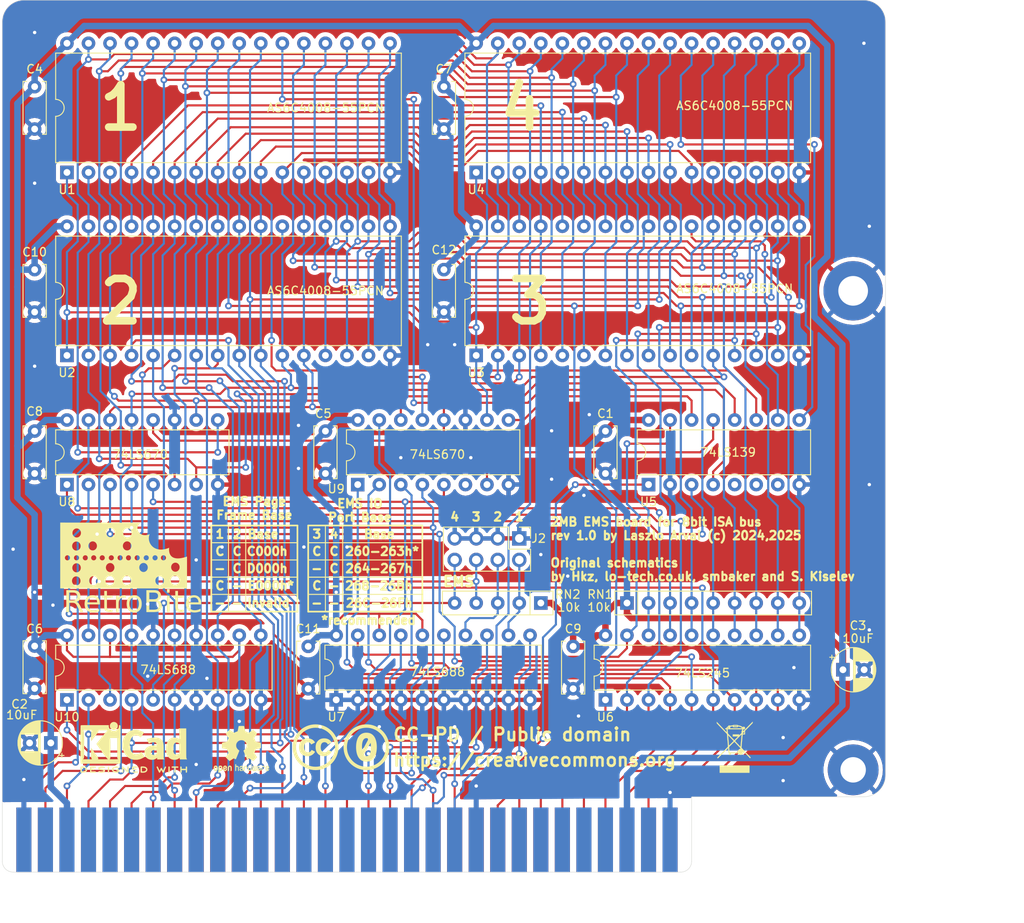
<source format=kicad_pcb>
(kicad_pcb (version 20240108) (generator "pcbnew") (generator_version "8.0")
  (layers (0 "F.Cu" signal) (31 "B.Cu" signal) (34 "B.Paste" user) (35 "F.Paste" user) (36 "B.SilkS" user "B.Silkscreen") (37 "F.SilkS" user "F.Silkscreen") (38 "B.Mask" user) (39 "F.Mask" user) (44 "Edge.Cuts" user))
  (net 0 "")
  (net 1 "GND")
  (net 2 "VCC")
  (net 3 "/A0")
  (net 4 "/A1")
  (net 5 "/A2")
  (net 6 "/A3")
  (net 7 "/A4")
  (net 8 "/A5")
  (net 9 "/A6")
  (net 10 "/A7")
  (net 11 "/A8")
  (net 12 "/A9")
  (net 13 "/AEN")
  (net 14 "/D0")
  (net 15 "/D1")
  (net 16 "/D2")
  (net 17 "/D3")
  (net 18 "/D4")
  (net 19 "/D5")
  (net 20 "/D6")
  (net 21 "/D7")
  (net 22 "/~{IOW}")
  (net 23 "/RESETDRV")
  (net 24 "/A10")
  (net 25 "/A11")
  (net 26 "/A12")
  (net 27 "/A13")
  (net 28 "/A14")
  (net 29 "/A15")
  (net 30 "/A16")
  (net 31 "/A17")
  (net 32 "/A18")
  (net 33 "/A19")
  (net 34 "/~{MEMR}")
  (net 35 "/~{MEMW}")
  (net 36 "/JP4")
  (net 37 "/JP3")
  (net 38 "/JP2")
  (net 39 "/JP1")
  (net 40 "/DB7")
  (net 41 "/DB6")
  (net 42 "/DB5")
  (net 43 "/DB4")
  (net 44 "/DB3")
  (net 45 "/DB2")
  (net 46 "/DB1")
  (net 47 "/DB0")
  (net 48 "/RAM-A15")
  (net 49 "/RAM-A17")
  (net 50 "/~{RAM-CS0}")
  (net 51 "/RAM-A14")
  (net 52 "/RAM-A16")
  (net 53 "/RAM-A18")
  (net 54 "/~{RAM-CS1}")
  (net 55 "/~{RAM-CS2}")
  (net 56 "/~{RAM-CS3}")
  (net 57 "/~{RAM-SELECT}")
  (net 60 "/DRQ2")
  (net 61 "-12V")
  (net 63 "+12V")
  (net 64 "/~{IOR}")
  (net 71 "/RAM-A21")
  (net 72 "/RAM-A20")
  (net 73 "/RAM-A19")
  (net 74 "/IRQ7")
  (net 75 "/IRQ6")
  (net 76 "/IRQ5")
  (net 77 "/IRQ4")
  (net 78 "/IRQ3")
  (net 79 "/~{DACK2}")
  (net 80 "/TC")
  (net 85 "/~{Ew}")
  (net 86 "/~{PORT-SELECT}")
  (footprint "Capacitor_THT:CP_Radial_D5.0mm_P2.50mm" (layer "F.Cu") (at 216.535 187.96 180)
    (property "Reference" "C2")
    (property "Value" "10uF")
  )
  (footprint "Capacitor_THT:CP_Radial_D5.0mm_P2.50mm" (layer "F.Cu") (at 309.944888 179.324)
    (property "Reference" "C3")
    (property "Value" "10uF")
  )
  (footprint "Capacitor_THT:C_Disc_D6.0mm_W2.5mm_P5.00mm" (layer "F.Cu") (at 214.63 110.53 -90)
    (property "Reference" "C4")
    (property "Value" "100nF")
  )
  (footprint "Capacitor_THT:C_Disc_D6.0mm_W2.5mm_P5.00mm" (layer "F.Cu") (at 248.92 151.17 -90)
    (property "Reference" "C5")
    (property "Value" "100nF")
  )
  (footprint "Capacitor_THT:C_Disc_D6.0mm_W2.5mm_P5.00mm" (layer "F.Cu") (at 214.63 176.53 -90)
    (property "Reference" "C6")
    (property "Value" "100nF")
  )
  (footprint "ISA_EMS:BUS_XT" (layer "F.Cu") (at 289.56 199.39)
    (property "Reference" "J1" (hide yes))
    (property "Value" "ISA BUS")
  )
  (footprint "Capacitor_THT:C_Disc_D6.0mm_W2.5mm_P5.00mm" (layer "F.Cu") (at 262.89 115.53 90)
    (property "Reference" "C7")
    (property "Value" "100nF")
  )
  (footprint "Capacitor_THT:C_Disc_D6.0mm_W2.5mm_P5.00mm" (layer "F.Cu") (at 214.63 151.17 -90)
    (property "Reference" "C8")
    (property "Value" "100nF")
  )
  (footprint "Capacitor_THT:C_Disc_D6.0mm_W2.5mm_P5.00mm" (layer "F.Cu") (at 214.63 132.12 -90)
    (property "Reference" "C10")
    (property "Value" "100nF")
  )
  (footprint "Capacitor_THT:C_Disc_D6.0mm_W2.5mm_P5.00mm" (layer "F.Cu") (at 246.888 176.57 -90)
    (property "Reference" "C11")
    (property "Value" "100nF")
  )
  (footprint "Capacitor_THT:C_Disc_D6.0mm_W2.5mm_P5.00mm" (layer "F.Cu") (at 262.89 132.12 -90)
    (property "Reference" "C12")
    (property "Value" "100nF")
  )
  (footprint "Capacitor_THT:C_Disc_D6.0mm_W2.5mm_P5.00mm" (layer "F.Cu") (at 278.13 176.57 -90)
    (property "Reference" "C9")
    (property "Value" "100nF")
  )
  (footprint "Capacitor_THT:C_Disc_D6.0mm_W2.5mm_P5.00mm" (layer "F.Cu") (at 281.94 151.17 -90)
    (property "Reference" "C1")
    (property "Value" "100nF")
  )
  (footprint "Connector_PinHeader_2.54mm:PinHeader_2x04_P2.54mm_Vertical" (layer "F.Cu") (at 271.78 163.825 -90)
    (property "Reference" "J2")
    (property "Value" "EMS Address")
  )
  (footprint "Resistor_THT:R_Array_SIP5" (layer "F.Cu") (at 274.32 171.45 180)
    (property "Reference" "RN2")
    (property "Value" "10k")
  )
  (footprint "Resistor_THT:R_Array_SIP9" (layer "F.Cu") (at 284.48 171.45)
    (property "Reference" "RN1")
    (property "Value" "10k")
  )
  (footprint "Package_DIP:DIP-32_W15.24mm" (layer "F.Cu") (at 218.44 120.65 90)
    (property "Reference" "U1")
    (property "Value" "AS6C4008-55PCN")
  )
  (footprint "Package_DIP:DIP-32_W15.24mm" (layer "F.Cu") (at 218.44 142.24 90)
    (property "Reference" "U2")
    (property "Value" "AS6C4008-55PCN")
  )
  (footprint "Package_DIP:DIP-32_W15.24mm" (layer "F.Cu") (at 266.7 142.24 90)
    (property "Reference" "U3")
    (property "Value" "AS6C4008-55PCN")
  )
  (footprint "Package_DIP:DIP-32_W15.24mm" (layer "F.Cu") (at 266.7 120.65 90)
    (property "Reference" "U4")
    (property "Value" "AS6C4008-55PCN")
  )
  (footprint "Package_DIP:DIP-20_W7.62mm" (layer "F.Cu") (at 250.19 182.88 90)
    (property "Reference" "U7")
    (property "Value" "74LS688")
  )
  (footprint "Package_DIP:DIP-20_W7.62mm" (layer "F.Cu") (at 218.44 182.88 90)
    (property "Reference" "U10")
    (property "Value" "74LS688")
  )
  (footprint "Package_DIP:DIP-16_W7.62mm" (layer "F.Cu") (at 287.02 157.48 90)
    (property "Reference" "U5")
    (property "Value" "74LS139")
  )
  (footprint "Package_DIP:DIP-20_W7.62mm" (layer "F.Cu") (at 281.94 182.88 90)
    (property "Reference" "U6")
    (property "Value" "74LS245")
  )
  (footprint "MountingHole:MountingHole_3mm_Pad" (layer "F.Cu") (at 311.15 191.135)
    (property "Reference" "H1" (hide yes))
    (property "Value" "MountingHole_Pad")
  )
  (footprint "MountingHole:MountingHole_3.5mm_Pad_TopBottom" (layer "F.Cu") (at 311.15 134.62)
    (property "Reference" "H2" (hide yes))
    (property "Value" "MountingHole_Pad")
  )
  (footprint "Symbol:WEEE-Logo_4.2x6mm_SilkScreen" (layer "F.Cu") (at 297.18 188.468)
    (property "Reference" "REF**" (hide yes))
    (property "Value" "WEEE-Logo_4.2x6mm_SilkScreen" (hide yes))
  )
  (footprint "Package_DIP:DIP-16_W7.62mm" (layer "F.Cu") (at 218.44 157.48 90)
    (property "Reference" "U8")
    (property "Value" "74LS670")
  )
  (footprint "Symbol:Symbol_CreativeCommonsPublicDomain_SilkScreenTop_Small" (layer "F.Cu") (at 266.757 188.468)
    (property "Reference" "REF**" (hide yes))
    (property "Value" "Symbol_CreativeCommonsPublicDomain_SilkScreenTop_Small" (hide yes))
  )
  (footprint "Symbol:KiCad-Logo2_5mm_SilkScreen" (layer "F.Cu") (at 226.314 188.468)
    (property "Reference" "REF**" (hide yes))
    (property "Value" "KiCad-Logo2_5mm_SilkScreen" (hide yes))
  )
  (footprint "Symbol:OSHW-Logo2_7.3x6mm_SilkScreen" (layer "F.Cu") (at 239.014 188.722)
    (property "Reference" "REF**" (hide yes))
    (property "Value" "OSHW-Logo2_7.3x6mm_SilkScreen" (hide yes))
  )
  (footprint "Package_DIP:DIP-16_W7.62mm" (layer "F.Cu") (at 252.73 157.48 90)
    (property "Reference" "U9")
    (property "Value" "74LS670")
  )
  (gr_line (start 237.49 172.466) (end 237.49 162.3695) (stroke (width 0.12)) (layer "F.SilkS"))
  (gr_line (start 239.522 172.466) (end 239.522 162.3695) (stroke (width 0.12)) (layer "F.SilkS"))
  (gr_line (start 245.618 166.37) (end 235.458 166.37) (stroke (width 0.12)) (layer "F.SilkS"))
  (gr_line (start 245.618 164.338) (end 235.458 164.338) (stroke (width 0.12)) (layer "F.SilkS"))
  (gr_line (start 245.618 162.306) (end 235.458 162.306) (stroke (width 0.2)) (layer "F.SilkS"))
  (gr_line (start 245.618 172.466) (end 235.458 172.466) (stroke (width 0.2)) (layer "F.SilkS"))
  (gr_line (start 248.92 172.466) (end 248.92 162.3695) (stroke (width 0.12)) (layer "F.SilkS"))
  (gr_line (start 260.35 162.306) (end 246.888 162.306) (stroke (width 0.2)) (layer "F.SilkS"))
  (gr_line (start 245.618 170.434) (end 235.458 170.434) (stroke (width 0.12)) (layer "F.SilkS"))
  (gr_line (start 245.618 172.466) (end 245.618 162.306) (stroke (width 0.2)) (layer "F.SilkS"))
  (gr_line (start 246.888 172.466) (end 246.888 162.306) (stroke (width 0.2)) (layer "F.SilkS"))
  (gr_poly (pts (xy 227.143398 161.975014) (xy 227.063684 162.037117) (xy 226.99362 162.102127) (xy 226.932967 162.169625) (xy 226.881487 162.239192) (xy 226.838942 162.31041) (xy 226.805094 162.38286) (xy 226.779704 162.456124) (xy 226.762534 162.529782) (xy 226.753346 162.603416) (xy 226.751901 162.676608) (xy 226.757961 162.748937) (xy 226.771289 162.819987) (xy 226.791645 162.889338) (xy 226.818792 162.956572) (xy 226.85249 163.021269) (xy 226.892503 163.083011) (xy 226.938591 163.14138) (xy 226.990517 163.195956) (xy 227.048042 163.246322) (xy 227.110928 163.292057) (xy 227.178936 163.332745) (xy 227.251828 163.367965) (xy 227.329367 163.397299) (xy 227.411313 163.420329) (xy 227.497429 163.436636) (xy 227.587476 163.445801) (xy 227.681216 163.447405) (xy 227.778411 163.44103) (xy 227.878822 163.426257) (xy 227.982212 163.402667) (xy 228.088341 163.369842) (xy 228.196972 163.327363) (xy 228.161546 163.416049) (xy 228.133771 163.507218) (xy 228.113573 163.600375) (xy 228.100879 163.69502) (xy 228.095615 163.790658) (xy 228.097706 163.886791) (xy 228.107081 163.982922) (xy 228.123664 164.078554) (xy 228.147382 164.173189) (xy 228.178162 164.266331) (xy 228.21593 164.357482) (xy 228.260612 164.446145) (xy 228.312135 164.531823) (xy 228.370425 164.614019) (xy 228.435408 164.692236) (xy 228.50701 164.765976) (xy 228.585159 164.834742) (xy 228.66978 164.898037) (xy 228.760799 164.955364) (xy 228.858143 165.006226) (xy 228.961739 165.050126) (xy 229.071513 165.086566) (xy 229.18739 165.115049) (xy 229.309298 165.135078) (xy 229.437162 165.146156) (xy 229.57091 165.147787) (xy 229.710466 165.139471) (xy 229.855759 165.120713) (xy 230.006714 165.091016) (xy 230.163256 165.049881) (xy 230.325314 164.996813) (xy 230.492813 164.931313) (xy 230.481295 165.101687) (xy 230.484602 165.265518) (xy 230.503649 165.421193) (xy 230.519361 165.495468) (xy 230.539352 165.567101) (xy 230.563735 165.635887) (xy 230.592625 165.701628) (xy 230.626136 165.76412) (xy 230.664383 165.823162) (xy 230.707481 165.878553) (xy 230.755542 165.930092) (xy 230.808683 165.977575) (xy 230.867016 166.020803) (xy 230.930657 166.059573) (xy 230.99972 166.093684) (xy 231.07432 166.122935) (xy 231.15457 166.147123) (xy 231.240585 166.166048) (xy 231.33248 166.179507) (xy 231.430368 166.187299) (xy 231.534365 166.189223) (xy 231.644584 166.185077) (xy 231.76114 166.174659) (xy 231.884147 166.157768) (xy 232.01372 166.134203) (xy 232.149973 166.103761) (xy 232.293021 166.066241) (xy 232.442977 166.021442) (xy 232.599956 165.969163) (xy 232.599956 169.727425) (xy 217.645513 169.727425) (xy 217.645513 168.840531) (xy 219.034742 168.840531) (xy 219.035357 168.866997) (xy 219.03719 168.893284) (xy 219.040225 168.919347) (xy 219.044444 168.945143) (xy 219.049831 168.970628) (xy 219.056369 168.995758) (xy 219.064041 169.02049) (xy 219.072829 169.044779) (xy 219.082716 169.068583) (xy 219.093687 169.091858) (xy 219.105723 169.114559) (xy 219.118807 169.136643) (xy 219.132924 169.158066) (xy 219.148055 169.178785) (xy 219.164184 169.198755) (xy 219.181293 169.217934) (xy 219.199273 169.236185) (xy 219.217994 169.25339) (xy 219.237418 169.269531) (xy 219.257502 169.284589) (xy 219.278205 169.298546) (xy 219.299487 169.311385) (xy 219.321307 169.323087) (xy 219.343623 169.333634) (xy 219.366394 169.343008) (xy 219.38958 169.351191) (xy 219.41314 169.358164) (xy 219.437031 169.363911) (xy 219.461214 169.368412) (xy 219.485647 169.371649) (xy 219.51029 169.373605) (xy 219.535101 169.374261) (xy 219.559913 169.373605) (xy 219.584556 169.371649) (xy 219.60899 169.368412) (xy 219.633174 169.363911) (xy 219.657066 169.358165) (xy 219.680626 169.351191) (xy 219.703812 169.343009) (xy 219.726584 169.333635) (xy 219.7489 169.323088) (xy 219.77072 169.311387) (xy 219.792002 169.298549) (xy 219.812706 169.284592) (xy 219.83279 169.269535) (xy 219.852214 169.253395) (xy 219.870936 169.236192) (xy 219.888916 169.217942) (xy 219.906026 169.198764) (xy 219.922155 169.178795) (xy 219.937286 169.158076) (xy 219.951403 169.136653) (xy 219.964488 169.114569) (xy 219.976524 169.091868) (xy 219.987495 169.068593) (xy 219.997382 169.044789) (xy 220.006171 169.020498) (xy 220.013842 168.995766) (xy 220.02038 168.970634) (xy 220.025768 168.945148) (xy 220.029987 168.919351) (xy 220.033022 168.893287) (xy 220.034856 168.866999) (xy 220.035471 168.840531) (xy 220.034858 168.814675) (xy 221.065344 168.814675) (xy 221.065959 168.841141) (xy 221.067792 168.867428) (xy 221.070827 168.893492) (xy 221.075047 168.919288) (xy 221.080434 168.944773) (xy 221.086972 168.969904) (xy 221.094643 168.994636) (xy 221.103431 169.018926) (xy 221.113319 169.04273) (xy 221.124289 169.066005) (xy 221.136325 169.088706) (xy 221.14941 169.11079) (xy 221.163527 169.132213) (xy 221.178658 169.152931) (xy 221.194787 169.172901) (xy 221.211897 169.192078) (xy 221.229876 169.210328) (xy 221.248598 169.227532) (xy 221.268022 169.243671) (xy 221.288106 169.258728) (xy 221.30881 169.272685) (xy 221.330092 169.285523) (xy 221.351912 169.297225) (xy 221.374228 169.307771) (xy 221.396999 169.317145) (xy 221.420186 169.325328) (xy 221.443745 169.332301) (xy 221.467637 169.338047) (xy 221.491821 169.342548) (xy 221.516255 169.345785) (xy 221.540898 169.347741) (xy 221.56571 169.348397) (xy 221.591459 169.347702) (xy 221.616869 169.345641) (xy 221.641911 169.342247) (xy 221.666551 169.337554) (xy 221.690759 169.331594) (xy 221.714503 169.324402) (xy 221.737752 169.316011) (xy 221.760474 169.306455) (xy 221.782638 169.295767) (xy 221.804213 169.28398) (xy 221.825167 169.271129) (xy 221.845468 169.257246) (xy 221.865086 169.242366) (xy 221.883988 169.226522) (xy 221.902143 169.209747) (xy 221.91952 169.192074) (xy 221.936088 169.173539) (xy 221.951815 169.154173) (xy 221.966669 169.13401) (xy 221.980619 169.113085) (xy 221.993634 169.09143) (xy 222.005682 169.06908) (xy 222.016732 169.046067) (xy 222.026752 169.022425) (xy 222.035712 168.998188) (xy 222.043578 168.973389) (xy 222.050321 168.948061) (xy 222.055908 168.922239) (xy 222.060308 168.895956) (xy 222.063491 168.869245) (xy 222.065423 168.84214) (xy 222.066074 168.814675) (xy 222.066072 168.814683) (xy 222.065956 168.809678) (xy 222.997022 168.809678) (xy 222.997674 168.837142) (xy 222.999607 168.864247) (xy 223.00279 168.890957) (xy 223.007191 168.917239) (xy 223.012778 168.943061) (xy 223.019521 168.968387) (xy 223.027388 168.993185) (xy 223.036348 169.017422) (xy 223.046369 169.041063) (xy 223.057419 169.064076) (xy 223.069467 169.086426) (xy 223.082483 169.10808) (xy 223.096433 169.129004) (xy 223.111288 169.149166) (xy 223.127015 169.168531) (xy 223.143583 169.187067) (xy 223.160961 169.204738) (xy 223.179117 169.221513) (xy 223.198019 169.237357) (xy 223.217637 169.252237) (xy 223.237939 169.266119) (xy 223.258893 169.27897) (xy 223.280468 169.290756) (xy 223.302633 169.301444) (xy 223.325356 169.311) (xy 223.348605 169.31939) (xy 223.37235 169.326582) (xy 223.396558 169.332541) (xy 223.421199 169.337235) (xy 223.446241 169.340629) (xy 223.471653 169.34269) (xy 223.497402 169.343384) (xy 223.52315 169.342689) (xy 223.54856 169.340628) (xy 223.573601 169.337233) (xy 223.598241 169.332539) (xy 223.622448 169.326579) (xy 223.646192 169.319386) (xy 223.66944 169.310995) (xy 223.692162 169.301438) (xy 223.714326 169.29075) (xy 223.7359 169.278963) (xy 223.756853 169.266112) (xy 223.777154 169.252229) (xy 223.79677 169.237349) (xy 223.815672 169.221505) (xy 223.833827 169.20473) (xy 223.851204 169.187058) (xy 223.867771 169.168523) (xy 223.883497 169.149157) (xy 223.898351 169.128996) (xy 223.912301 169.108071) (xy 223.925315 169.086417) (xy 223.937363 169.064067) (xy 223.948413 169.041055) (xy 223.958432 169.017414) (xy 223.967391 168.993178) (xy 223.975258 168.968381) (xy 223.982 168.943055) (xy 223.987587 168.917235) (xy 223.991987 168.890953) (xy 223.995169 168.864244) (xy 223.997102 168.837141) (xy 223.997753 168.809678) (xy 223.997751 168.809678) (xy 223.997137 168.783211) (xy 223.997079 168.78238) (xy 224.996942 168.78238) (xy 224.997593 168.809845) (xy 224.999526 168.83695) (xy 225.002708 168.863661) (xy 225.007108 168.889944) (xy 225.012695 168.915766) (xy 225.019438 168.941093) (xy 225.027304 168.965892) (xy 225.036263 168.99013) (xy 225.046284 169.013771) (xy 225.057334 169.036785) (xy 225.069382 169.059135) (xy 225.082397 169.08079) (xy 225.096347 169.101715) (xy 225.111201 169.121878) (xy 225.126928 169.141243) (xy 225.143496 169.159779) (xy 225.160873 169.177451) (xy 225.179029 169.194226) (xy 225.197931 169.210071) (xy 225.217548 169.224951) (xy 225.23785 169.238834) (xy 225.258804 169.251685) (xy 225.280378 169.263471) (xy 225.302543 169.27416) (xy 225.325265 169.283716) (xy 225.348514 169.292107) (xy 225.372259 169.299299) (xy 225.396467 169.305258) (xy 225.421107 169.309952) (xy 225.446149 169.313346) (xy 225.47156 169.315407) (xy 225.497309 169.316102) (xy 225.523057 169.315407) (xy 225.548468 169.313346) (xy 225.573509 169.309952) (xy 225.59815 169.305258) (xy 225.622358 169.299299) (xy 225.646102 169.292107) (xy 225.669351 169.283716) (xy 225.692073 169.27416) (xy 225.714237 169.263471) (xy 225.735812 169.251685) (xy 225.756765 169.238834) (xy 225.777067 169.224951) (xy 225.796684 169.210071) (xy 225.815586 169.194226) (xy 225.833742 169.177451) (xy 225.851119 169.159779) (xy 225.867686 169.141243) (xy 225.883413 169.121878) (xy 225.898267 169.101715) (xy 225.912217 169.08079) (xy 225.925232 169.059135) (xy 225.93728 169.036785) (xy 225.94833 169.013771) (xy 225.95835 168.99013) (xy 225.967309 168.965892) (xy 225.975176 168.941093) (xy 225.981918 168.915766) (xy 225.987505 168.889944) (xy 225.991906 168.863661) (xy 225.995088 168.83695) (xy 225.996069 168.823182) (xy 228.869205 168.823182) (xy 228.86982 168.849648) (xy 228.871654 168.875935) (xy 228.874689 168.901998) (xy 228.878908 168.927795) (xy 228.884295 168.95328) (xy 228.890833 168.978411) (xy 228.898505 169.003143) (xy 228.907293 169.027433) (xy 228.91718 169.051237) (xy 228.928151 169.074512) (xy 228.940187 169.097213) (xy 228.953272 169.119297) (xy 228.967388 169.140719) (xy 228.982519 169.161438) (xy 228.998648 169.181407) (xy 229.015758 169.200585) (xy 229.033738 169.218835) (xy 229.05246 169.236039) (xy 229.071883 169.252179) (xy 229.091967 169.267236) (xy 229.11267 169.281194) (xy 229.133952 169.294032) (xy 229.155771 169.305735) (xy 229.178087 169.316282) (xy 229.200857 169.325656) (xy 229.224043 169.33384) (xy 229.247601 169.340814) (xy 229.271492 169.34656) (xy 229.295675 169.351062) (xy 229.320108 169.354299) (xy 229.34475 169.356255) (xy 229.36956 169.356911) (xy 229.394372 169.356255) (xy 229.419015 169.3543) (xy 229.443449 169.351062) (xy 229.467633 169.346562) (xy 229.491526 169.340815) (xy 229.515086 169.333842) (xy 229.538272 169.325659) (xy 229.561044 169.316286) (xy 229.583361 169.305739) (xy 229.605181 169.294038) (xy 229.626463 169.2812) (xy 229.647167 169.267243) (xy 229.667251 169.252186) (xy 229.686675 169.236046) (xy 229.705397 169.218842) (xy 229.723377 169.200593) (xy 229.740487 169.181415) (xy 229.756616 169.161445) (xy 229.771748 169.140727) (xy 229.785864 169.119304) (xy 229.798949 169.09722) (xy 229.810986 169.074519) (xy 229.821957 169.051245) (xy 229.831845 169.027441) (xy 229.840633 169.003151) (xy 229.848305 168.978418) (xy 229.854843 168.953288) (xy 229.86023 168.927802) (xy 229.86445 168.902006) (xy 229.867485 168.875943) (xy 229.869319 168.849656) (xy 229.869934 168.823193) (xy 229.869319 168.796731) (xy 229.867486 168.770444) (xy 229.86728 168.768677) (xy 230.689289 168.768677) (xy 230.689941 168.796142) (xy 230.691874 168.823246) (xy 230.695056 168.849956) (xy 230.699457 168.876239) (xy 230.705045 168.90206) (xy 230.711788 168.927387) (xy 230.719655 168.952185) (xy 230.728615 168.976422) (xy 230.738636 169.000063) (xy 230.749686 169.023075) (xy 230.761735 169.045425) (xy 230.77475 169.067079) (xy 230.788701 169.088004) (xy 230.803556 169.108166) (xy 230.819283 169.127531) (xy 230.835851 169.146066) (xy 230.853229 169.163738) (xy 230.871385 169.180512) (xy 230.890288 169.196356) (xy 230.909906 169.211236) (xy 230.930208 169.225118) (xy 230.951162 169.237969) (xy 230.972738 169.249755) (xy 230.994902 169.260443) (xy 231.017626 169.269999) (xy 231.040875 169.27839) (xy 231.06462 169.285582) (xy 231.088829 169.291541) (xy 231.11347 169.296235) (xy 231.138513 169.299629) (xy 231.163924 169.30169) (xy 231.189674 169.302384) (xy 231.215422 169.301689) (xy 231.240832 169.299627) (xy 231.265873 169.296232) (xy 231.290512 169.291538) (xy 231.31472 169.285578) (xy 231.338463 169.278386) (xy 231.361711 169.269994) (xy 231.384433 169.260438) (xy 231.406596 169.249749) (xy 231.42817 169.237963) (xy 231.449123 169.225111) (xy 231.469424 169.211229) (xy 231.489041 169.196349) (xy 231.507942 169.180504) (xy 231.526097 169.16373) (xy 231.543474 169.146058) (xy 231.560041 169.127522) (xy 231.575767 169.108157) (xy 231.59062 169.087995) (xy 231.60457 169.067071) (xy 231.617584 169.045417) (xy 231.629631 169.023067) (xy 231.640681 169.000055) (xy 231.6507 168.976414) (xy 231.659659 168.952178) (xy 231.667525 168.92738) (xy 231.674267 168.902055) (xy 231.679854 168.876234) (xy 231.684253 168.849953) (xy 231.687435 168.823244) (xy 231.689367 168.796141) (xy 231.690018 168.768677) (xy 231.690021 168.768677) (xy 231.689406 168.742211) (xy 231.687573 168.715924) (xy 231.684538 168.689861) (xy 231.680318 168.664064) (xy 231.674931 168.638579) (xy 231.668393 168.613448) (xy 231.660722 168.588716) (xy 231.651934 168.564426) (xy 231.642046 168.540622) (xy 231.631076 168.517347) (xy 231.61904 168.494646) (xy 231.605955 168.472563) (xy 231.591838 168.45114) (xy 231.576707 168.430421) (xy 231.560578 168.410452) (xy 231.543468 168.391274) (xy 231.525489 168.373024) (xy 231.506767 168.35582) (xy 231.487343 168.33968) (xy 231.46726 168.324623) (xy 231.446556 168.310665) (xy 231.425274 168.297827) (xy 231.403455 168.286124) (xy 231.38114 168.275577) (xy 231.358368 168.266203) (xy 231.335183 168.258019) (xy 231.311624 168.251045) (xy 231.287733 168.245299) (xy 231.26355 168.240797) (xy 231.239116 168.23756) (xy 231.214474 168.235604) (xy 231.189663 168.234948) (xy 231.164851 168.235604) (xy 231.140207 168.237559) (xy 231.115773 168.240797) (xy 231.09159 168.245297) (xy 231.067697 168.251044) (xy 231.044137 168.258017) (xy 231.020951 168.2662) (xy 230.998179 168.275573) (xy 230.975862 168.28612) (xy 230.954042 168.297821) (xy 230.93276 168.310659) (xy 230.912056 168.324616) (xy 230.891971 168.339673) (xy 230.872548 168.355813) (xy 230.853825 168.373017) (xy 230.835846 168.391266) (xy 230.818736 168.410444) (xy 230.802607 168.430414) (xy 230.787475 168.451132) (xy 230.773358 168.472555) (xy 230.760273 168.494639) (xy 230.748237 168.51734) (xy 230.737266 168.540615) (xy 230.727378 168.564419) (xy 230.71859 168.58871) (xy 230.710918 168.613443) (xy 230.70438 168.638574) (xy 230.698992 168.66406) (xy 230.694773 168.689857) (xy 230.691737 168.715922) (xy 230.689904 168.74221) (xy 230.689289 168.768677) (xy 229.86728 168.768677) (xy 229.864451 168.744381) (xy 229.860231 168.718585) (xy 229.854844 168.6931) (xy 229.848306 168.66797) (xy 229.840635 168.643238) (xy 229.831847 168.618949) (xy 229.821959 168.595145) (xy 229.810988 168.57187) (xy 229.798952 168.549169) (xy 229.785868 168.527085) (xy 229.771751 168.505662) (xy 229.75662 168.484943) (xy 229.740491 168.464973) (xy 229.723381 168.445794) (xy 229.705401 168.427543) (xy 229.686679 168.410338) (xy 229.667256 168.394197) (xy 229.647172 168.379139) (xy 229.626468 168.365182) (xy 229.605186 168.352343) (xy 229.583367 168.340641) (xy 229.561051 168.330094) (xy 229.538279 168.32072) (xy 229.515094 168.312537) (xy 229.491535 168.305563) (xy 229.467643 168.299817) (xy 229.443461 168.295316) (xy 229.419028 168.292079) (xy 229.394386 168.290123) (xy 229.369575 168.289467) (xy 229.344764 168.290123) (xy 229.32012 168.292079) (xy 229.295686 168.295316) (xy 229.271503 168.299817) (xy 229.247611 168.305563) (xy 229.224051 168.312537) (xy 229.200865 168.320719) (xy 229.178093 168.330093) (xy 229.155777 168.34064) (xy 229.133957 168.352341) (xy 229.112675 168.365179) (xy 229.091972 168.379136) (xy 229.071887 168.394193) (xy 229.052464 168.410332) (xy 229.033742 168.427536) (xy 229.015762 168.445786) (xy 228.998652 168.464964) (xy 228.982523 168.484933) (xy 228.967392 168.505652) (xy 228.953275 168.527074) (xy 228.94019 168.549158) (xy 228.928153 168.571859) (xy 228.917183 168.595133) (xy 228.907295 168.618937) (xy 228.898506 168.643227) (xy 228.890834 168.667959) (xy 228.884296 168.693089) (xy 228.878909 168.718573) (xy 228.874689 168.744369) (xy 228.871654 168.770431) (xy 228.86982 168.796717) (xy 228.869205 168.823182) (xy 225.996069 168.823182) (xy 225.99702 168.809845) (xy 225.997671 168.78238) (xy 225.99702 168.754914) (xy 225.995088 168.727809) (xy 225.991906 168.701098) (xy 225.987505 168.674815) (xy 225.981918 168.648993) (xy 225.975176 168.623666) (xy 225.967309 168.598867) (xy 225.95835 168.57463) (xy 225.94833 168.550988) (xy 225.93728 168.527975) (xy 225.925232 168.505624) (xy 225.912217 168.483969) (xy 225.898266 168.463044) (xy 225.883412 168.442882) (xy 225.867685 168.423516) (xy 225.851118 168.40498) (xy 225.83374 168.387308) (xy 225.815585 168.370533) (xy 225.796682 168.354689) (xy 225.777065 168.339808) (xy 225.756764 168.325926) (xy 225.73581 168.313075) (xy 225.714235 168.301288) (xy 225.692071 168.2906) (xy 225.669348 168.281044) (xy 225.646099 168.272653) (xy 225.622355 168.265461) (xy 225.598146 168.259501) (xy 225.573506 168.254807) (xy 225.548465 168.251413) (xy 225.523054 168.249352) (xy 225.497305 168.248658) (xy 225.471556 168.249352) (xy 225.446145 168.251413) (xy 225.421104 168.254807) (xy 225.396464 168.259501) (xy 225.372256 168.265461) (xy 225.348512 168.272653) (xy 225.325263 168.281044) (xy 225.30254 168.2906) (xy 225.280376 168.301288) (xy 225.258802 168.313075) (xy 225.237848 168.325926) (xy 225.217547 168.339808) (xy 225.197929 168.354689) (xy 225.179027 168.370533) (xy 225.160872 168.387308) (xy 225.143494 168.40498) (xy 225.126927 168.423516) (xy 225.1112 168.442882) (xy 225.096346 168.463044) (xy 225.082396 168.483969) (xy 225.069381 168.505624) (xy 225.057333 168.527975) (xy 225.046283 168.550988) (xy 225.036263 168.57463) (xy 225.027304 168.598867) (xy 225.019437 168.623666) (xy 225.012695 168.648993) (xy 225.007108 168.674815) (xy 225.002708 168.701098) (xy 224.999526 168.727809) (xy 224.997593 168.754914) (xy 224.996942 168.78238) (xy 223.997079 168.78238) (xy 223.995304 168.756924) (xy 223.99227 168.730861) (xy 223.988051 168.705065) (xy 223.982664 168.679579) (xy 223.976127 168.654448) (xy 223.968456 168.629716) (xy 223.959668 168.605425) (xy 223.949781 168.581621) (xy 223.938811 168.558346) (xy 223.926775 168.535644) (xy 223.91369 168.51356) (xy 223.899574 168.492136) (xy 223.884443 168.471417) (xy 223.868314 168.451446) (xy 223.851204 168.432267) (xy 223.833224 168.414016) (xy 223.814502 168.396811) (xy 223.795078 168.38067) (xy 223.774994 168.365612) (xy 223.754291 168.351655) (xy 223.733009 168.338816) (xy 223.711189 168.327114) (xy 223.688873 168.316567) (xy 223.666102 168.307193) (xy 223.642917 168.29901) (xy 223.619358 168.292037) (xy 223.595467 168.28629) (xy 223.571285 168.281789) (xy 223.546853 168.278552) (xy 223.522211 168.276596) (xy 223.497402 168.275941) (xy 223.47259 168.276595) (xy 223.447946 168.27855) (xy 223.423512 168.281787) (xy 223.399328 168.286287) (xy 223.375435 168.292033) (xy 223.351875 168.299006) (xy 223.328688 168.307189) (xy 223.305916 168.316563) (xy 223.283599 168.32711) (xy 223.261779 168.338812) (xy 223.240496 168.351651) (xy 223.219792 168.365608) (xy 223.199708 168.380665) (xy 223.180284 168.396805) (xy 223.161561 168.414009) (xy 223.143581 168.432259) (xy 223.126471 168.451437) (xy 223.110342 168.471407) (xy 223.09521 168.492125) (xy 223.081093 168.513548) (xy 223.068008 168.535632) (xy 223.055971 168.558333) (xy 223.045 168.581608) (xy 223.035112 168.605413) (xy 223.026323 168.629704) (xy 223.018652 168.654437) (xy 223.012114 168.679569) (xy 223.006726 168.705056) (xy 223.002506 168.730854) (xy 222.999471 168.756919) (xy 222.997637 168.783209) (xy 222.997022 168.809678) (xy 222.065956 168.809678) (xy 222.065458 168.788216) (xy 222.063624 168.76193) (xy 222.06059 168.735867) (xy 222.05637 168.710071) (xy 222.050983 168.684586) (xy 222.044445 168.659456) (xy 222.036774 168.634724) (xy 222.027986 168.610434) (xy 222.018098 168.58663) (xy 222.007128 168.563356) (xy 221.995092 168.540655) (xy 221.982007 168.518571) (xy 221.967891 168.497148) (xy 221.952759 168.476429) (xy 221.936631 168.456458) (xy 221.919521 168.437279) (xy 221.901542 168.419028) (xy 221.88282 168.401823) (xy 221.863397 168.385683) (xy 221.843313 168.370625) (xy 221.822609 168.356667) (xy 221.801327 168.343828) (xy 221.779508 168.332127) (xy 221.757192 168.32158) (xy 221.73442 168.312206) (xy 221.711235 168.304023) (xy 221.687675 168.297049) (xy 221.663784 168.291303) (xy 221.639601 168.286802) (xy 221.615168 168.283565) (xy 221.590526 168.281609) (xy 221.565716 168.280953) (xy 221.540904 168.281609) (xy 221.51626 168.283565) (xy 221.491826 168.286802) (xy 221.467642 168.291303) (xy 221.44375 168.297049) (xy 221.42019 168.304022) (xy 221.397004 168.312205) (xy 221.374232 168.321579) (xy 221.351915 168.332125) (xy 221.330095 168.343827) (xy 221.308813 168.356665) (xy 221.288109 168.370621) (xy 221.268024 168.385679) (xy 221.2486 168.401818) (xy 221.229878 168.419022) (xy 221.211899 168.437272) (xy 221.194789 168.456449) (xy 221.17866 168.476419) (xy 221.163528 168.497137) (xy 221.149412 168.51856) (xy 221.136327 168.540644) (xy 221.12429 168.563345) (xy 221.11332 168.58662) (xy 221.103432 168.610424) (xy 221.094644 168.634714) (xy 221.086972 168.659446) (xy 221.080434 168.684577) (xy 221.075047 168.710062) (xy 221.070827 168.735858) (xy 221.067792 168.761922) (xy 221.065959 168.788208) (xy 221.065344 168.814675) (xy 220.034858 168.814675) (xy 220.03482 168.813065) (xy 220.032887 168.785961) (xy 220.029705 168.75925) (xy 220.025305 168.732967) (xy 220.019718 168.707145) (xy 220.012975 168.681817) (xy 220.005109 168.657018) (xy 219.99615 168.632781) (xy 219.98613 168.609139) (xy 219.97508 168.586126) (xy 219.963031 168.563775) (xy 219.950017 168.542121) (xy 219.936066 168.521195) (xy 219.921212 168.501033) (xy 219.905485 168.481667) (xy 219.888918 168.463132) (xy 219.87154 168.445459) (xy 219.853385 168.428684) (xy 219.834482 168.41284) (xy 219.814865 168.39796) (xy 219.794563 168.384077) (xy 219.77361 168.371226) (xy 219.752035 168.359439) (xy 219.72987 168.348751) (xy 219.707148 168.339195) (xy 219.683899 168.330804) (xy 219.660154 168.323612) (xy 219.635946 168.317652) (xy 219.611306 168.312959) (xy 219.586264 168.309565) (xy 219.560853 168.307504) (xy 219.535105 168.306809) (xy 219.509356 168.307504) (xy 219.483945 168.309565) (xy 219.458904 168.312959) (xy 219.434264 168.317652) (xy 219.410056 168.323612) (xy 219.386311 168.330804) (xy 219.363062 168.339195) (xy 219.34034 168.348751) (xy 219.318176 168.359439) (xy 219.296601 168.371226) (xy 219.275648 168.384077) (xy 219.255346 168.39796) (xy 219.235729 168.41284) (xy 219.216827 168.428684) (xy 219.198671 168.445459) (xy 219.181294 168.463132) (xy 219.164727 168.481667) (xy 219.149 168.501033) (xy 219.134146 168.521195) (xy 219.120196 168.542121) (xy 219.107181 168.563775) (xy 219.095133 168.586126) (xy 219.084083 168.609139) (xy 219.074063 168.632781) (xy 219.065104 168.657018) (xy 219.057237 168.681817) (xy 219.050495 168.707145) (xy 219.044908 168.732967) (xy 219.040507 168.75925) (xy 219.037325 168.785961) (xy 219.035393 168.813065) (xy 219.034742 168.840531) (xy 217.645513 168.840531) (xy 217.645513 167.297745) (xy 219.07147 167.297745) (xy 219.072085 167.324212) (xy 219.073918 167.350498) (xy 219.076953 167.376561) (xy 219.081172 167.402357) (xy 219.086559 167.427842) (xy 219.093097 167.452972) (xy 219.100768 167.477704) (xy 219.109556 167.501994) (xy 219.119443 167.525798) (xy 219.130414 167.549072) (xy 219.14245 167.571773) (xy 219.155535 167.593857) (xy 219.169651 167.61528) (xy 219.184782 167.635999) (xy 219.200911 167.65597) (xy 219.218021 167.675149) (xy 219.236001 167.6934) (xy 219.254723 167.710605) (xy 219.274147 167.726745) (xy 219.294231 167.741803) (xy 219.314934 167.755761) (xy 219.336217 167.768599) (xy 219.358036 167.780301) (xy 219.380352 167.790848) (xy 219.403124 167.800222) (xy 219.42631 167.808405) (xy 219.449869 167.815379) (xy 219.47376 167.821125) (xy 219.497943 167.825626) (xy 219.522376 167.828863) (xy 219.547018 167.830819) (xy 219.571829 167.831475) (xy 219.59664 167.830819) (xy 219.621284 167.828863) (xy 219.645718 167.825626) (xy 219.669902 167.821125) (xy 219.693794 167.815379) (xy 219.717354 167.808406) (xy 219.74054 167.800223) (xy 219.763312 167.790849) (xy 219.785628 167.780303) (xy 219.807448 167.768601) (xy 219.82873 167.755763) (xy 219.849434 167.741806) (xy 219.869518 167.726749) (xy 219.888942 167.71061) (xy 219.907664 167.693406) (xy 219.925644 167.675156) (xy 219.942754 167.655979) (xy 219.958883 167.636009) (xy 219.974014 167.615291) (xy 219.988131 167.593868) (xy 220.001216 167.571784) (xy 220.013252 167.549083) (xy 220.024223 167.525808) (xy 220.034111 167.502004) (xy 220.042899 167.477714) (xy 220.050571 167.452982) (xy 220.057109 167.427851) (xy 220.062496 167.402366) (xy 220.066716 167.37657) (xy 220.069752 167.350506) (xy 220.071585 167.324219) (xy 220.072201 167.297753) (xy 220.072199 167.297753) (xy 220.071548 167.270287) (xy 220.071307 167.266907) (xy 223.033754 167.266907) (xy 223.034406 167.294372) (xy 223.036339 167.321476) (xy 223.039522 167.348186) (xy 223.043923 167.374469) (xy 223.049511 167.40029) (xy 223.056255 167.425616) (xy 223.064122 167.450414) (xy 223.073082 167.47465) (xy 223.083103 167.498291) (xy 223.094153 167.521303) (xy 223.106202 167.543653) (xy 223.119217 167.565307) (xy 223.133168 167.586231) (xy 223.148023 167.606393) (xy 223.16375 167.625758) (xy 223.180318 167.644292) (xy 223.197696 167.661964) (xy 223.215852 167.678738) (xy 223.234755 167.694582) (xy 223.254373 167.709461) (xy 223.274675 167.723343) (xy 223.295629 167.736193) (xy 223.317205 167.747979) (xy 223.33937 167.758667) (xy 223.362093 167.768223) (xy 223.385343 167.776613) (xy 223.409088 167.783805) (xy 223.433297 167.789764) (xy 223.457939 167.794457) (xy 223.482981 167.797851) (xy 223.508393 167.799912) (xy 223.534143 167.800606) (xy 223.559891 167.79991) (xy 223.585301 167.797848) (xy 223.610341 167.794453) (xy 223.634981 167.789758) (xy 223.659188 167.783798) (xy 223.682931 167.776605) (xy 223.706179 167.768213) (xy 223.7289 167.758656) (xy 223.751063 167.747967) (xy 223.772637 167.73618) (xy 223.79359 167.723329) (xy 223.81389 167.709446) (xy 223.833506 167.694566) (xy 223.852408 167.678722) (xy 223.870562 167.661947) (xy 223.887939 167.644275) (xy 223.904505 167.62574) (xy 223.920231 167.606375) (xy 223.935084 167.586214) (xy 223.949034 167.56529) (xy 223.962048 167.543636) (xy 223.974095 167.521287) (xy 223.985145 167.498275) (xy 223.995164 167.474635) (xy 224.004123 167.4504) (xy 224.011989 167.425603) (xy 224.018731 167.400278) (xy 224.024318 167.374459) (xy 224.028718 167.348179) (xy 224.0319 167.321471) (xy 224.033832 167.294369) (xy 224.034483 167.266907) (xy 224.03428 167.258179) (xy 226.969265 167.258179) (xy 226.969917 167.285644) (xy 226.97185 167.312748) (xy 226.975033 167.339458) (xy 226.979434 167.36574) (xy 226.985022 167.391562) (xy 226.991765 167.416888) (xy 226.999633 167.441686) (xy 227.008592 167.465922) (xy 227.018613 167.489563) (xy 227.029664 167.512575) (xy 227.041712 167.534925) (xy 227.054728 167.556579) (xy 227.068679 167.577503) (xy 227.083533 167.597665) (xy 227.099261 167.61703) (xy 227.115829 167.635564) (xy 227.133207 167.653236) (xy 227.151363 167.67001) (xy 227.170266 167.685854) (xy 227.189884 167.700733) (xy 227.210186 167.714615) (xy 227.23114 167.727465) (xy 227.252715 167.739251) (xy 227.274881 167.749939) (xy 227.297604 167.759494) (xy 227.320854 167.767885) (xy 227.344599 167.775077) (xy 227.368808 167.781036) (xy 227.393449 167.785729) (xy 227.418492 167.789123) (xy 227.443904 167.791184) (xy 227.469654 167.791878) (xy 227.495402 167.791182) (xy 227.520812 167.78912) (xy 227.545852 167.785725) (xy 227.570492 167.78103) (xy 227.594699 167.77507) (xy 227.618442 167.767877) (xy 227.641691 167.759486) (xy 227.664412 167.749929) (xy 227.686575 167.739241) (xy 227.708149 167.727454) (xy 227.729102 167.714603) (xy 227.749403 167.700721) (xy 227.769019 167.685841) (xy 227.787921 167.669997) (xy 227.806075 167.653222) (xy 227.823452 167.635551) (xy 227.840019 167.617016) (xy 227.855745 167.597652) (xy 227.870598 167.577491) (xy 227.884548 167.556567) (xy 227.897562 167.534914) (xy 227.909609 167.512565) (xy 227.920659 167.489554) (xy 227.930678 167.465914) (xy 227.939637 167.441679) (xy 227.947503 167.416882) (xy 227.954245 167.391558) (xy 227.959832 167.365738) (xy 227.964232 167.339458) (xy 227.967414 167.312751) (xy 227.969346 167.285649) (xy 227.969997 167.258187) (xy 227.969383 167.23172) (xy 227.968978 167.225907) (xy 230.726021 167.225907) (xy 230.726672 167.253372) (xy 230.728605 167.280476) (xy 230.731788 167.307186) (xy 230.736189 167.333468) (xy 230.741776 167.35929) (xy 230.748519 167.384616) (xy 230.756386 167.409415) (xy 230.765346 167.433651) (xy 230.775367 167.457292) (xy 230.786417 167.480305) (xy 230.798465 167.502655) (xy 230.811481 167.524309) (xy 230.825431 167.545234) (xy 230.840286 167.565395) (xy 230.856013 167.584761) (xy 230.872581 167.603296) (xy 230.889959 167.620968) (xy 230.908114 167.637742) (xy 230.927017 167.653586) (xy 230.946635 167.668466) (xy 230.966937 167.682348) (xy 230.987891 167.695199) (xy 231.009466 167.706985) (xy 231.031631 167.717673) (xy 231.054354 167.727229) (xy 231.077604 167.73562) (xy 231.101349 167.742811) (xy 231.125557 167.748771) (xy 231.150199 167.753464) (xy 231.175241 167.756858) (xy 231.200652 167.758919) (xy 231.226402 167.759614) (xy 231.25215 167.758918) (xy 231.27756 167.756857) (xy 231.302601 167.753462) (xy 231.32724 167.748768) (xy 231.351448 167.742808) (xy 231.375191 167.735615) (xy 231.398439 167.727224) (xy 231.421161 167.717667) (xy 231.443324 167.706979) (xy 231.464898 167.695192) (xy 231.485851 167.682341) (xy 231.506152 167.668458) (xy 231.525769 167.653578) (xy 231.54467 167.637734) (xy 231.562825 167.620959) (xy 231.580202 167.603287) (xy 231.596769 167.584752) (xy 231.612495 167.565387) (xy 231.627349 167.545225) (xy 231.641298 167.5243) (xy 231.654313 167.502646) (xy 231.666361 167.480297) (xy 231.67741 167.457284) (xy 231.68743 167.433644) (xy 231.696389 167.409408) (xy 231.704255 167.38461) (xy 231.710997 167.359284) (xy 231.716584 167.333464) (xy 231.720984 167.307182) (xy 231.724166 167.280473) (xy 231.726098 167.25337) (xy 231.726749 167.225907) (xy 231.726135 167.19944) (xy 231.724302 167.173154) (xy 231.721268 167.14709) (xy 231.717048 167.121294) (xy 231.711662 167.095808) (xy 231.705124 167.070678) (xy 231.697453 167.045945) (xy 231.688665 167.021655) (xy 231.678778 166.99785) (xy 231.667807 166.974575) (xy 231.655771 166.951874) (xy 231.642687 166.929789) (xy 231.62857 166.908365) (xy 231.613439 166.887646) (xy 231.59731 166.867675) (xy 231.5802 166.848496) (xy 231.562221 166.830245) (xy 231.543498 166.81304) (xy 231.524075 166.796899) (xy 231.503991 166.781841) (xy 231.483287 166.767884) (xy 231.462006 166.755045) (xy 231.440186 166.743343) (xy 231.417871 166.732796) (xy 231.3951 166.723422) (xy 231.371915 166.715239) (xy 231.348356 166.708266) (xy 231.324466 166.70252) (xy 231.300284 166.698019) (xy 231.275852 166.694781) (xy 231.251211 166.692826) (xy 231.226402 166.69217) (xy 231.20159 166.692824) (xy 231.176946 166.694779) (xy 231.152511 166.698016) (xy 231.128327 166.702516) (xy 231.104435 166.708262) (xy 231.080875 166.715236) (xy 231.057688 166.723418) (xy 231.034916 166.732792) (xy 231.0126 166.743339) (xy 230.99078 166.755041) (xy 230.969497 166.76788) (xy 230.948793 166.781837) (xy 230.928708 166.796895) (xy 230.909284 166.813035) (xy 230.890561 166.830238) (xy 230.872581 166.848488) (xy 230.855471 166.867666) (xy 230.839341 166.887636) (xy 230.824209 166.908354) (xy 230.810092 166.929777) (xy 230.797006 166.951861) (xy 230.78497 166.974563) (xy 230.773999 166.997838) (xy 230.76411 167.021642) (xy 230.755322 167.045933) (xy 230.74765 167.070666) (xy 230.741112 167.095798) (xy 230.735724 167.121285) (xy 230.731504 167.147083) (xy 230.728469 167.173149) (xy 230.726636 167.199438) (xy 230.726021 167.225907) (xy 227.968978 167.225907) (xy 227.96755 167.205434) (xy 227.964516 167.17937) (xy 227.960296 167.153574) (xy 227.95491 167.128088) (xy 227.948372 167.102958) (xy 227.940701 167.078225) (xy 227.931913 167.053935) (xy 227.922026 167.03013) (xy 227.911055 167.006855) (xy 227.899019 166.984153) (xy 227.885935 166.962069) (xy 227.871818 166.940645) (xy 227.856687 166.919926) (xy 227.840558 166.899955) (xy 227.823448 166.880776) (xy 227.805468 166.862525) (xy 227.786746 166.84532) (xy 227.767323 166.829179) (xy 227.747239 166.814121) (xy 227.726535 166.800164) (xy 227.705253 166.787325) (xy 227.683433 166.775623) (xy 227.661117 166.765076) (xy 227.638346 166.755702) (xy 227.615161 166.747519) (xy 227.591602 166.740546) (xy 227.567711 166.734799) (xy 227.543528 166.730299) (xy 227.519096 166.727061) (xy 227.494454 166.725106) (xy 227.469644 166.72445) (xy 227.444832 166.725104) (xy 227.420188 166.727059) (xy 227.395754 166.730296) (xy 227.37157 166.734796) (xy 227.347677 166.740542) (xy 227.324117 166.747516) (xy 227.300931 166.755698) (xy 227.278158 166.765072) (xy 227.255842 166.775619) (xy 227.234022 166.787321) (xy 227.212739 166.80016) (xy 227.192035 166.814117) (xy 227.17195 166.829175) (xy 227.152526 166.845314) (xy 227.133803 166.862518) (xy 227.115824 166.880768) (xy 227.098713 166.899946) (xy 227.082584 166.919916) (xy 227.067452 166.940634) (xy 227.053335 166.962057) (xy 227.04025 166.984141) (xy 227.028213 167.006842) (xy 227.017242 167.030117) (xy 227.007354 167.053921) (xy 226.998566 167.078212) (xy 226.990894 167.102945) (xy 226.984356 167.128076) (xy 226.978968 167.153562) (xy 226.974749 167.179359) (xy 226.971713 167.205423) (xy 226.96988 167.231711) (xy 226.969265 167.258179) (xy 224.03428 167.258179) (xy 224.033869 167.240441) (xy 224.032036 167.214154) (xy 224.029001 167.188091) (xy 224.024782 167.162294) (xy 224.019395 167.136809) (xy 224.012858 167.111678) (xy 224.005187 167.086945) (xy 223.996399 167.062655) (xy 223.986512 167.038851) (xy 223.975541 167.015576) (xy 223.963506 166.992874) (xy 223.950421 166.970789) (xy 223.936305 166.949366) (xy 223.921174 166.928646) (xy 223.905045 166.908675) (xy 223.887935 166.889496) (xy 223.869956 166.871245) (xy 223.851234 166.85404) (xy 223.831811 166.8379) (xy 223.811727 166.822842) (xy 223.791024 166.808884) (xy 223.769742 166.796046) (xy 223.747922 166.784344) (xy 223.725606 166.773797) (xy 223.702835 166.764423) (xy 223.67965 166.75624) (xy 223.656091 166.749266) (xy 223.6322 166.74352) (xy 223.608018 166.739019) (xy 223.583585 166.735782) (xy 223.558944 166.733826) (xy 223.534134 166.73317) (xy 223.509322 166.733825) (xy 223.484678 166.735779) (xy 223.460243 166.739016) (xy 223.436059 166.743517) (xy 223.412167 166.749263) (xy 223.388607 166.756236) (xy 223.36542 166.764419) (xy 223.342648 166.773793) (xy 223.320331 166.78434) (xy 223.298511 166.796042) (xy 223.277228 166.80888) (xy 223.256524 166.822837) (xy 223.236439 166.837895) (xy 223.217015 166.854035) (xy 223.198293 166.871239) (xy 223.180313 166.889489) (xy 223.163203 166.908666) (xy 223.147073 166.928636) (xy 223.131942 166.949354) (xy 223.117825 166.970777) (xy 223.104739 166.992862) (xy 223.092703 167.015563) (xy 223.081732 167.038838) (xy 223.071844 167.062643) (xy 223.063055 167.086934) (xy 223.055383 167.111667) (xy 223.048845 167.136799) (xy 223.043458 167.162286) (xy 223.039238 167.188084) (xy 223.036203 167.214149) (xy 223.034369 167.240438) (xy 223.033754 167.266907) (xy 220.071307 167.266907) (xy 220.069615 167.243183) (xy 220.066433 167.216472) (xy 220.062033 167.190189) (xy 220.056446 167.164367) (xy 220.049703 167.139039) (xy 220.041837 167.11424) (xy 220.032878 167.090003) (xy 220.022857 167.066361) (xy 220.011808 167.043348) (xy 219.999759 167.020997) (xy 219.986745 166.999343) (xy 219.972794 166.978417) (xy 219.95794 166.958255) (xy 219.942213 166.938889) (xy 219.925646 166.920353) (xy 219.908268 166.902681) (xy 219.890113 166.885906) (xy 219.871211 166.870062) (xy 219.851593 166.855182) (xy 219.831292 166.841299) (xy 219.810338 166.828448) (xy 219.788763 166.816661) (xy 219.766599 166.805973) (xy 219.743877 166.796417) (xy 219.720628 166.788026) (xy 219.696883 166.780834) (xy 219.672675 166.774874) (xy 219.648035 166.770181) (xy 219.622994 166.766787) (xy 219.597583 166.764725) (xy 219.571834 166.764031) (xy 219.547023 166.764687) (xy 219.522379 166.766643) (xy 219.497945 166.769881) (xy 219.473762 166.774382) (xy 219.44987 166.780129) (xy 219.42631 166.787103) (xy 219.403124 166.795286) (xy 219.380353 166.80466) (xy 219.358036 166.815208) (xy 219.336217 166.82691) (xy 219.314935 166.839749) (xy 219.294231 166.853706) (xy 219.274147 166.868764) (xy 219.254724 166.884903) (xy 219.236002 166.902107) (xy 219.218023 166.920357) (xy 219.200914 166.939535) (xy 219.184785 166.959504) (xy 219.169654 166.980222) (xy 219.155537 167.001644) (xy 219.142452 167.023728) (xy 219.130416 167.046428) (xy 219.119446 167.069701) (xy 219.109558 167.093505) (xy 219.10077 167.117793) (xy 219.093099 167.142525) (xy 219.086561 167.167654) (xy 219.081173 167.193138) (xy 219.076954 167.218933) (xy 219.073919 167.244995) (xy 219.072085 167.27128) (xy 219.07147 167.297745) (xy 217.645513 167.297745) (xy 217.645513 166.118752) (xy 218.197895 166.118752) (xy 218.198286 166.134201) (xy 218.199445 166.149447) (xy 218.201355 166.164471) (xy 218.203995 166.179255) (xy 218.207347 166.19378) (xy 218.211393 166.208026) (xy 218.216113 166.221975) (xy 218.221488 166.235609) (xy 218.227501 166.248907) (xy 218.234131 166.261852) (xy 218.24136 166.274424) (xy 218.249169 166.286605) (xy 218.257539 166.298375) (xy 218.266451 166.309716) (xy 218.275887 166.32061) (xy 218.285828 166.331036) (xy 218.296254 166.340977) (xy 218.307148 166.350413) (xy 218.318489 166.359325) (xy 218.33026 166.367696) (xy 218.34244 166.375505) (xy 218.355013 166.382734) (xy 218.367957 166.389364) (xy 218.381256 166.395376) (xy 218.394889 166.400751) (xy 218.408839 166.405471) (xy 218.423086 166.409517) (xy 218.43761 166.412869) (xy 218.452395 166.41551) (xy 218.467419 166.417419) (xy 218.482666 166.418578) (xy 218.498115 166.418969) (xy 218.513565 166.418578) (xy 218.528811 166.417419) (xy 218.543836 166.41551) (xy 218.55862 166.412869) (xy 218.573144 166.409517) (xy 218.587391 166.405471) (xy 218.60134 166.400751) (xy 218.614974 166.395376) (xy 218.628272 166.389364) (xy 218.641217 166.382734) (xy 218.653789 166.375505) (xy 218.66597 166.367696) (xy 218.67774 166.359325) (xy 218.689081 166.350413) (xy 218.699975 166.340977) (xy 218.710401 166.331036) (xy 218.720341 166.32061) (xy 218.729777 166.309716) (xy 218.73869 166.298375) (xy 218.74706 166.286605) (xy 218.754869 166.274424) (xy 218.762098 166.261852) (xy 218.768728 166.248907) (xy 218.77474 166.235609) (xy 218.780115 166.221975) (xy 218.784835 166.208026) (xy 218.78888 166.19378) (xy 218.792233 166.179255) (xy 218.794873 166.164471) (xy 218.796782 166.149447) (xy 218.797941 166.134201) (xy 218.798332 166.118752) (xy 219.267191 166.118752) (xy 219.267582 166.134202) (xy 219.268741 166.149448) (xy 219.27065 166.164473) (xy 219.273291 166.179258) (xy 219.276643 166.193782) (xy 219.280689 166.208029) (xy 219.285409 166.221978) (xy 219.290785 166.235612) (xy 219.296797 166.24891) (xy 219.303427 166.261855) (xy 219.310656 166.274427) (xy 219.318465 166.286608) (xy 219.326835 166.298378) (xy 219.335748 166.30972) (xy 219.345184 166.320613) (xy 219.355125 166.331039) (xy 219.365551 166.34098) (xy 219.376445 166.350415) (xy 219.387786 166.359328) (xy 219.399557 166.367698) (xy 219.411738 166.375506) (xy 219.42431 166.382735) (xy 219.437255 166.389365) (xy 219.450554 166.395377) (xy 219.464187 166.400752) (xy 219.478137 166.405472) (xy 219.492383 166.409517) (xy 219.506908 166.41287) (xy 219.521692 166.41551) (xy 219.536717 166.417419) (xy 219.551964 166.418578) (xy 219.567413 166.418969) (xy 219.582862 166.418578) (xy 219.598109 166.417419) (xy 219.613133 166.41551) (xy 219.627917 166.412869) (xy 219.642442 166.409517) (xy 219.656689 166.405471) (xy 219.670638 166.400751) (xy 219.684271 166.395376) (xy 219.69757 166.389364) (xy 219.710515 166.382734) (xy 219.723087 166.375505) (xy 219.735267 166.367696) (xy 219.747038 166.359325) (xy 219.758379 166.350413) (xy 219.769272 166.340977) (xy 219.779699 166.331036) (xy 219.789639 166.32061) (xy 219.799075 166.309716) (xy 219.807988 166.298375) (xy 219.816358 166.286605) (xy 219.824167 166.274424) (xy 219.831395 166.261852) (xy 219.838025 166.248907) (xy 219.844037 166.235609) (xy 219.849413 166.221975) (xy 219.854133 166.208026) (xy 219.858178 166.19378) (xy 219.861531 166.179255) (xy 219.864171 166.164471) (xy 219.86608 166.149447) (xy 219.867239 166.134201) (xy 219.86763 166.118752) (xy 220.305038 166.118752) (xy 220.305429 166.134201) (xy 220.306589 166.149447) (xy 220.308498 166.164471) (xy 220.311138 166.179255) (xy 220.314491 166.19378) (xy 220.318536 166.208026) (xy 220.323256 166.221975) (xy 220.328632 166.235609) (xy 220.334644 166.248907) (xy 220.341274 166.261852) (xy 220.348503 166.274424) (xy 220.356312 166.286605) (xy 220.364682 166.298375) (xy 220.373595 166.309716) (xy 220.383031 166.32061) (xy 220.392971 166.331036) (xy 220.403398 166.340977) (xy 220.414291 166.350413) (xy 220.425632 166.359325) (xy 220.437403 166.367696) (xy 220.449584 166.375505) (xy 220.462156 166.382734) (xy 220.475101 166.389364) (xy 220.488399 166.395376) (xy 220.502033 166.400751) (xy 220.515982 166.405471) (xy 220.530229 166.409517) (xy 220.544754 166.412869) (xy 220.559538 166.41551) (xy 220.574563 166.417419) (xy 220.589809 166.418578) (xy 220.605259 166.418969) (xy 220.620708 166.418578) (xy 220.635954 166.417419) (xy 220.650979 166.41551) (xy 220.665763 166.41287) (xy 220.680288 166.409517) (xy 220.694534 166.405472) (xy 220.708484 166.400752) (xy 220.722117 166.395377) (xy 220.735416 166.389365) (xy 220.748361 166.382735) (xy 220.760933 166.375506) (xy 220.773114 166.367698) (xy 220.784884 166.359328) (xy 220.796226 166.350415) (xy 220.807119 166.34098) (xy 220.817545 166.331039) (xy 220.827486 166.320613) (xy 220.836922 166.30972) (xy 220.845834 166.298378) (xy 220.854205 166.286608) (xy 220.862014 166.274427) (xy 220.869243 166.261855) (xy 220.875872 166.24891) (xy 220.881885 166.235612) (xy 220.88726 166.221978) (xy 220.89198 166.208029) (xy 220.896026 166.193782) (xy 220.899378 166.179258) (xy 220.902018 166.164473) (xy 220.903927 166.149448) (xy 220.905087 166.134202) (xy 220.905477 166.118752) (xy 221.295711 166.118752) (xy 221.296102 166.134201) (xy 221.297262 166.149447) (xy 221.299171 166.164471) (xy 221.301811 166.179255) (xy 221.305164 166.19378) (xy 221.309209 166.208026) (xy 221.313929 166.221975) (xy 221.319305 166.235609) (xy 221.325317 166.248907) (xy 221.331947 166.261852) (xy 221.339176 166.274424) (xy 221.346985 166.286605) (xy 221.355355 166.298375) (xy 221.364268 166.309716) (xy 221.373704 166.32061) (xy 221.383644 166.331036) (xy 221.394071 166.340977) (xy 221.404964 166.350413) (xy 221.416305 166.359325) (xy 221.428076 166.367696) (xy 221.440257 166.375505) (xy 221.452829 166.382734) (xy 221.465774 166.389364) (xy 221.479073 166.395376) (xy 221.492706 166.400751) (xy 221.506655 166.405471) (xy 221.520902 166.409517) (xy 221.535427 166.412869) (xy 221.550211 166.41551) (xy 221.565236 166.417419) (xy 221.580482 166.418578) (xy 221.595932 166.418969) (xy 221.611381 166.418578) (xy 221.626627 166.417419) (xy 221.641652 166.41551) (xy 221.656436 166.412869) (xy 221.670961 166.409517) (xy 221.685207 166.405471) (xy 221.699157 166.400751) (xy 221.71279 166.395376) (xy 221.726088 166.389364) (xy 221.739033 166.382734) (xy 221.751605 166.375505) (xy 221.763786 166.367696) (xy 221.775557 166.359325) (xy 221.786898 166.350413) (xy 221.797791 166.340977) (xy 221.808217 166.331036) (xy 221.818158 166.32061) (xy 221.827594 166.309716) (xy 221.836506 166.298375) (xy 221.844876 166.286605) (xy 221.852685 166.274424) (xy 221.859914 166.261852) (xy 221.866544 166.248907) (xy 221.872556 166.235609) (xy 221.877932 166.221975) (xy 221.882651 166.208026) (xy 221.886697 166.19378) (xy 221.890049 166.179255) (xy 221.892689 166.164471) (xy 221.894599 166.149447) (xy 221.895758 166.134201) (xy 221.896148 166.118752) (xy 222.302109 166.118752) (xy 222.302499 166.134201) (xy 222.303659 166.149447) (xy 222.305568 166.164471) (xy 222.308209 166.179255) (xy 222.311561 166.19378) (xy 222.315607 166.208026) (xy 222.320327 166.221975) (xy 222.325702 166.235609) (xy 222.331714 166.248907) (xy 222.338344 166.261852) (xy 222.345573 166.274424) (xy 222.353382 166.286605) (xy 222.361752 166.298375) (xy 222.370665 166.309716) (xy 222.380101 166.32061) (xy 222.390042 166.331036) (xy 222.400468 166.340977) (xy 222.411361 166.350413) (xy 222.422703 166.359325) (xy 222.434473 166.367696) (xy 222.446654 166.375505) (xy 222.459226 166.382734) (xy 222.472171 166.389364) (xy 222.48547 166.395376) (xy 222.499103 166.400751) (xy 222.513053 166.405471) (xy 222.527299 166.409517) (xy 222.541824 166.412869) (xy 222.556608 166.41551) (xy 222.571633 166.417419) (xy 222.58688 166.418578) (xy 222.602329 166.418969) (xy 222.617778 166.418578) (xy 222.633025 166.417419) (xy 222.648049 166.41551) (xy 222.662833 166.412869) (xy 222.677358 166.409517) (xy 222.691605 166.405471) (xy 222.705554 166.400751) (xy 222.719187 166.395376) (xy 222.732486 166.389364) (xy 222.74543 166.382734) (xy 222.758003 166.375505) (xy 222.770183 166.367696) (xy 222.781954 166.359325) (xy 222.793295 166.350413) (xy 222.804188 166.340977) (xy 222.814615 166.331036) (xy 222.824555 166.32061) (xy 222.833991 166.309716) (xy 222.842904 166.298375) (xy 222.851274 166.286605) (xy 222.859083 166.274424) (xy 222.866311 166.261852) (xy 222.872941 166.248907) (xy 222.878953 166.235609) (xy 222.884329 166.221975) (xy 222.889049 166.208026) (xy 222.893094 166.19378) (xy 222.896446 166.179255) (xy 222.899087 166.164471) (xy 222.900996 166.149447) (xy 222.902155 166.134201) (xy 222.902546 166.118752) (xy 223.371406 166.118752) (xy 223.371797 166.134201) (xy 223.372957 166.149447) (xy 223.374866 166.164471) (xy 223.377506 166.179255) (xy 223.380859 166.19378) (xy 223.384904 166.208026) (xy 223.389624 166.221975) (xy 223.395 166.235609) (xy 223.401012 166.248907) (xy 223.407642 166.261852) (xy 223.414871 166.274424) (xy 223.42268 166.286605) (xy 223.43105 166.298375) (xy 223.439963 166.309716) (xy 223.449399 166.32061) (xy 223.459339 166.331036) (xy 223.469766 166.340977) (xy 223.480659 166.350413) (xy 223.492 166.359325) (xy 223.503771 166.367696) (xy 223.515951 166.375505) (xy 223.528523 166.382734) (xy 223.541468 166.389364) (xy 223.554767 166.395376) (xy 223.5684 166.400751) (xy 223.582349 166.405471) (xy 223.596596 166.409517) (xy 223.611121 166.412869) (xy 223.625905 166.41551) (xy 223.640929 166.417419) (xy 223.656176 166.418578) (xy 223.671625 166.418969) (xy 223.687074 166.418578) (xy 223.702321 166.417419) (xy 223.717345 166.41551) (xy 223.732129 166.41287) (xy 223.746654 166.409517) (xy 223.760901 166.405472) (xy 223.77485 166.400752) (xy 223.788483 166.395377) (xy 223.801782 166.389365) (xy 223.814727 166.382735) (xy 223.827299 166.375506) (xy 223.83948 166.367698) (xy 223.85125 166.359328) (xy 223.862592 166.350415) (xy 223.873485 166.34098) (xy 223.883911 166.331039) (xy 223.893852 166.320613) (xy 223.903288 166.30972) (xy 223.912201 166.298378) (xy 223.920571 166.286608) (xy 223.92838 166.274427) (xy 223.935609 166.261855) (xy 223.942239 166.24891) (xy 223.948251 166.235612) (xy 223.953626 166.221978) (xy 223.958346 166.208029) (xy 223.962392 166.193782) (xy 223.965744 166.179258) (xy 223.968384 166.164473) (xy 223.970294 166.149448) (xy 223.971453 166.134202) (xy 223.971844 166.118752) (xy 224.409252 166.118752) (xy 224.409643 166.134201) (xy 224.410802 166.149447) (xy 224.412712 166.164471) (xy 224.415352 166.179255) (xy 224.418704 166.19378) (xy 224.42275 166.208026) (xy 224.42747 166.221975) (xy 224.432846 166.235609) (xy 224.438858 166.248907) (xy 224.445488 166.261852) (xy 224.452717 166.274424) (xy 224.460526 166.286605) (xy 224.468896 166.298375) (xy 224.477808 166.309716) (xy 224.487244 166.32061) (xy 224.497185 166.331036) (xy 224.507611 166.340977) (xy 224.518505 166.350413) (xy 224.529846 166.359325) (xy 224.541617 166.367696) (xy 224.553797 166.375505) (xy 224.56637 166.382734) (xy 224.579315 166.389364) (xy 224.592613 166.395376) (xy 224.606247 166.400751) (xy 224.620196 166.405471) (xy 224.634443 166.409517) (xy 224.648968 166.412869) (xy 224.663752 166.41551) (xy 224.678777 166.417419) (xy 224.694023 166.418578) (xy 224.709472 166.418969) (xy 224.724922 166.418578) (xy 224.740168 166.417419) (xy 224.755193 166.41551) (xy 224.769977 166.412869) (xy 224.784502 166.409517) (xy 224.798748 166.405471) (xy 224.812697 166.400751) (xy 224.826331 166.395376) (xy 224.839629 166.389364) (xy 224.852574 166.382734) (xy 224.865146 166.375505) (xy 224.877327 166.367696) (xy 224.889097 166.359325) (xy 224.900438 166.350413) (xy 224.911332 166.340977) (xy 224.921758 166.331036) (xy 224.931699 166.32061) (xy 224.941134 166.309716) (xy 224.950047 166.298375) (xy 224.958417 166.286605) (xy 224.966226 166.274424) (xy 224.973455 166.261852) (xy 224.980085 166.248907) (xy 224.986097 166.235609) (xy 224.991472 166.221975) (xy 224.996192 166.208026) (xy 225.000238 166.19378) (xy 225.00359 166.179255) (xy 225.00623 166.164471) (xy 225.008139 166.149447) (xy 225.009299 166.134201) (xy 225.009689 166.118752) (xy 225.399923 166.118752) (xy 225.400314 166.134202) (xy 225.401473 166.149448) (xy 225.403383 166.164473) (xy 225.406023 166.179258) (xy 225.409376 166.193782) (xy 225.413421 166.208029) (xy 225.418141 166.221978) (xy 225.423517 166.235612) (xy 225.429529 166.24891) (xy 225.436159 166.261855) (xy 225.443388 166.274427) (xy 225.451197 166.286608) (xy 225.459568 166.298378) (xy 225.46848 166.30972) (xy 225.477916 166.320613) (xy 225.487857 166.331039) (xy 225.498284 166.34098) (xy 225.509177 166.350415) (xy 225.520518 166.359328) (xy 225.532289 166.367698) (xy 225.54447 166.375506) (xy 225.557042 166.382735) (xy 225.569987 166.389365) (xy 225.583286 166.395377) (xy 225.596919 166.400752) (xy 225.610869 166.405472) (xy 225.625116 166.409517) (xy 225.63964 166.41287) (xy 225.654425 166.41551) (xy 225.66945 166.417419) (xy 225.684696 166.418578) (xy 225.700146 166.418969) (xy 225.715595 166.418578) (xy 225.730841 166.417419) (xy 225.745866 166.41551) (xy 225.76065 166.412869) (xy 225.775175 166.409517) (xy 225.789421 166.405471) (xy 225.80337 166.400751) (xy 225.817004 166.395376) (xy 225.830302 166.389364) (xy 225.843247 166.382734) (xy 225.855819 166.375505) (xy 225.868 166.367696) (xy 225.87977 166.359325) (xy 225.891112 166.350413) (xy 225.902005 166.340977) (xy 225.912431 166.331036) (xy 225.922372 166.32061) (xy 225.931808 166.309716) (xy 225.94072 166.298375) (xy 225.94909 166.286605) (xy 225.956899 166.274424) (xy 225.964128 166.261852) (xy 225.970758 166.248907) (xy 225.97677 166.235609) (xy 225.982145 166.221975) (xy 225.986865 166.208026) (xy 225.990911 166.19378) (xy 225.994263 166.179255) (xy 225.996903 166.164471) (xy 225.998812 166.149447) (xy 225.999972 166.134201) (xy 226.000362 166.118752) (xy 226.422046 166.118752) (xy 226.422437 166.134201) (xy 226.423597 166.149447) (xy 226.425506 166.164471) (xy 226.428146 166.179255) (xy 226.431499 166.19378) (xy 226.435544 166.208026) (xy 226.440264 166.221975) (xy 226.44564 166.235609) (xy 226.451652 166.248907) (xy 226.458282 166.261852) (xy 226.465511 166.274424) (xy 226.47332 166.286605) (xy 226.48169 166.298375) (xy 226.490603 166.309716) (xy 226.500039 166.32061) (xy 226.50998 166.331036) (xy 226.520406 166.340977) (xy 226.531299 166.350413) (xy 226.542641 166.359325) (xy 226.554411 166.367696) (xy 226.566592 166.375505) (xy 226.579164 166.382734) (xy 226.592109 166.389364) (xy 226.605408 166.395376) (xy 226.619041 166.400751) (xy 226.632991 166.405471) (xy 226.647237 166.409517) (xy 226.661762 166.412869) (xy 226.676546 166.41551) (xy 226.691571 166.417419) (xy 226.706818 166.418578) (xy 226.722267 166.418969) (xy 226.737716 166.418578) (xy 226.752963 166.417419) (xy 226.767987 166.41551) (xy 226.782771 166.412869) (xy 226.797296 166.409517) (xy 226.811542 166.405471) (xy 226.825492 166.400751) (xy 226.839125 166.395376) (xy 226.852424 166.389364) (xy 226.865368 166.382734) (xy 226.877941 166.375505) (xy 226.890121 166.367696) (xy 226.901892 166.359325) (xy 226.913233 166.350413) (xy 226.924126 166.340977) (xy 226.934552 166.331036) (xy 226.944493 166.32061) (xy 226.953929 166.309716) (xy 226.962841 166.298375) (xy 226.971212 166.286605) (xy 226.97902 166.274424) (xy 226.986249 166.261852) (xy 226.992879 166.248907) (xy 226.998891 166.235609) (xy 227.004267 166.221975) (xy 227.008987 166.208026) (xy 227.013032 166.19378) (xy 227.016384 166.179255) (xy 227.019024 166.164471) (xy 227.020934 166.149447) (xy 227.022093 166.134201) (xy 227.022484 166.118752) (xy 227.491344 166.118752) (xy 227.491735 166.134201) (xy 227.492895 166.149447) (xy 227.494804 166.164471) (xy 227.497444 166.179255) (xy 227.500797 166.19378) (xy 227.504842 166.208026) (xy 227.509562 166.221975) (xy 227.514938 166.235609) (xy 227.52095 166.248907) (xy 227.52758 166.261852) (xy 227.534809 166.274424) (xy 227.542618 166.286605) (xy 227.550988 166.298375) (xy 227.5599 166.309716) (xy 227.569336 166.32061) (xy 227.579277 166.331036) (xy 227.589703 166.340977) (xy 227.600596 166.350413) (xy 227.611938 166.359325) (xy 227.623708 166.367696) (xy 227.635889 166.375505) (xy 227.648461 166.382734) (xy 227.661405 166.389364) (xy 227.674704 166.395376) (xy 227.688337 166.400751) (xy 227.702286 166.405471) (xy 227.716533 166.409517) (xy 227.731057 166.412869) (xy 227.745841 166.41551) (xy 227.760866 166.417419) (xy 227.776112 166.418578) (xy 227.791561 166.418969) (xy 227.80701 166.418578) (xy 227.822257 166.417419) (xy 227.837281 166.41551) (xy 227.852065 166.41287) (xy 227.86659 166.409517) (xy 227.880837 166.405472) (xy 227.894786 166.400752) (xy 227.90842 166.395377) (xy 227.921718 166.389365) (xy 227.934663 166.382735) (xy 227.947236 166.375506) (xy 227.959416 166.367698) (xy 227.971187 166.359328) (xy 227.982528 166.350415) (xy 227.993422 166.34098) (xy 228.003848 166.331039) (xy 228.013789 166.320613) (xy 228.023225 166.30972) (xy 228.032138 166.298378) (xy 228.040508 166.286608) (xy 228.048317 166.274427) (xy 228.055546 166.261855) (xy 228.062176 166.24891) (xy 228.068188 166.235612) (xy 228.073564 166.221978) (xy 228.078284 166.208029) (xy 228.08233 166.193782) (xy 228.085682 166.179258) (xy 228.088322 166.164473) (xy 228.090231 166.149448) (xy 228.091391 166.134202) (xy 228.091781 166.118752) (xy 228.529194 166.118752) (xy 228.529584 166.134201) (xy 228.530744 166.149447) (xy 228.532653 166.164471) (xy 228.535293 166.179255) (xy 228.538645 166.19378) (xy 228.542691 166.208026) (xy 228.547411 166.221975) (xy 228.552786 166.235609) (xy 228.558798 166.248907) (xy 228.565428 166.261852) (xy 228.572657 166.274424) (xy 228.580466 166.286605) (xy 228.588836 166.298375) (xy 228.597748 166.309716) (xy 228.607184 166.32061) (xy 228.617125 166.331036) (xy 228.627551 166.340977) (xy 228.638444 166.350413) (xy 228.649786 166.359325) (xy 228.661556 166.367696) (xy 228.673737 166.375505) (xy 228.686309 166.382734) (xy 228.699254 166.389364) (xy 228.712552 166.395376) (xy 228.726186 166.400751) (xy 228.740135 166.405471) (xy 228.754381 166.409517) (xy 228.768906 166.412869) (xy 228.78369 166.41551) (xy 228.798715 166.417419) (xy 228.813961 166.418578) (xy 228.82941 166.418969) (xy 228.84486 166.418578) (xy 228.860106 166.417419) (xy 228.875131 166.41551) (xy 228.889915 166.41287) (xy 228.90444 166.409517) (xy 228.918686 166.405472) (xy 228.932636 166.400752) (xy 228.946269 166.395377) (xy 228.959568 166.389365) (xy 228.972513 166.382735) (xy 228.985085 166.375506) (xy 228.997266 166.367698) (xy 229.009036 166.359328) (xy 229.020378 166.350415) (xy 229.031271 166.34098) (xy 229.041698 166.331039) (xy 229.051639 166.320613) (xy 229.061075 166.30972) (xy 229.069987 166.298378) (xy 229.078358 166.286608) (xy 229.086167 166.274427) (xy 229.093396 166.261855) (xy 229.100026 166.24891) (xy 229.106038 166.235612) (xy 229.111413 166.221978) (xy 229.116133 166.208029) (xy 229.120179 166.193782) (xy 229.123531 166.179258) (xy 229.126172 166.164473) (xy 229.128081 166.149448) (xy 229.12924 166.134202) (xy 229.129631 166.118752) (xy 229.519859 166.118752) (xy 229.52025 166.134202) (xy 229.521409 166.149448) (xy 229.523318 166.164473) (xy 229.525959 166.179258) (xy 229.529311 166.193782) (xy 229.533357 166.208029) (xy 229.538077 166.221978) (xy 229.543452 166.235612) (xy 229.549465 166.24891) (xy 229.556095 166.261855) (xy 229.563324 166.274427) (xy 229.571133 166.286608) (xy 229.579503 166.298378) (xy 229.588416 166.30972) (xy 229.597852 166.320613) (xy 229.607793 166.331039) (xy 229.61822 166.34098) (xy 229.629113 166.350415) (xy 229.640455 166.359328) (xy 229.652226 166.367698) (xy 229.664407 166.375506) (xy 229.67698 166.382735) (xy 229.689925 166.389365) (xy 229.703224 166.395377) (xy 229.716858 166.400752) (xy 229.730808 166.405472) (xy 229.745055 166.409517) (xy 229.75958 166.41287) (xy 229.774365 166.41551) (xy 229.78939 166.417419) (xy 229.804637 166.418578) (xy 229.820087 166.418969) (xy 229.835536 166.418578) (xy 229.850783 166.417419) (xy 229.865808 166.41551) (xy 229.880592 166.41287) (xy 229.895117 166.409517) (xy 229.909363 166.405472) (xy 229.923313 166.400752) (xy 229.936946 166.395377) (xy 229.950245 166.389365) (xy 229.963189 166.382735) (xy 229.975762 166.375506) (xy 229.987943 166.367698) (xy 229.999713 166.359328) (xy 230.011054 166.350415) (xy 230.021948 166.34098) (xy 230.032374 166.331039) (xy 230.042315 166.320613) (xy 230.051751 166.30972) (xy 230.060663 166.298378) (xy 230.069034 166.286608) (xy 230.076842 166.274427) (xy 230.084071 166.261855) (xy 230.090701 166.24891) (xy 230.096713 166.235612) (xy 230.102088 166.221978) (xy 230.106808 166.208029) (xy 230.110854 166.193782) (xy 230.114206 166.179258) (xy 230.116846 166.164473) (xy 230.118755 166.149448) (xy 230.119914 166.134202) (xy 230.120304 166.118752) (xy 230.120308 166.118752) (xy 230.119917 166.103303) (xy 230.118758 166.088056) (xy 230.116848 166.073031) (xy 230.114208 166.058247) (xy 230.110856 166.043722) (xy 230.10681 166.029475) (xy 230.10209 166.015526) (xy 230.096715 166.001892) (xy 230.090702 165.988594) (xy 230.084072 165.975649) (xy 230.076843 165.963077) (xy 230.069034 165.950896) (xy 230.060664 165.939126) (xy 230.051751 165.927785) (xy 230.042315 165.916891) (xy 230.032374 165.906465) (xy 230.021947 165.896525) (xy 230.011053 165.887089) (xy 229.999712 165.878177) (xy 229.987941 165.869807) (xy 229.97576 165.861998) (xy 229.963187 165.854769) (xy 229.950242 165.848139) (xy 229.936943 165.842127) (xy 229.923309 165.836752) (xy 229.909359 165.832032) (xy 229.895112 165.827987) (xy 229.880587 165.824635) (xy 229.865802 165.821994) (xy 229.850777 165.820085) (xy 229.83553 165.818926) (xy 229.82008 165.818535) (xy 229.80463 165.818926) (xy 229.789384 165.820085) (xy 229.774359 165.821994) (xy 229.759575 165.824635) (xy 229.74505 165.827987) (xy 229.730804 165.832032) (xy 229.716854 165.836752) (xy 229.703221 165.842127) (xy 229.689922 165.848139) (xy 229.676977 165.854769) (xy 229.664405 165.861998) (xy 229.652224 165.869807) (xy 229.640454 165.878177) (xy 229.629112 165.887089) (xy 229.618219 165.896525) (xy 229.607792 165.906465) (xy 229.597851 165.916891) (xy 229.588415 165.927785) (xy 229.579503 165.939126) (xy 229.571132 165.950896) (xy 229.563323 165.963077) (xy 229.556094 165.975649) (xy 229.549464 165.988594) (xy 229.543452 166.001892) (xy 229.538077 166.015526) (xy 229.533357 166.029475) (xy 229.529311 166.043722) (xy 229.525959 166.058247) (xy 229.523318 166.073031) (xy 229.521409 166.088056) (xy 229.52025 166.103303) (xy 229.519859 166.118752) (xy 229.129631 166.118752) (xy 229.12924 166.103303) (xy 229.128081 166.088056) (xy 229.126172 166.073031) (xy 229.123531 166.058247) (xy 229.120179 166.043722) (xy 229.116133 166.029475) (xy 229.111413 166.015526) (xy 229.106038 166.001892) (xy 229.100026 165.988594) (xy 229.093396 165.975649) (xy 229.086167 165.963077) (xy 229.078358 165.950896) (xy 229.069987 165.939126) (xy 229.061075 165.927785) (xy 229.051639 165.916891) (xy 229.041698 165.906465) (xy 229.031271 165.896525) (xy 229.020378 165.887089) (xy 229.009036 165.878177) (xy 228.997266 165.869807) (xy 228.985085 165.861998) (xy 228.972513 165.854769) (xy 228.959568 165.848139) (xy 228.946269 165.842127) (xy 228.932636 165.836752) (xy 228.918686 165.832032) (xy 228.90444 165.827987) (xy 228.889915 165.824635) (xy 228.875131 165.821994) (xy 228.860106 165.820085) (xy 228.84486 165.818926) (xy 228.82941 165.818535) (xy 228.813961 165.818926) (xy 228.798715 165.820085) (xy 228.78369 165.821995) (xy 228.768906 165.824635) (xy 228.754381 165.827987) (xy 228.740135 165.832033) (xy 228.726186 165.836753) (xy 228.712552 165.842128) (xy 228.699254 165.848141) (xy 228.686309 165.854771) (xy 228.673737 165.862) (xy 228.661556 165.869809) (xy 228.649786 165.878179) (xy 228.638444 165.887091) (xy 228.627551 165.896527) (xy 228.617125 165.906468) (xy 228.607184 165.916894) (xy 228.597748 165.927788) (xy 228.588836 165.939129) (xy 228.580466 165.950899) (xy 228.572657 165.96308) (xy 228.565428 165.975652) (xy 228.558798 165.988597) (xy 228.552786 166.001896) (xy 228.547411 166.015529) (xy 228.542691 166.029478) (xy 228.538645 166.043724) (xy 228.535293 166.058249) (xy 228.532653 166.073033) (xy 228.530744 166.088057) (xy 228.529584 166.103303) (xy 228.529194 166.118752) (xy 228.091781 166.118752) (xy 228.091391 166.103303) (xy 228.090231 166.088056) (xy 228.088322 166.073031) (xy 228.085682 166.058247) (xy 228.08233 166.043722) (xy 228.078284 166.029475) (xy 228.073564 166.015526) (xy 228.068188 166.001892) (xy 228.062176 165.988594) (xy 228.055546 165.975649) (xy 228.048317 165.963077) (xy 228.040508 165.950896) (xy 228.032138 165.939126) (xy 228.023225 165.927785) (xy 228.013789 165.916891) (xy 228.003848 165.906465) (xy 227.993422 165.896525) (xy 227.982528 165.887089) (xy 227.971187 165.878177) (xy 227.959416 165.869807) (xy 227.947236 165.861998) (xy 227.934663 165.854769) (xy 227.921718 165.848139) (xy 227.90842 165.842127) (xy 227.894786 165.836752) (xy 227.880837 165.832032) (xy 227.86659 165.827987) (xy 227.852065 165.824635) (xy 227.837281 165.821994) (xy 227.822257 165.820085) (xy 227.80701 165.818926) (xy 227.791561 165.818535) (xy 227.776112 165.818926) (xy 227.760865 165.820085) (xy 227.745841 165.821995) (xy 227.731057 165.824635) (xy 227.716532 165.827987) (xy 227.702285 165.832033) (xy 227.688336 165.836753) (xy 227.674703 165.842128) (xy 227.661404 165.848141) (xy 227.64846 165.854771) (xy 227.635887 165.862) (xy 227.623707 165.869809) (xy 227.611936 165.878179) (xy 227.600595 165.887091) (xy 227.589702 165.896527) (xy 227.579275 165.906468) (xy 227.569335 165.916894) (xy 227.559899 165.927788) (xy 227.550986 165.939129) (xy 227.542616 165.950899) (xy 227.534807 165.96308) (xy 227.527579 165.975652) (xy 227.520949 165.988597) (xy 227.514937 166.001896) (xy 227.509561 166.015529) (xy 227.504841 166.029478) (xy 227.500796 166.043724) (xy 227.497444 166.058249) (xy 227.494803 166.073033) (xy 227.492894 166.088057) (xy 227.491735 166.103303) (xy 227.491344 166.118752) (xy 227.022484 166.118752) (xy 227.022093 166.103303) (xy 227.020933 166.088057) (xy 227.019024 166.073033) (xy 227.016384 166.058249) (xy 227.013031 166.043724) (xy 227.008986 166.029478) (xy 227.004266 166.015529) (xy 226.99889 166.001896) (xy 226.992878 165.988597) (xy 226.986248 165.975652) (xy 226.979019 165.96308) (xy 226.97121 165.950899) (xy 226.96284 165.939129) (xy 226.953927 165.927788) (xy 226.944491 165.916894) (xy 226.934551 165.906468) (xy 226.924124 165.896527) (xy 226.913231 165.887091) (xy 226.90189 165.878179) (xy 226.890119 165.869809) (xy 226.877938 165.862) (xy 226.865366 165.854771) (xy 226.852421 165.848141) (xy 226.839122 165.842128) (xy 226.825489 165.836753) (xy 226.81154 165.832033) (xy 226.797293 165.827987) (xy 226.782768 165.824635) (xy 226.767984 165.821995) (xy 226.752959 165.820085) (xy 226.737713 165.818926) (xy 226.722263 165.818535) (xy 226.706814 165.818926) (xy 226.691568 165.820085) (xy 226.676543 165.821995) (xy 226.661759 165.824635) (xy 226.647234 165.827987) (xy 226.632988 165.832033) (xy 226.619038 165.836753) (xy 226.605405 165.842128) (xy 226.592107 165.848141) (xy 226.579162 165.854771) (xy 226.56659 165.862) (xy 226.554409 165.869809) (xy 226.542638 165.878179) (xy 226.531297 165.887091) (xy 226.520404 165.896527) (xy 226.509978 165.906468) (xy 226.500037 165.916894) (xy 226.490601 165.927788) (xy 226.481689 165.939129) (xy 226.473319 165.950899) (xy 226.46551 165.96308) (xy 226.458281 165.975652) (xy 226.451651 165.988597) (xy 226.445639 166.001896) (xy 226.440263 166.015529) (xy 226.435544 166.029478) (xy 226.431498 166.043724) (xy 226.428146 166.058249) (xy 226.425506 166.073033) (xy 226.423596 166.088057) (xy 226.422437 166.103303) (xy 226.422046 166.118752) (xy 226.000362 166.118752) (xy 225.999971 166.103303) (xy 225.998812 166.088057) (xy 225.996903 166.073033) (xy 225.994262 166.058249) (xy 225.99091 166.043724) (xy 225.986864 166.029478) (xy 225.982144 166.015529) (xy 225.976769 166.001896) (xy 225.970756 165.988597) (xy 225.964126 165.975652) (xy 225.956898 165.96308) (xy 225.949089 165.950899) (xy 225.940718 165.939129) (xy 225.931806 165.927788) (xy 225.92237 165.916894) (xy 225.912429 165.906468) (xy 225.902003 165.896527) (xy 225.891109 165.887091) (xy 225.879768 165.878179) (xy 225.867998 165.869809) (xy 225.855817 165.862) (xy 225.843244 165.854771) (xy 225.8303 165.848141) (xy 225.817001 165.842128) (xy 225.803368 165.836753) (xy 225.789418 165.832033) (xy 225.775172 165.827987) (xy 225.760647 165.824635) (xy 225.745862 165.821995) (xy 225.730838 165.820085) (xy 225.715591 165.818926) (xy 225.700142 165.818535) (xy 225.684693 165.818926) (xy 225.669446 165.820085) (xy 225.654421 165.821994) (xy 225.639637 165.824635) (xy 225.625113 165.827987) (xy 225.610866 165.832032) (xy 225.596917 165.836752) (xy 225.583283 165.842127) (xy 225.569985 165.848139) (xy 225.55704 165.854769) (xy 225.544468 165.861998) (xy 225.532287 165.869807) (xy 225.520516 165.878177) (xy 225.509175 165.887089) (xy 225.498282 165.896525) (xy 225.487855 165.906465) (xy 225.477915 165.916891) (xy 225.468479 165.927785) (xy 225.459566 165.939126) (xy 225.451196 165.950896) (xy 225.443387 165.963077) (xy 225.436158 165.975649) (xy 225.429528 165.988594) (xy 225.423516 166.001892) (xy 225.41814 166.015526) (xy 225.41342 166.029475) (xy 225.409375 166.043722) (xy 225.406023 166.058247) (xy 225.403382 166.073031) (xy 225.401473 166.088056) (xy 225.400314 166.103303) (xy 225.399923 166.118752) (xy 225.009689 166.118752) (xy 225.009298 166.103303) (xy 225.008139 166.088057) (xy 225.00623 166.073033) (xy 225.003589 166.058249) (xy 225.000237 166.043724) (xy 224.996191 166.029478) (xy 224.991471 166.015529) (xy 224.986096 166.001896) (xy 224.980083 165.988597) (xy 224.973453 165.975652) (xy 224.966224 165.96308) (xy 224.958416 165.950899) (xy 224.950045 165.939129) (xy 224.941133 165.927788) (xy 224.931697 165.916894) (xy 224.921756 165.906468) (xy 224.91133 165.896527) (xy 224.900436 165.887091) (xy 224.889095 165.878179) (xy 224.877325 165.869809) (xy 224.865144 165.862) (xy 224.852571 165.854771) (xy 224.839627 165.848141) (xy 224.826328 165.842128) (xy 224.812695 165.836753) (xy 224.798745 165.832033) (xy 224.784498 165.827987) (xy 224.769974 165.824635) (xy 224.755189 165.821995) (xy 224.740165 165.820085) (xy 224.724918 165.818926) (xy 224.709469 165.818535) (xy 224.694019 165.818926) (xy 224.678773 165.820085) (xy 224.663748 165.821995) (xy 224.648964 165.824635) (xy 224.63444 165.827987) (xy 224.620193 165.832033) (xy 224.606244 165.836753) (xy 224.59261 165.842128) (xy 224.579312 165.848141) (xy 224.566367 165.854771) (xy 224.553795 165.862) (xy 224.541614 165.869809) (xy 224.529844 165.878179) (xy 224.518503 165.887091) (xy 224.507609 165.896527) (xy 224.497183 165.906468) (xy 224.487243 165.916894) (xy 224.477807 165.927788) (xy 224.468894 165.939129) (xy 224.460524 165.950899) (xy 224.452715 165.96308) (xy 224.445486 165.975652) (xy 224.438856 165.988597) (xy 224.432844 166.001896) (xy 224.427469 166.015529) (xy 224.422749 166.029478) (xy 224.418704 166.043724) (xy 224.415351 166.058249) (xy 224.412711 166.073033) (xy 224.410802 166.088057) (xy 224.409643 166.103303) (xy 224.409252 166.118752) (xy 223.971844 166.118752) (xy 223.971453 166.103303) (xy 223.970293 166.088056) (xy 223.968384 166.073031) (xy 223.965744 166.058247) (xy 223.962391 166.043722) (xy 223.958345 166.029475) (xy 223.953625 166.015526) (xy 223.94825 166.001892) (xy 223.942237 165.988594) (xy 223.935607 165.975649) (xy 223.928378 165.963077) (xy 223.920569 165.950896) (xy 223.912199 165.939126) (xy 223.903287 165.927785) (xy 223.89385 165.916891) (xy 223.88391 165.906465) (xy 223.873483 165.896525) (xy 223.86259 165.887089) (xy 223.851249 165.878177) (xy 223.839478 165.869807) (xy 223.827297 165.861998) (xy 223.814725 165.854769) (xy 223.80178 165.848139) (xy 223.788482 165.842127) (xy 223.774848 165.836752) (xy 223.760899 165.832032) (xy 223.746652 165.827987) (xy 223.732127 165.824635) (xy 223.717343 165.821994) (xy 223.702319 165.820085) (xy 223.687072 165.818926) (xy 223.671623 165.818535) (xy 223.656174 165.818926) (xy 223.640928 165.820085) (xy 223.625903 165.821995) (xy 223.611119 165.824635) (xy 223.596594 165.827987) (xy 223.582348 165.832033) (xy 223.568398 165.836753) (xy 223.554765 165.842128) (xy 223.541466 165.848141) (xy 223.528522 165.854771) (xy 223.515949 165.862) (xy 223.503769 165.869809) (xy 223.491998 165.878179) (xy 223.480657 165.887091) (xy 223.469764 165.896527) (xy 223.459338 165.906468) (xy 223.449397 165.916894) (xy 223.439961 165.927788) (xy 223.431049 165.939129) (xy 223.422678 165.950899) (xy 223.41487 165.96308) (xy 223.407641 165.975652) (xy 223.401011 165.988597) (xy 223.394999 166.001896) (xy 223.389623 166.015529) (xy 223.384903 166.029478) (xy 223.380858 166.043724) (xy 223.377506 166.058249) (xy 223.374866 166.073033) (xy 223.372956 166.088057) (xy 223.371797 166.103303) (xy 223.371406 166.118752) (xy 222.902546 166.118752) (xy 222.902155 166.103303) (xy 222.900995 166.088057) (xy 222.899086 166.073033) (xy 222.896446 166.058249) (xy 222.893093 166.043724) (xy 222.889048 166.029478) (xy 222.884328 166.015529) (xy 222.878952 166.001896) (xy 222.87294 165.988597) (xy 222.86631 165.975652) (xy 222.859081 165.96308) (xy 222.851272 165.950899) (xy 222.842902 165.939129) (xy 222.833989 165.927788) (xy 222.824553 165.916894) (xy 222.814613 165.906468) (xy 222.804186 165.896527) (xy 222.793293 165.887091) (xy 222.781952 165.878179) (xy 222.770181 165.869809) (xy 222.758 165.862) (xy 222.745428 165.854771) (xy 222.732483 165.848141) (xy 222.719185 165.842128) (xy 222.705551 165.836753) (xy 222.691602 165.832033) (xy 222.677355 165.827987) (xy 222.66283 165.824635) (xy 222.648046 165.821995) (xy 222.633021 165.820085) (xy 222.617775 165.818926) (xy 222.602325 165.818535) (xy 222.586876 165.818926) (xy 222.57163 165.820085) (xy 222.556605 165.821995) (xy 222.541821 165.824635) (xy 222.527296 165.827987) (xy 222.51305 165.832033) (xy 222.4991 165.836753) (xy 222.485467 165.842128) (xy 222.472169 165.848141) (xy 222.459224 165.854771) (xy 222.446652 165.862) (xy 222.434471 165.869809) (xy 222.422701 165.878179) (xy 222.411359 165.887091) (xy 222.400466 165.896527) (xy 222.39004 165.906468) (xy 222.380099 165.916894) (xy 222.370663 165.927788) (xy 222.361751 165.939129) (xy 222.353381 165.950899) (xy 222.345572 165.96308) (xy 222.338343 165.975652) (xy 222.331713 165.988597) (xy 222.325701 166.001896) (xy 222.320326 166.015529) (xy 222.315606 166.029478) (xy 222.31156 166.043724) (xy 222.308208 166.058249) (xy 222.305568 166.073033) (xy 222.303659 166.088057) (xy 222.302499 166.103303) (xy 222.302109 166.118752) (xy 221.896148 166.118752) (xy 221.895758 166.103303) (xy 221.894598 166.088057) (xy 221.892689 166.073033) (xy 221.890049 166.058249) (xy 221.886696 166.043724) (xy 221.882651 166.029478) (xy 221.87793 166.015529) (xy 221.872555 166.001896) (xy 221.866543 165.988597) (xy 221.859913 165.975652) (xy 221.852684 165.96308) (xy 221.844875 165.950899) (xy 221.836505 165.939129) (xy 221.827592 165.927788) (xy 221.818156 165.916894) (xy 221.808215 165.906468) (xy 221.797789 165.896527) (xy 221.786896 165.887091) (xy 221.775554 165.878179) (xy 221.763784 165.869809) (xy 221.751603 165.862) (xy 221.739031 165.854771) (xy 221.726086 165.848141) (xy 221.712787 165.842128) (xy 221.699154 165.836753) (xy 221.685204 165.832033) (xy 221.670958 165.827987) (xy 221.656433 165.824635) (xy 221.641649 165.821995) (xy 221.626624 165.820085) (xy 221.611377 165.818926) (xy 221.595928 165.818535) (xy 221.580479 165.818926) (xy 221.565232 165.820085) (xy 221.550208 165.821995) (xy 221.535424 165.824635) (xy 221.520899 165.827987) (xy 221.506652 165.832033) (xy 221.492703 165.836753) (xy 221.47907 165.842128) (xy 221.465771 165.848141) (xy 221.452827 165.854771) (xy 221.440254 165.862) (xy 221.428074 165.869809) (xy 221.416303 165.878179) (xy 221.404962 165.887091) (xy 221.394069 165.896527) (xy 221.383642 165.906468) (xy 221.373702 165.916894) (xy 221.364266 165.927788) (xy 221.355354 165.939129) (xy 221.346983 165.950899) (xy 221.339175 165.96308) (xy 221.331946 165.975652) (xy 221.325316 165.988597) (xy 221.319304 166.001896) (xy 221.313928 166.015529) (xy 221.309208 166.029478) (xy 221.305163 166.043724) (xy 221.301811 166.058249) (xy 221.29917 166.073033) (xy 221.297261 166.088057) (xy 221.296102 166.103303) (xy 221.295711 166.118752) (xy 220.905477 166.118752) (xy 220.905087 166.103303) (xy 220.903927 166.088056) (xy 220.902018 166.073031) (xy 220.899377 166.058247) (xy 220.896025 166.043722) (xy 220.891979 166.029475) (xy 220.887259 166.015526) (xy 220.881883 166.001892) (xy 220.875871 165.988594) (xy 220.869241 165.975649) (xy 220.862012 165.963077) (xy 220.854203 165.950896) (xy 220.845833 165.939126) (xy 220.83692 165.927785) (xy 220.827484 165.916891) (xy 220.817543 165.906465) (xy 220.807117 165.896525) (xy 220.796223 165.887089) (xy 220.784882 165.878177) (xy 220.773111 165.869807) (xy 220.76093 165.861998) (xy 220.748358 165.854769) (xy 220.735413 165.848139) (xy 220.722115 165.842127) (xy 220.708481 165.836752) (xy 220.694532 165.832032) (xy 220.680285 165.827987) (xy 220.66576 165.824635) (xy 220.650976 165.821994) (xy 220.635951 165.820085) (xy 220.620704 165.818926) (xy 220.605255 165.818535) (xy 220.589806 165.818926) (xy 220.574559 165.820085) (xy 220.559535 165.821995) (xy 220.544751 165.824635) (xy 220.530226 165.827987) (xy 220.515979 165.832033) (xy 220.50203 165.836753) (xy 220.488397 165.842128) (xy 220.475098 165.848141) (xy 220.462154 165.854771) (xy 220.449581 165.862) (xy 220.437401 165.869809) (xy 220.42563 165.878179) (xy 220.414289 165.887091) (xy 220.403396 165.896527) (xy 220.392969 165.906468) (xy 220.383029 165.916894) (xy 220.373593 165.927788) (xy 220.36468 165.939129) (xy 220.35631 165.950899) (xy 220.348501 165.96308) (xy 220.341273 165.975652) (xy 220.334643 165.988597) (xy 220.328631 166.001896) (xy 220.323255 166.015529) (xy 220.318535 166.029478) (xy 220.31449 166.043724) (xy 220.311138 166.058249) (xy 220.308497 166.073033) (xy 220.306588 166.088057) (xy 220.305429 166.103303) (xy 220.305038 166.118752) (xy 219.86763 166.118752) (xy 219.867239 166.103303) (xy 219.86608 166.088057) (xy 219.86417 166.073033) (xy 219.86153 166.058249) (xy 219.858177 166.043724) (xy 219.854132 166.029478) (xy 219.849412 166.015529) (xy 219.844036 166.001896) (xy 219.838024 165.988597) (xy 219.831394 165.975652) (xy 219.824165 165.96308) (xy 219.816356 165.950899) (xy 219.807986 165.939129) (xy 219.799073 165.927788) (xy 219.789637 165.916894) (xy 219.779697 165.906468) (xy 219.76927 165.896527) (xy 219.758377 165.887091) (xy 219.747036 165.878179) (xy 219.735265 165.869809) (xy 219.723084 165.862) (xy 219.710512 165.854771) (xy 219.697567 165.848141) (xy 219.684269 165.842128) (xy 219.670635 165.836753) (xy 219.656686 165.832033) (xy 219.642439 165.827987) (xy 219.627914 165.824635) (xy 219.61313 165.821995) (xy 219.598105 165.820085) (xy 219.582859 165.818926) (xy 219.567409 165.818535) (xy 219.55196 165.818926) (xy 219.536714 165.820085) (xy 219.521689 165.821994) (xy 219.506905 165.824635) (xy 219.49238 165.827987) (xy 219.478134 165.832032) (xy 219.464184 165.836752) (xy 219.450551 165.842127) (xy 219.437252 165.848139) (xy 219.424307 165.854769) (xy 219.411735 165.861998) (xy 219.399554 165.869807) (xy 219.387784 165.878177) (xy 219.376443 165.887089) (xy 219.365549 165.896525) (xy 219.355123 165.906465) (xy 219.345182 165.916891) (xy 219.335746 165.927785) (xy 219.326834 165.939126) (xy 219.318463 165.950896) (xy 219.310654 165.963077) (xy 219.303426 165.975649) (xy 219.296796 165.988594) (xy 219.290783 166.001892) (xy 219.285408 166.015526) (xy 219.280688 166.029475) (xy 219.276642 166.043722) (xy 219.27329 166.058247) (xy 219.27065 166.073031) (xy 219.268741 166.088056) (xy 219.267581 166.103303) (xy 219.267191 166.118752) (xy 218.798332 166.118752) (xy 218.797941 166.103303) (xy 218.796782 166.088057) (xy 218.794872 166.073033) (xy 218.792232 166.058249) (xy 218.78888 166.043724) (xy 218.784834 166.029478) (xy 218.780114 166.015529) (xy 218.774738 166.001896) (xy 218.768726 165.988597) (xy 218.762096 165.975652) (xy 218.754867 165.96308) (xy 218.747058 165.950899) (xy 218.738688 165.939129) (xy 218.729776 165.927788) (xy 218.72034 165.916894) (xy 218.710399 165.906468) (xy 218.699973 165.896527) (xy 218.689079 165.887091) (xy 218.677738 165.878179) (xy 218.665967 165.869809) (xy 218.653787 165.862) (xy 218.641214 165.854771) (xy 218.628269 165.848141) (xy 218.614971 165.842128) (xy 218.601337 165.836753) (xy 218.587388 165.832033) (xy 218.573141 165.827987) (xy 218.558617 165.824635) (xy 218.543832 165.821995) (xy 218.528807 165.820085) (xy 218.513561 165.818926) (xy 218.498112 165.818535) (xy 218.482662 165.818926) (xy 218.467416 165.820085) (xy 218.452391 165.821995) (xy 218.437607 165.824635) (xy 218.423082 165.827987) (xy 218.408836 165.832033) (xy 218.394887 165.836753) (xy 218.381253 165.842128) (xy 218.367955 165.848141) (xy 218.35501 165.854771) (xy 218.342438 165.862) (xy 218.330257 165.869809) (xy 218.318487 165.878179) (xy 218.307146 165.887091) (xy 218.296252 165.896527) (xy 218.285826 165.906468) (xy 218.275885 165.916894) (xy 218.26645 165.927788) (xy 218.257537 165.939129) (xy 218.249167 165.950899) (xy 218.241358 165.96308) (xy 218.234129 165.975652) (xy 218.227499 165.988597) (xy 218.221487 166.001896) (xy 218.216112 166.015529) (xy 218.211392 166.029478) (xy 218.207346 166.043724) (xy 218.203994 166.058249) (xy 218.201354 166.073033) (xy 218.199445 166.088057) (xy 218.198286 166.103303) (xy 218.197895 166.118752) (xy 217.645513 166.118752) (xy 217.645513 164.72905) (xy 219.052543 164.72905) (xy 219.053158 164.755517) (xy 219.054992 164.781804) (xy 219.058027 164.807867) (xy 219.062246 164.833663) (xy 219.067634 164.859149) (xy 219.074171 164.884279) (xy 219.081843 164.909011) (xy 219.090631 164.933302) (xy 219.100519 164.957106) (xy 219.111489 164.98038) (xy 219.123525 165.003081) (xy 219.13661 165.025165) (xy 219.150726 165.046588) (xy 219.165858 165.067306) (xy 219.181987 165.087276) (xy 219.199097 165.106454) (xy 219.217076 165.124703) (xy 219.235798 165.141907) (xy 219.255222 165.158047) (xy 219.275306 165.173104) (xy 219.29601 165.18706) (xy 219.317292 165.199899) (xy 219.339112 165.2116) (xy 219.361428 165.222147) (xy 219.3842 165.23152) (xy 219.407386 165.239703) (xy 219.430946 165.246676) (xy 219.454838 165.252423) (xy 219.479022 165.256923) (xy 219.503456 165.260161) (xy 219.528099 165.262116) (xy 219.552912 165.262772) (xy 219.57866 165.262078) (xy 219.604071 165.260017) (xy 219.629112 165.256623) (xy 219.653752 165.251929) (xy 219.67796 165.245969) (xy 219.701704 165.238777) (xy 219.724953 165.230386) (xy 219.747675 165.22083) (xy 219.769839 165.210142) (xy 219.791414 165.198355) (xy 219.812367 165.185504) (xy 219.832668 165.171622) (xy 219.852286 165.156741) (xy 219.871188 165.140897) (xy 219.889343 165.124122) (xy 219.90672 165.10645) (xy 219.923288 165.087914) (xy 219.939014 165.068548) (xy 219.953868 165.048386) (xy 219.967819 165.02746) (xy 219.980833 165.005806) (xy 219.992881 164.983455) (xy 220.003931 164.960442) (xy 220.013951 164.9368) (xy 220.02291 164.912563) (xy 220.030777 164.887764) (xy 220.037519 164.862437) (xy 220.043107 164.836615) (xy 220.047507 164.810331) (xy 220.050689 164.783621) (xy 220.052621 164.756516) (xy 220.053272 164.72905) (xy 220.05288 164.712502) (xy 220.97492 164.712502) (xy 220.975571 164.739968) (xy 220.977503 164.767073) (xy 220.980685 164.793783) (xy 220.985086 164.820066) (xy 220.990673 164.845888) (xy 220.997415 164.871216) (xy 221.005282 164.896015) (xy 221.014241 164.920252) (xy 221.024261 164.943894) (xy 221.035311 164.966907) (xy 221.047359 164.989258) (xy 221.060374 165.010912) (xy 221.074325 165.031838) (xy 221.089179 165.052) (xy 221.104906 165.071366) (xy 221.121473 165.089902) (xy 221.138851 165.107574) (xy 221.157006 165.124349) (xy 221.175909 165.140193) (xy 221.195526 165.155073) (xy 221.215828 165.168956) (xy 221.236781 165.181807) (xy 221.258356 165.193594) (xy 221.280521 165.204282) (xy 221.303243 165.213838) (xy 221.326492 165.222229) (xy 221.350236 165.229421) (xy 221.374445 165.235381) (xy 221.399085 165.240074) (xy 221.424127 165.243468) (xy 221.449537 165.24553) (xy 221.475286 165.246224) (xy 221.500098 165.245568) (xy 221.524741 165.243612) (xy 221.549175 165.240374) (xy 221.573359 165.235873) (xy 221.597251 165.230126) (xy 221.62081 165.223152) (xy 221.643997 165.214969) (xy 221.666768 165.205595) (xy 221.689084 165.195047) (xy 221.710904 165.183345) (xy 221.732186 165.170506) (xy 221.752889 165.156549) (xy 221.772973 165.141492) (xy 221.792397 165.125352) (xy 221.811118 165.108148) (xy 221.829098 165.089898) (xy 221.846207 165.07072) (xy 221.862336 165.050751) (xy 221.877467 165.030033) (xy 221.891583 165.00861) (xy 221.904668 164.986527) (xy 221.916704 164.963827) (xy 221.927675 164.940553) (xy 221.937563 164.91675) (xy 221.946351 164.89246) (xy 221.954022 164.867729) (xy 221.96056 164.842599) (xy 221.965947 164.817114) (xy 221.970167 164.791318) (xy 221.973202 164.765255) (xy 221.975036 164.738968) (xy 221.975642 164.712876) (xy 225.033994 164.712876) (xy 225.034646 164.740341) (xy 225.036578 164.767446) (xy 225.03976 164.794157) (xy 225.04416 164.82044) (xy 225.049747 164.846262) (xy 225.05649 164.87159) (xy 225.064356 164.896389) (xy 225.073315 164.920626) (xy 225.083336 164.944268) (xy 225.094386 164.967281) (xy 225.106434 164.989631) (xy 225.119449 165.011286) (xy 225.133399 165.032211) (xy 225.148253 165.052374) (xy 225.16398 165.07174) (xy 225.180548 165.090275) (xy 225.197925 165.107948) (xy 225.21608 165.124723) (xy 225.234983 165.140567) (xy 225.2546 165.155447) (xy 225.274901 165.16933) (xy 225.295855 165.182181) (xy 225.31743 165.193968) (xy 225.339594 165.204656) (xy 225.362316 165.214212) (xy 225.385565 165.222603) (xy 225.40931 165.229795) (xy 225.433518 165.235755) (xy 225.458158 165.240448) (xy 225.483199 165.243842) (xy 225.50861 165.245903) (xy 225.534359 165.246598) (xy 225.559171 165.245942) (xy 225.583814 165.243986) (xy 225.608248 165.240748) (xy 225.632431 165.236247) (xy 225.656323 165.2305) (xy 225.679883 165.223526) (xy 225.703069 165.215343) (xy 225.725841 165.205968) (xy 225.748157 165.195421) (xy 225.769976 165.183719) (xy 225.791258 165.17088) (xy 225.811962 165.156923) (xy 225.832046 165.141865) (xy 225.851469 165.125725) (xy 225.870191 165.108522) (xy 225.88817 165.090272) (xy 225.90528 165.071094) (xy 225.921408 165.051125) (xy 225.93654 165.030407) (xy 225.950656 165.008984) (xy 225.963741 164.986901) (xy 225.975777 164.964201) (xy 225.986747 164.940927) (xy 225.996635 164.917123) (xy 226.005423 164.892834) (xy 226.013095 164.868102) (xy 226.019633 164.842972) (xy 226.02502 164.817488) (xy 226.02924 164.791692) (xy 226.032275 164.765629) (xy 226.034108 164.739342) (xy 226.034723 164.712876) (xy 226.034108 164.686409) (xy 226.032275 164.660123) (xy 226.02924 164.634059) (xy 226.02502 164.608263) (xy 226.019633 164.582778) (xy 226.013095 164.557647) (xy 226.005424 164.532915) (xy 225.996636 164.508625) (xy 225.986748 164.48482) (xy 225.975778 164.461546) (xy 225.963742 164.438845) (xy 225.950657 164.416761) (xy 225.93654 164.395338) (xy 225.921409 164.37462) (xy 225.90528 164.35465) (xy 225.88817 164.335473) (xy 225.870191 164.317223) (xy 225.851468 164.300019) (xy 225.832045 164.28388) (xy 225.811961 164.268822) (xy 225.791257 164.254866) (xy 225.769975 164.242028) (xy 225.748155 164.230326) (xy 225.725839 164.21978) (xy 225.703067 164.210406) (xy 225.679881 164.202223) (xy 225.656321 164.19525) (xy 225.632429 164.189504) (xy 225.608245 164.185003) (xy 225.583811 164.181766) (xy 225.559167 164.17981) (xy 225.534355 164.179154) (xy 225.508606 164.179848) (xy 225.483196 164.18191) (xy 225.458155 164.185304) (xy 225.433515 164.189997) (xy 225.409307 164.195957) (xy 225.385563 164.203149) (xy 225.362314 164.21154) (xy 225.339592 164.221096) (xy 225.317428 164.231784) (xy 225.295853 164.243571) (xy 225.274899 164.256422) (xy 225.254598 164.270305) (xy 225.234981 164.285185) (xy 225.216079 164.301029) (xy 225.197924 164.317804) (xy 225.180546 164.335476) (xy 225.163979 164.354012) (xy 225.148252 164.373378) (xy 225.133398 164.39354) (xy 225.119448 164.414466) (xy 225.106433 164.43612) (xy 225.094385 164.458471) (xy 225.083335 164.481484) (xy 225.073315 164.505126) (xy 225.064356 164.529363) (xy 225.05649 164.554162) (xy 225.049747 164.57949) (xy 225.04416 164.605312) (xy 225.03976 164.631595) (xy 225.036578 164.658306) (xy 225.034646 164.68541) (xy 225.033994 164.712876) (xy 221.975642 164.712876) (xy 221.975651 164.712502) (xy 221.975036 164.686036) (xy 221.973202 164.659749) (xy 221.970167 164.633685) (xy 221.965948 164.607889) (xy 221.96056 164.582404) (xy 221.954023 164.557273) (xy 221.946351 164.532541) (xy 221.937563 164.508251) (xy 221.927676 164.484447) (xy 221.916705 164.461172) (xy 221.904669 164.438471) (xy 221.891584 164.416387) (xy 221.877468 164.394964) (xy 221.862336 164.374246) (xy 221.846207 164.354276) (xy 221.829098 164.335099) (xy 221.811118 164.316849) (xy 221.792396 164.299645) (xy 221.772972 164.283506) (xy 221.752888 164.268449) (xy 221.732184 164.254492) (xy 221.710902 164.241654) (xy 221.689082 164.229952) (xy 221.666766 164.219406) (xy 221.643994 164.210032) (xy 221.620808 164.201849) (xy 221.597248 164.194876) (xy 221.573356 164.18913) (xy 221.549172 164.184629) (xy 221.524738 164.181392) (xy 221.500095 164.179436) (xy 221.475282 164.17878) (xy 221.449534 164.179475) (xy 221.424123 164.181536) (xy 221.399082 164.18493) (xy 221.374442 164.189623) (xy 221.350234 164.195583) (xy 221.326489 164.202775) (xy 221.30324 164.211166) (xy 221.280518 164.220722) (xy 221.258354 164.23141) (xy 221.236779 164.243197) (xy 221.215826 164.256048) (xy 221.195524 164.269931) (xy 221.175907 164.284811) (xy 221.157005 164.300655) (xy 221.138849 164.31743) (xy 221.121472 164.335103) (xy 221.104905 164.353638) (xy 221.089178 164.373004) (xy 221.074324 164.393167) (xy 221.060374 164.414092) (xy 221.047359 164.435747) (xy 221.035311 164.458097) (xy 221.024261 164.48111) (xy 221.014241 164.504752) (xy 221.005282 164.528989) (xy 220.997415 164.553788) (xy 220.990673 164.579116) (xy 220.985086 164.604938) (xy 220.980685 164.631221) (xy 220.977503 164.657932) (xy 220.975571 164.685037) (xy 220.97492 164.712502) (xy 220.05288 164.712502) (xy 220.052621 164.701585) (xy 220.050689 164.67448) (xy 220.047507 164.647769) (xy 220.043106 164.621486) (xy 220.037519 164.595664) (xy 220.030777 164.570337) (xy 220.02291 164.545538) (xy 220.013951 164.5213) (xy 220.003931 164.497658) (xy 219.992881 164.474645) (xy 219.980833 164.452295) (xy 219.967818 164.43064) (xy 219.953868 164.409715) (xy 219.939013 164.389552) (xy 219.923287 164.370187) (xy 219.906719 164.351651) (xy 219.889342 164.333979) (xy 219.871186 164.317204) (xy 219.852284 164.301359) (xy 219.832667 164.286479) (xy 219.812365 164.272596) (xy 219.791411 164.259745) (xy 219.769837 164.247959) (xy 219.747672 164.23727) (xy 219.72495 164.227714) (xy 219.701701 164.219323) (xy 219.677957 164.212131) (xy 219.653749 164.206172) (xy 219.629108 164.201478) (xy 219.604067 164.198084) (xy 219.578657 164.196023) (xy 219.552908 164.195328) (xy 219.528096 164.195984) (xy 219.503453 164.19794) (xy 219.479019 164.201178) (xy 219.454835 164.205679) (xy 219.430943 164.211426) (xy 219.407384 164.2184) (xy 219.384198 164.226583) (xy 219.361426 164.235958) (xy 219.33911 164.246505) (xy 219.31729 164.258207) (xy 219.296008 164.271046) (xy 219.275305 164.285003) (xy 219.255221 164.300061) (xy 219.235797 164.316201) (xy 219.217076 164.333405) (xy 219.199097 164.351655) (xy 219.181987 164.370832) (xy 219.165858 164.390802) (xy 219.150727 164.411519) (xy 219.136611 164.432942) (xy 219.123526 164.455025) (xy 219.11149 164.477726) (xy 219.100519 164.500999) (xy 219.090632 164.524803) (xy 219.081843 164.549092) (xy 219.074172 164.573824) (xy 219.067634 164.598954) (xy 219.062247 164.624438) (xy 219.058027 164.650234) (xy 219.054992 164.676297) (xy 219.053158 164.702584) (xy 219.052543 164.72905) (xy 217.645513 164.72905) (xy 217.645513 163.186272) (xy 219.089273 163.186272) (xy 219.089924 163.213738) (xy 219.091857 163.240843) (xy 219.095039 163.267553) (xy 219.099439 163.293837) (xy 219.105026 163.319659) (xy 219.111769 163.344986) (xy 219.119635 163.369785) (xy 219.128594 163.394022) (xy 219.138615 163.417664) (xy 219.149664 163.440677) (xy 219.161713 163.463028) (xy 219.174728 163.484682) (xy 219.188678 163.505608) (xy 219.203532 163.52577) (xy 219.219259 163.545136) (xy 219.235827 163.563672) (xy 219.253204 163.581344) (xy 219.271359 163.598119) (xy 219.290262 163.613963) (xy 219.309879 163.628844) (xy 219.330181 163.642726) (xy 219.351135 163.655577) (xy 219.372709 163.667364) (xy 219.394874 163.678052) (xy 219.417596 163.687608) (xy 219.440845 163.695999) (xy 219.46459 163.703191) (xy 219.488798 163.709151) (xy 219.513438 163.713845) (xy 219.53848 163.717239) (xy 219.563891 163.7193) (xy 219.589639 163.719994) (xy 219.615388 163.7193) (xy 219.640799 163.717239) (xy 219.66584 163.713845) (xy 219.69048 163.709151) (xy 219.714688 163.703191) (xy 219.738433 163.695999) (xy 219.761682 163.687608) (xy 219.784404 163.678052) (xy 219.806568 163.667364) (xy 219.828143 163.655577) (xy 219.849096 163.642726) (xy 219.869398 163.628844) (xy 219.889015 163.613963) (xy 219.907917 163.598119) (xy 219.926073 163.581344) (xy 219.94345 163.563672) (xy 219.960017 163.545136) (xy 219.975744 163.52577) (xy 219.990598 163.505608) (xy 220.004548 163.484682) (xy 220.017563 163.463028) (xy 220.029611 163.440677) (xy 220.040661 163.417664) (xy 220.050681 163.394022) (xy 220.05964 163.369785) (xy 220.067507 163.344986) (xy 220.074249 163.319659) (xy 220.079836 163.293837) (xy 220.084237 163.267553) (xy 220.087419 163.240843) (xy 220.089351 163.213738) (xy 220.090002 163.186272) (xy 220.089351 163.158807) (xy 220.088941 163.153061) (xy 223.071329 163.153061) (xy 223.071944 163.179528) (xy 223.073777 163.205815) (xy 223.076812 163.231878) (xy 223.081032 163.257674) (xy 223.086419 163.28316) (xy 223.092957 163.30829) (xy 223.100628 163.333023) (xy 223.109416 163.357313) (xy 223.119304 163.381117) (xy 223.130274 163.404391) (xy 223.14231 163.427092) (xy 223.155395 163.449176) (xy 223.169512 163.470599) (xy 223.184643 163.491317) (xy 223.200772 163.511287) (xy 223.217882 163.530465) (xy 223.235862 163.548715) (xy 223.254584 163.565918) (xy 223.274007 163.582058) (xy 223.294091 163.597115) (xy 223.314795 163.611072) (xy 223.336077 163.62391) (xy 223.357897 163.635611) (xy 223.380213 163.646158) (xy 223.402985 163.655532) (xy 223.426171 163.663714) (xy 223.44973 163.670688) (xy 223.473623 163.676434) (xy 223.497806 163.680935) (xy 223.52224 163.684172) (xy 223.546883 163.686127) (xy 223.571695 163.686783) (xy 223.597444 163.686089) (xy 223.622855 163.684028) (xy 223.647896 163.680634) (xy 223.672536 163.67594) (xy 223.696744 163.669981) (xy 223.720488 163.662789) (xy 223.743737 163.654398) (xy 223.76646 163.644841) (xy 223.788624 163.634153) (xy 223.810198 163.622367) (xy 223.831152 163.609515) (xy 223.851453 163.595633) (xy 223.871071 163.580753) (xy 223.889973 163.564908) (xy 223.908128 163.548133) (xy 223.925506 163.530461) (xy 223.942073 163.511925) (xy 223.9578 163.492559) (xy 223.972654 163.472397) (xy 223.986604 163.451472) (xy 223.999619 163.429817) (xy 224.011667 163.407466) (xy 224.022717 163.384453) (xy 224.032738 163.360811) (xy 224.041697 163.336574) (xy 224.049563 163.311775) (xy 224.056306 163.286448) (xy 224.061893 163.260626) (xy 224.066294 163.234343) (xy 224.069476 163.207632) (xy 224.071408 163.180527) (xy 224.071656 163.170098) (xy 225.070726 163.170098) (xy 225.071377 163.197563) (xy 225.07331 163.224668) (xy 225.076492 163.251379) (xy 225.080892 163.277662) (xy 225.086479 163.303484) (xy 225.093222 163.328812) (xy 225.101088 163.353611) (xy 225.110047 163.377848) (xy 225.120067 163.40149) (xy 225.131117 163.424503) (xy 225.143165 163.446853) (xy 225.15618 163.468508) (xy 225.170131 163.489433) (xy 225.184985 163.509596) (xy 225.200711 163.528962) (xy 225.217279 163.547497) (xy 225.234656 163.56517) (xy 225.252812 163.581945) (xy 225.271714 163.597789) (xy 225.291331 163.612669) (xy 225.311633 163.626552) (xy 225.332586 163.639403) (xy 225.354161 163.65119) (xy 225.376325 163.661878) (xy 225.399047 163.671434) (xy 225.422296 163.679825) (xy 225.44604 163.687017) (xy 225.470248 163.692977) (xy 225.494888 163.69767) (xy 225.519929 163.701064) (xy 225.54534 163.703125) (xy 225.571089 163.70382) (xy 225.596837 163.703125) (xy 225.622248 163.701064) (xy 225.647289 163.69767) (xy 225.67193 163.692977) (xy 225.696138 163.687017) (xy 225.719882 163.679825) (xy 225.743131 163.671434) (xy 225.765853 163.661878) (xy 225.788017 163.65119) (xy 225.809592 163.639403) (xy 225.830546 163.626552) (xy 225.850847 163.612669) (xy 225.870464 163.597789) (xy 225.889366 163.581945) (xy 225.907522 163.56517) (xy 225.924899 163.547497) (xy 225.941467 163.528962) (xy 225.957193 163.509596) (xy 225.972048 163.489433) (xy 225.985998 163.468508) (xy 225.999013 163.446853) (xy 226.011061 163.424503) (xy 226.022111 163.40149) (xy 226.032131 163.377848) (xy 226.04109 163.353611) (xy 226.048957 163.328812) (xy 226.0557 163.303484) (xy 226.061287 163.277662) (xy 226.065687 163.251379) (xy 226.068869 163.224668) (xy 226.070802 163.197563) (xy 226.071453 163.170098) (xy 226.071451 163.170098) (xy 226.0708 163.142632) (xy 226.068868 163.115527) (xy 226.065686 163.088817) (xy 226.061285 163.062534) (xy 226.055698 163.036712) (xy 226.048956 163.011384) (xy 226.041089 162.986585) (xy 226.03213 162.962348) (xy 226.02211 162.938706) (xy 226.01106 162.915693) (xy 225.999012 162.893342) (xy 225.985997 162.871688) (xy 225.972047 162.850762) (xy 225.957193 162.8306) (xy 225.941466 162.811234) (xy 225.924898 162.792698) (xy 225.907521 162.775026) (xy 225.889366 162.758251) (xy 225.870463 162.742407) (xy 225.850846 162.727527) (xy 225.830545 162.713644) (xy 225.809591 162.700793) (xy 225.788016 162.689006) (xy 225.765852 162.678318) (xy 225.74313 162.668762) (xy 225.719881 162.660371) (xy 225.696137 162.653179) (xy 225.671929 162.647219) (xy 225.647289 162.642526) (xy 225.622248 162.639132) (xy 225.596837 162.63707) (xy 225.571089 162.636376) (xy 225.54534 162.63707) (xy 225.519929 162.639132) (xy 225.494888 162.642526) (xy 225.470248 162.647219) (xy 225.44604 162.653179) (xy 225.422295 162.660371) (xy 225.399047 162.668762) (xy 225.376324 162.678318) (xy 225.35416 162.689006) (xy 225.332585 162.700793) (xy 225.311632 162.713644) (xy 225.29133 162.727527) (xy 225.271713 162.742407) (xy 225.252811 162.758251) (xy 225.234656 162.775026) (xy 225.217278 162.792698) (xy 225.200711 162.811234) (xy 225.184984 162.8306) (xy 225.17013 162.850762) (xy 225.15618 162.871688) (xy 225.143165 162.893342) (xy 225.131117 162.915693) (xy 225.120067 162.938706) (xy 225.110047 162.962348) (xy 225.101088 162.986585) (xy 225.093221 163.011384) (xy 225.086479 163.036712) (xy 225.080892 163.062534) (xy 225.076491 163.088817) (xy 225.07331 163.115527) (xy 225.071377 163.142632) (xy 225.070726 163.170098) (xy 224.071656 163.170098) (xy 224.072059 163.153061) (xy 224.072058 163.153061) (xy 224.071406 163.125596) (xy 224.069474 163.098491) (xy 224.066292 163.07178) (xy 224.061892 163.045497) (xy 224.056305 163.019675) (xy 224.049562 162.994348) (xy 224.041696 162.969549) (xy 224.032737 162.945312) (xy 224.022716 162.92167) (xy 224.011666 162.898657) (xy 223.999618 162.876306) (xy 223.986603 162.854651) (xy 223.972653 162.833726) (xy 223.957799 162.813564) (xy 223.942072 162.794198) (xy 223.925505 162.775662) (xy 223.908127 162.75799) (xy 223.889972 162.741215) (xy 223.87107 162.72537) (xy 223.851452 162.71049) (xy 223.831151 162.696608) (xy 223.810197 162.683756) (xy 223.788622 162.67197) (xy 223.766458 162.661282) (xy 223.743736 162.651725) (xy 223.720487 162.643334) (xy 223.696742 162.636142) (xy 223.672534 162.630183) (xy 223.647894 162.625489) (xy 223.622853 162.622095) (xy 223.597442 162.620034) (xy 223.571693 162.61934) (xy 223.546881 162.619996) (xy 223.522238 162.621951) (xy 223.497804 162.625189) (xy 223.473621 162.62969) (xy 223.449729 162.635437) (xy 223.426169 162.642411) (xy 223.402983 162.650595) (xy 223.380211 162.659969) (xy 223.357895 162.670516) (xy 223.336076 162.682218) (xy 223.314794 162.695057) (xy 223.29409 162.709014) (xy 223.274006 162.724072) (xy 223.254583 162.740212) (xy 223.235861 162.757416) (xy 223.217882 162.775666) (xy 223.200772 162.794843) (xy 223.184644 162.814813) (xy 223.169513 162.835531) (xy 223.155396 162.856953) (xy 223.142311 162.879036) (xy 223.130275 162.901737) (xy 223.119305 162.925011) (xy 223.109417 162.948814) (xy 223.100629 162.973103) (xy 223.092957 162.997835) (xy 223.086419 163.022965) (xy 223.081032 163.04845) (xy 223.076813 163.074245) (xy 223.073777 163.100309) (xy 223.071944 163.126595) (xy 223.071329 163.153061) (xy 220.088941 163.153061) (xy 220.087419 163.131702) (xy 220.084237 163.104991) (xy 220.079836 163.078708) (xy 220.074249 163.052886) (xy 220.067507 163.027559) (xy 220.05964 163.00276) (xy 220.050681 162.978522) (xy 220.040661 162.95488) (xy 220.029611 162.931867) (xy 220.017563 162.909517) (xy 220.004548 162.887862) (xy 219.990597 162.866937) (xy 219.975743 162.846774) (xy 219.960016 162.827409) (xy 219.943449 162.808873) (xy 219.926071 162.791201) (xy 219.907916 162.774426) (xy 219.889013 162.758581) (xy 219.869396 162.743701) (xy 219.849094 162.729818) (xy 219.828141 162.716967) (xy 219.806566 162.705181) (xy 219.784401 162.694492) (xy 219.761679 162.684936) (xy 219.73843 162.676545) (xy 219.714686 162.669353) (xy 219.690477 162.663394) (xy 219.665837 162.6587) (xy 219.640795 162.655306) (xy 219.615385 162.653245) (xy 219.589636 162.65255) (xy 219.563887 162.653245) (xy 219.538476 162.655306) (xy 219.513435 162.6587) (xy 219.488795 162.663394) (xy 219.464587 162.669353) (xy 219.440843 162.676545) (xy 219.417594 162.684936) (xy 219.394871 162.694492) (xy 219.372707 162.705181) (xy 219.351132 162.716967) (xy 219.330179 162.729818) (xy 219.309878 162.743701) (xy 219.29026 162.758581) (xy 219.271358 162.774426) (xy 219.253203 162.791201) (xy 219.235825 162.808873) (xy 219.219258 162.827409) (xy 219.203531 162.846774) (xy 219.188677 162.866937) (xy 219.174727 162.887862) (xy 219.161712 162.909517) (xy 219.149664 162.931867) (xy 219.138614 162.95488) (xy 219.128594 162.978522) (xy 219.119635 163.00276) (xy 219.111768 163.027559) (xy 219.105026 163.052886) (xy 219.099439 163.078708) (xy 219.095039 163.104991) (xy 219.091857 163.131702) (xy 219.089924 163.158807) (xy 219.089273 163.186272) (xy 217.645513 163.186272) (xy 217.645513 161.959298)) (stroke (width -0.000001)) (fill solid) (layer "F.SilkS"))
  (gr_line (start 260.35 166.37) (end 246.888 166.37) (stroke (width 0.12)) (layer "F.SilkS"))
  (gr_line (start 260.35 172.466) (end 260.35 162.306) (stroke (width 0.2)) (layer "F.SilkS"))
  (gr_line (start 260.35 164.338) (end 246.888 164.338) (stroke (width 0.12)) (layer "F.SilkS"))
  (gr_line (start 250.952 172.466) (end 250.952 162.3695) (stroke (width 0.12)) (layer "F.SilkS"))
  (gr_line (start 260.35 168.402) (end 246.888 168.402) (stroke (width 0.12)) (layer "F.SilkS"))
  (gr_line (start 235.458 172.466) (end 235.458 162.306) (stroke (width 0.2)) (layer "F.SilkS"))
  (gr_line (start 260.35 170.434) (end 246.888 170.434) (stroke (width 0.12)) (layer "F.SilkS"))
  (gr_line (start 260.35 172.466) (end 246.888 172.466) (stroke (width 0.2)) (layer "F.SilkS"))
  (gr_line (start 245.618 168.402) (end 235.458 168.402) (stroke (width 0.12)) (layer "F.SilkS"))
  (gr_line (start 292.1 194.31) (end 312.42 194.31) (stroke (width 0.05)) (layer "Edge.Cuts"))
  (gr_line (start 212.09 203.2) (end 290.83 203.2) (stroke (width 0.05)) (layer "Edge.Cuts"))
  (gr_line (start 210.82 102.87) (end 210.82 194.31) (stroke (width 0.05)) (layer "Edge.Cuts"))
  (gr_line (start 213.36 100.33) (end 312.42 100.33) (stroke (width 0.05)) (layer "Edge.Cuts"))
  (gr_arc (start 312.42 100.33) (mid 314.216051 101.073949) (end 314.96 102.87) (stroke (width 0.05)) (layer "Edge.Cuts"))
  (gr_line (start 314.96 191.77) (end 314.96 102.87) (stroke (width 0.05)) (layer "Edge.Cuts"))
  (gr_arc (start 210.82 102.87) (mid 211.563949 101.073949) (end 213.36 100.33) (stroke (width 0.05)) (layer "Edge.Cuts"))
  (gr_line (start 292.1 201.93) (end 292.1 194.31) (stroke (width 0.05)) (layer "Edge.Cuts"))
  (gr_arc (start 314.96 191.77) (mid 314.216051 193.566051) (end 312.42 194.31) (stroke (width 0.05)) (layer "Edge.Cuts"))
  (gr_line (start 210.82 201.93) (end 210.82 194.31) (stroke (width 0.05)) (layer "Edge.Cuts"))
  (gr_arc (start 212.09 203.2) (mid 211.191974 202.828026) (end 210.82 201.93) (stroke (width 0.05)) (layer "Edge.Cuts"))
  (gr_arc (start 292.1 201.93) (mid 291.728026 202.828026) (end 290.83 203.2) (stroke (width 0.05)) (layer "Edge.Cuts"))
  (gr_text "2" (at 224.79 135.89 0) (layer "F.SilkS") (effects (font (size 5 5) (thickness 0.9))))
  (gr_text "3" (at 273.05 135.89 0) (layer "F.SilkS") (effects (font (size 5 5) (thickness 0.9))))
  (gr_text "4" (at 272.034 113.03 0) (layer "F.SilkS") (effects (font (size 5 5) (thickness 0.9))))
  (gr_text "EMS" (at 262.636 168.91 0) (layer "F.SilkS") (effects (font (size 1.2 1.2) (thickness 0.3)) (justify left)))
  (gr_text "1" (at 271.78 161.285 0) (layer "F.SilkS") (effects (font (size 1 1) (thickness 0.25))))
  (gr_text "2" (at 269.24 161.285 0) (layer "F.SilkS") (effects (font (size 1 1) (thickness 0.25))))
  (gr_text "3" (at 266.7 161.29 0) (layer "F.SilkS") (effects (font (size 1 1) (thickness 0.25))))
  (gr_text "4" (at 264.16 161.29 0) (layer "F.SilkS") (effects (font (size 1 1) (thickness 0.25))))
  (gr_text "EMS Page\nFrame Base" (at 240.538 160.274 0) (layer "F.SilkS") (effects (font (size 1 1) (thickness 0.25) (bold yes))))
  (gr_text "1" (at 236.474 163.322 0) (layer "F.SilkS") (effects (font (size 1 1) (thickness 0.25) (bold yes))))
  (gr_text "2" (at 238.506 163.322 0) (layer "F.SilkS") (effects (font (size 1 1) (thickness 0.25) (bold yes))))
  (gr_text "Base" (at 241.554 163.322 0) (layer "F.SilkS") (effects (font (size 1 1) (thickness 0.25) (bold yes))))
  (gr_text "C" (at 236.474 165.354 0) (layer "F.SilkS") (effects (font (size 1 1) (thickness 0.25) (bold yes))))
  (gr_text "Invalid" (at 244.856 171.45 0) (layer "F.SilkS") (effects (font (size 1 1) (thickness 0.25) (bold yes)) (justify right)))
  (gr_text "E000h*" (at 245.364 169.418 0) (layer "F.SilkS") (effects (font (size 1 1) (thickness 0.25) (bold yes)) (justify right)))
  (gr_text "D000h" (at 244.602 167.386 0) (layer "F.SilkS") (effects (font (size 1 1) (thickness 0.25) (bold yes)) (justify right)))
  (gr_text "C000h" (at 244.602 165.354 0) (layer "F.SilkS") (effects (font (size 1 1) (thickness 0.25) (bold yes)) (justify right)))
  (gr_text "*recommended" (at 254 173.482 0) (layer "F.SilkS") (effects (font (size 1 1) (thickness 0.25) (bold yes))))
  (gr_text "-" (at 249.936 169.418 0) (layer "F.SilkS") (effects (font (size 1 1) (thickness 0.25) (bold yes))))
  (gr_text "-" (at 249.936 171.45 0) (layer "F.SilkS") (effects (font (size 1 1) (thickness 0.25) (bold yes))))
  (gr_text "RetroBite" (at 218.010734 172.955361 0) (layer "F.SilkS") (effects (font (size 2.54 2.54) (thickness 0.1875)) (justify left bottom)))
  (gr_text "C" (at 247.904 169.418 0) (layer "F.SilkS") (effects (font (size 1 1) (thickness 0.25) (bold yes))))
  (gr_text "264-267h" (at 259.334 167.386 0) (layer "F.SilkS") (effects (font (size 1 1) (thickness 0.25) (bold yes)) (justify right)))
  (gr_text "Base" (at 255.27 163.322 0) (layer "F.SilkS") (effects (font (size 1 1) (thickness 0.25) (bold yes))))
  (gr_text "-" (at 247.904 167.386 0) (layer "F.SilkS") (effects (font (size 1 1) (thickness 0.25) (bold yes))))
  (gr_text "-" (at 238.506 169.418 0) (layer "F.SilkS") (effects (font (size 1 1) (thickness 0.25) (bold yes))))
  (gr_text "-" (at 236.474 167.386 0) (layer "F.SilkS") (effects (font (size 1 1) (thickness 0.25) (bold yes))))
  (gr_text "-" (at 247.904 171.45 0) (layer "F.SilkS") (effects (font (size 1 1) (thickness 0.25) (bold yes))))
  (gr_text "-" (at 236.474 171.45 0) (layer "F.SilkS") (effects (font (size 1 1) (thickness 0.25) (bold yes))))
  (gr_text "C" (at 247.904 165.354 0) (layer "F.SilkS") (effects (font (size 1 1) (thickness 0.25) (bold yes))))
  (gr_text "-" (at 238.506 171.45 0) (layer "F.SilkS") (effects (font (size 1 1) (thickness 0.25) (bold yes))))
  (gr_text "2MB EMS board for 8bit ISA bus\nrev 1.0 by Laszlo Arvai (c) 2024,2025\n\nOriginal schematics \nby Hkz, lo-tech.co.uk, smbaker and S. Kiselev" (at 275.336 165.1 0) (layer "F.SilkS") (effects (font (size 1 1) (thickness 0.25)) (justify left)))
  (gr_text "C" (at 238.506 167.386 0) (layer "F.SilkS") (effects (font (size 1 1) (thickness 0.25) (bold yes))))
  (gr_text "C" (at 238.506 165.354 0) (layer "F.SilkS") (effects (font (size 1 1) (thickness 0.25) (bold yes))))
  (gr_text "3" (at 247.904 163.322 0) (layer "F.SilkS") (effects (font (size 1 1) (thickness 0.25) (bold yes))))
  (gr_text "C" (at 249.936 167.386 0) (layer "F.SilkS") (effects (font (size 1 1) (thickness 0.25) (bold yes))))
  (gr_text "C" (at 236.474 169.418 0) (layer "F.SilkS") (effects (font (size 1 1) (thickness 0.25) (bold yes))))
  (gr_text "C" (at 249.936 165.354 0) (layer "F.SilkS") (effects (font (size 1 1) (thickness 0.25) (bold yes))))
  (gr_text "26C-26Fh" (at 259.334 171.45 0) (layer "F.SilkS") (effects (font (size 1 1) (thickness 0.25) (bold yes)) (justify right)))
  (gr_text "1" (at 224.79 113.03 0) (layer "F.SilkS") (effects (font (size 5 5) (thickness 0.9))))
  (gr_text "268-26Bh" (at 259.334 169.418 0) (layer "F.SilkS") (effects (font (size 1 1) (thickness 0.25) (bold yes)) (justify right)))
  (gr_text "260-263h*" (at 260.096 165.354 0) (layer "F.SilkS") (effects (font (size 1 1) (thickness 0.25) (bold yes)) (justify right)))
  (gr_text "4" (at 249.936 163.322 0) (layer "F.SilkS") (effects (font (size 1 1) (thickness 0.25) (bold yes))))
  (gr_text "EMS IO\nPort Base" (at 252.984 160.528 0) (layer "F.SilkS") (effects (font (size 1 1) (thickness 0.25) (bold yes))))
  (via (at 313.055 127) (size 0.8) (drill 0.4) (layers "F.Cu" "B.Cu") (net 1))
  (via (at 234.95 180.34) (size 0.8) (drill 0.4) (layers "F.Cu" "B.Cu") (net 1))
  (via (at 275.59 151.13) (size 0.8) (drill 0.4) (layers "F.Cu" "B.Cu") (net 1))
  (via (at 212.09 165.1) (size 0.8) (drill 0.4) (layers "F.Cu" "B.Cu") (net 1))
  (via (at 245.745 155.575) (size 0.8) (drill 0.4) (layers "F.Cu" "B.Cu") (net 1))
  (via (at 216.789 171.704) (size 0.8) (drill 0.4) (layers "F.Cu" "B.Cu") (net 1))
  (via (at 266.7 193.04) (size 0.8) (drill 0.4) (layers "F.Cu" "B.Cu") (net 1))
  (via (at 257.81 154.305) (size 0.8) (drill 0.4) (layers "F.Cu" "B.Cu") (net 1))
  (via (at 264.16 186.055) (size 0.8) (drill 0.4) (layers "F.Cu" "B.Cu") (net 1))
  (via (at 274.32 165.735) (size 0.8) (drill 0.4) (layers "F.Cu" "B.Cu") (net 1))
  (via (at 280.035 149.225) (size 0.8) (drill 0.4) (layers "F.Cu" "B.Cu") (net 1))
  (via (at 236.728 164.846) (size 0.8) (drill 0.4) (layers "F.Cu" "B.Cu") (net 1))
  (via (at 278.765 184.785) (size 0.8) (drill 0.4) (layers "F.Cu" "B.Cu") (net 1))
  (via (at 233.68 166.37) (size 0.8) (drill 0.4) (layers "F.Cu" "B.Cu") (net 1))
  (via (at 264.16 140.97) (size 0.8) (drill 0.4) (layers "F.Cu" "B.Cu") (net 1))
  (via (at 251.46 164.846) (size 0.8) (drill 0.4) (layers "F.Cu" "B.Cu") (net 1))
  (via (at 313.055 174.625) (size 0.8) (drill 0.4) (layers "F.Cu" "B.Cu") (net 1))
  (via (at 255.27 186.055) (size 0.8) (drill 0.4) (layers "F.Cu" "B.Cu") (net 1))
  (via (at 233.68 190.5) (size 0.8) (drill 0.4) (layers "F.Cu" "B.Cu") (net 1))
  (via (at 266.065 154.305) (size 0.8) (drill 0.4) (layers "F.Cu" "B.Cu") (net 1))
  (via (at 246.38 164.846) (size 0.8) (drill 0.4) (layers "F.Cu" "B.Cu") (net 1))
  (via (at 213.36 192.278) (size 0.8) (drill 0.4) (layers "F.Cu" "B.Cu") (net 1))
  (via (at 304.165 179.07) (size 0.8) (drill 0.4) (layers "F.Cu" "B.Cu") (net 1))
  (via (at 214.63 104.14) (size 0.8) (drill 0.4) (layers "F.Cu" "B.Cu") (net 1))
  (via (at 245.745 150.495) (size 0.8) (drill 0.4) (layers "F.Cu" "B.Cu") (net 1))
  (via (at 275.59 156.845) (size 0.8) (drill 0.4) (layers "F.Cu" "B.Cu") (net 1))
  (via (at 227.965 180.086) (size 0.8) (drill 0.4) (layers "F.Cu" "B.Cu") (net 1))
  (via (at 279.4 158.75) (size 0.8) (drill 0.4) (layers "F.Cu" "B.Cu") (net 1))
  (via (at 277.495 168.275) (size 0.8) (drill 0.4) (layers "F.Cu" "B.Cu") (net 1))
  (via (at 214.63 143.51) (size 0.8) (drill 0.4) (layers "F.Cu" "B.Cu") (net 1))
  (via (at 302.895 192.405) (size 0.8) (drill 0.4) (layers "F.Cu" "B.Cu") (net 1))
  (via (at 260.985 140.97) (size 0.8) (drill 0.4) (layers "F.Cu" "B.Cu") (net 1))
  (via (at 238.76 185.42) (size 0.8) (drill 0.4) (layers "F.Cu" "B.Cu") (net 1))
  (via (at 289.56 193.802) (size 0.8) (drill 0.4) (layers "F.Cu" "B.Cu") (net 1))
  (via (at 313.055 157.48) (size 0.8) (drill 0.4) (layers "F.Cu" "B.Cu") (net 1))
  (via (at 302.895 187.325) (size 0.8) (drill 0.4) (layers "F.Cu" "B.Cu") (net 1))
  (via (at 312.42 105.41) (size 0.8) (drill 0.4) (layers "F.Cu" "B.Cu") (net 1))
  (via (at 248.285 186.055) (size 0.8) (drill 0.4) (layers "F.Cu" "B.Cu") (net 1))
  (via (at 214.63 121.92) (size 0.8) (drill 0.4) (layers "F.Cu" "B.Cu") (net 1))
  (via (at 227.965 171.577) (size 0.8) (drill 0.4) (layers "F.Cu" "B.Cu") (net 1))
  (segment (start 266.7 193.04) (end 266.7 199.39) (width 0.6) (layer "B.Cu") (net 1))
  (segment (start 213.36 192.278) (end 213.36 199.39) (width 0.6) (layer "B.Cu") (net 1))
  (segment (start 289.56 193.802) (end 289.56 199.39) (width 0.6) (layer "B.Cu") (net 1))
  (segment (start 274.32 171.45) (end 275.59 171.45) (width 0.762) (layer "F.Cu") (net 2))
  (segment (start 284.48 172.72) (end 284.988 173.228) (width 0.762) (layer "F.Cu") (net 2))
  (segment (start 284.48 171.45) (end 283.21 171.45) (width 0.762) (layer "F.Cu") (net 2))
  (segment (start 255.27 175.26) (end 255.27 172.72) (width 0.254) (layer "F.Cu") (net 2))
  (segment (start 218.44 177.038) (end 218.44 175.26) (width 0.254) (layer "F.Cu") (net 2))
  (segment (start 278.13 173.99) (end 278.13 176.57) (width 0.762) (layer "F.Cu") (net 2))
  (segment (start 237.998 177.8) (end 238.76 177.038) (width 0.254) (layer "F.Cu") (net 2))
  (segment (start 250.19 173.736) (end 250.19 175.26) (width 0.254) (layer "F.Cu") (net 2))
  (segment (start 251.206 172.72) (end 250.19 173.736) (width 0.254) (layer "F.Cu") (net 2))
  (segment (start 306.07 173.228) (end 309.944888 177.102888) (width 0.762) (layer "F.Cu") (net 2))
  (segment (start 260.35 173.482) (end 260.35 175.26) (width 0.254) (layer "F.Cu") (net 2))
  (segment (start 223.52 177.8) (end 219.202 177.8) (width 0.254) (layer "F.Cu") (net 2))
  (segment (start 309.944888 177.102888) (end 309.944888 179.324) (width 0.762) (layer "F.Cu") (net 2))
  (segment (start 283.25 149.86) (end 287.02 149.86) (width 0.762) (layer "F.Cu") (net 2))
  (segment (start 283.25 149.86) (end 281.94 151.17) (width 0.762) (layer "F.Cu") (net 2))
  (segment (start 283.21 171.45) (end 281.94 172.72) (width 0.762) (layer "F.Cu") (net 2))
  (segment (start 284.988 173.228) (end 306.07 173.228) (width 0.762) (layer "F.Cu") (net 2))
  (segment (start 279.614 176.57) (end 280.924 175.26) (width 0.762) (layer "F.Cu") (net 2))
  (segment (start 275.59 171.45) (end 278.13 173.99) (width 0.762) (layer "F.Cu") (net 2))
  (segment (start 259.588 172.72) (end 260.35 173.482) (width 0.254) (layer "F.Cu") (net 2))
  (segment (start 238.76 177.038) (end 238.76 175.26) (width 0.254) (layer "F.Cu") (net 2))
  (segment (start 223.52 177.8) (end 237.998 177.8) (width 0.254) (layer "F.Cu") (net 2))
  (segment (start 280.924 175.26) (end 281.94 175.26) (width 0.762) (layer "F.Cu") (net 2))
  (segment (start 278.13 176.57) (end 279.614 176.57) (width 0.762) (layer "F.Cu") (net 2))
  (segment (start 284.48 171.45) (end 284.48 172.72) (width 0.762) (layer "F.Cu") (net 2))
  (segment (start 281.94 172.72) (end 281.94 175.26) (width 0.762) (layer "F.Cu") (net 2))
  (segment (start 223.52 175.26) (end 223.52 177.8) (width 0.254) (layer "F.Cu") (net 2))
  (segment (start 255.27 172.72) (end 251.206 172.72) (width 0.254) (layer "F.Cu") (net 2))
  (segment (start 255.27 172.72) (end 259.588 172.72) (width 0.254) (layer "F.Cu") (net 2))
  (segment (start 214.63 170.18) (end 250.19 170.18) (width 0.762) (layer "F.Cu") (net 2))
  (segment (start 219.202 177.8) (end 218.44 177.038) (width 0.254) (layer "F.Cu") (net 2))
  (via (at 250.19 170.18) (size 0.8) (drill 0.4) (layers "F.Cu" "B.Cu") (net 2))
  (via (at 214.63 170.18) (size 0.8) (drill 0.4) (layers "F.Cu" "B.Cu") (net 2))
  (segment (start 279.908 156.227566) (end 279.908 153.162) (width 0.762) (layer "B.Cu") (net 2))
  (segment (start 215.94 149.86) (end 214.63 151.17) (width 0.762) (layer "B.Cu") (net 2))
  (segment (start 264.922 112.562) (end 264.922 113.284) (width 0.762) (layer "B.Cu") (net 2))
  (segment (start 246.888 176.57) (end 248.198 175.26) (width 0.762) (layer "B.Cu") (net 2))
  (segment (start 250.19 170.18) (end 250.19 161.036) (width 0.762) (layer "B.Cu") (net 2))
  (segment (start 262.89 110.53) (end 262.89 109.22) (width 0.762) (layer "B.Cu") (net 2))
  (segment (start 214.63 109.22) (end 218.44 105.41) (width 0.762) (layer "B.Cu") (net 2))
  (segment (start 218.44 105.41) (end 220.472 103.378) (width 0.762) (layer "B.Cu") (net 2))
  (segment (start 264.922 113.284) (end 264.922 125.222) (width 0.762) (layer "B.Cu") (net 2))
  (segment (start 279.908 153.162) (end 279.948 153.162) (width 0.762) (layer "B.Cu") (net 2))
  (segment (start 212.598 152.908) (end 212.892 152.908) (width 0.762) (layer "B.Cu") (net 2))
  (segment (start 216.535 178.435) (end 214.63 176.53) (width 0.762) (layer "B.Cu") (net 2))
  (segment (start 306.578 137.668) (end 306.578 132.08) (width 0.762) (layer "B.Cu") (net 2))
  (segment (start 309.88 140.97) (end 306.578 137.668) (width 0.762) (layer "B.Cu") (net 2))
  (segment (start 303.657 189.738) (end 309.88 183.515) (width 0.762) (layer "B.Cu") (net 2))
  (segment (start 216.535 193.167) (end 216.535 187.96) (width 0.762) (layer "B.Cu") (net 2))
  (segment (start 262.89 110.53) (end 264.922 112.562) (width 0.762) (layer "B.Cu") (net 2))
  (segment (start 266.7 127) (end 266.7 128.31) (width 0.762) (layer "B.Cu") (net 2))
  (segment (start 212.598 152.908) (end 212.598 134.152) (width 0.762) (layer "B.Cu") (net 2))
  (segment (start 250.19 161.036) (end 247.142 157.988) (width 0.762) (layer "B.Cu") (net 2))
  (segment (start 212.892 152.908) (end 214.63 151.17) (width 0.762) (layer "B.Cu") (net 2))
  (segment (start 212.598 159.004) (end 212.598 152.908) (width 0.762) (layer "B.Cu") (net 2))
  (segment (start 306.578 132.08) (end 308.102 130.556) (width 0.762) (layer "B.Cu") (net 2))
  (segment (start 309.88 183.515) (end 309.88 140.97) (width 0.762) (layer "B.Cu") (net 2))
  (segment (start 214.63 129.54) (end 214.63 132.12) (width 0.762) (layer "B.Cu") (net 2))
  (segment (start 279.948 153.162) (end 281.94 151.17) (width 0.762) (layer "B.Cu") (net 2))
  (segment (start 247.142 152.948) (end 248.92 151.17) (width 0.762) (layer "B.Cu") (net 2))
  (segment (start 305.816 103.378) (end 268.732 103.378) (width 0.762) (layer "B.Cu") (net 2))
  (segment (start 248.198 175.26) (end 250.19 175.26) (width 0.762) (layer "B.Cu") (net 2))
  (segment (start 247.142 157.988) (end 247.142 152.948) (width 0.762) (layer "B.Cu") (net 2))
  (segment (start 214.63 176.53) (end 214.63 161.036) (width 0.762) (layer "B.Cu") (net 2))
  (segment (start 266.7 128.31) (end 262.89 132.12) (width 0.762) (layer "B.Cu") (net 2))
  (segment (start 218.44 175.26) (end 215.9 175.26) (width 0.762) (layer "B.Cu") (net 2))
  (segment (start 250.23 149.86) (end 252.73 149.86) (width 0.762) (layer "B.Cu") (net 2))
  (segment (start 308.102 130.556) (end 308.102 105.664) (width 0.762) (layer "B.Cu") (net 2))
  (segment (start 264.922 125.222) (end 266.7 127) (width 0.762) (layer "B.Cu") (net 2))
  (segment (start 281.9 151.17) (end 281.94 151.17) (width 0.762) (layer "B.Cu") (net 2))
  (segment (start 214.63 161.036) (end 212.598 159.004) (width 0.762) (layer "B.Cu") (net 2))
  (segment (start 214.59 110.53) (end 214.63 110.53) (width 0.762) (layer "B.Cu") (net 2))
  (segment (start 218.44 195.072) (end 216.535 193.167) (width 0.762) (layer "B.Cu") (net 2))
  (segment (start 212.598 112.522) (end 214.59 110.53) (width 0.762) (layer "B.Cu") (net 2))
  (segment (start 248.92 151.17) (end 250.23 149.86) (width 0.762) (layer "B.Cu") (net 2))
  (segment (start 284.48 171.45) (end 284.48 160.799566) (width 0.762) (layer "B.Cu") (net 2))
  (segment (start 214.63 110.53) (end 214.63 109.22) (width 0.762) (layer "B.Cu") (net 2))
  (segment (start 215.9 175.26) (end 214.63 176.53) (width 0.762) (layer "B.Cu") (net 2))
  (segment (start 286.258 189.738) (end 303.657 189.738) (width 0.762) (layer "B.Cu") (net 2))
  (segment (start 238.76 182.88) (end 238.76 175.26) (width 0.254) (layer "B.Cu") (net 2))
  (segment (start 218.44 127) (end 217.17 127) (width 0.762) (layer "B.Cu") (net 2))
  (segment (start 217.17 127) (end 214.63 129.54) (width 0.762) (layer "B.Cu") (net 2))
  (segment (start 284.48 199.39) (end 284.48 191.77) (width 0.762) (layer "B.Cu") (net 2))
  (segment (start 212.598 132.12) (end 214.63 132.12) (width 0.762) (layer "B.Cu") (net 2))
  (segment (start 262.89 109.22) (end 266.7 105.41) (width 0.762) (layer "B.Cu") (net 2))
  (segment (start 268.732 103.378) (end 266.7 105.41) (width 0.762) (layer "B.Cu") (net 2))
  (segment (start 284.48 160.799566) (end 279.908 156.227566) (width 0.762) (layer "B.Cu") (net 2))
  (segment (start 308.102 105.664) (end 305.816 103.378) (width 0.762) (layer "B.Cu") (net 2))
  (segment (start 216.535 187.96) (end 216.535 178.435) (width 0.762) (layer "B.Cu") (net 2))
  (segment (start 212.598 134.152) (end 212.598 112.522) (width 0.762) (layer "B.Cu") (net 2))
  (segment (start 220.472 103.378) (end 264.668 103.378) (width 0.762) (layer "B.Cu") (net 2))
  (segment (start 250.19 170.18) (end 250.19 175.26) (width 0.762) (layer "B.Cu") (net 2))
  (segment (start 218.44 199.39) (end 218.44 195.072) (width 0.762) (layer "B.Cu") (net 2))
  (segment (start 264.668 103.378) (end 266.7 105.41) (width 0.762) (layer "B.Cu") (net 2))
  (segment (start 218.44 149.86) (end 215.94 149.86) (width 0.762) (layer "B.Cu") (net 2))
  (segment (start 284.48 191.77) (end 286.258 189.992) (width 0.762) (layer "B.Cu") (net 2))
  (segment (start 286.258 189.992) (end 286.258 189.738) (width 0.762) (layer "B.Cu") (net 2))
  (segment (start 217.424 190.246) (end 219.456 190.246) (width 0.25) (layer "F.Cu") (net 3))
  (segment (start 224.028 148.336) (end 223.52 148.844) (width 0.25) (layer "F.Cu") (net 3))
  (segment (start 247.4335 148.336) (end 257.048 148.336) (width 0.25) (layer "F.Cu") (net 3))
  (segment (start 295.91 144.78) (end 273.304 144.78) (width 0.25) (layer "F.Cu") (net 3))
  (segment (start 257.048 148.336) (end 257.81 147.574) (width 0.25) (layer "F.Cu") (net 3))
  (segment (start 262.382 146.304) (end 261.62 147.066) (width 0.25) (layer "F.Cu") (net 3))
  (segment (start 257.81 149.86) (end 257.81 147.574) (width 0.25) (layer "F.Cu") (net 3))
  (segment (start 258.318 147.066) (end 257.81 147.574) (width 0.25) (layer "F.Cu") (net 3))
  (segment (start 271.78 146.304) (end 262.382 146.304) (width 0.25) (layer "F.Cu") (net 3))
  (segment (start 247.396 148.2985) (end 247.3585 148.336) (width 0.25) (layer "F.Cu") (net 3))
  (segment (start 273.304 144.78) (end 271.78 146.304) (width 0.25) (layer "F.Cu") (net 3))
  (segment (start 247.396 148.2985) (end 247.4335 148.336) (width 0.25) (layer "F.Cu") (net 3))
  (segment (start 247.3585 148.336) (end 224.028 148.336) (width 0.25) (layer "F.Cu") (net 3))
  (segment (start 213.36 194.31) (end 217.424 190.246) (width 0.25) (layer "F.Cu") (net 3))
  (segment (start 223.52 148.844) (end 223.52 149.86) (width 0.25) (layer "F.Cu") (net 3))
  (segment (start 213.36 199.39) (end 213.36 194.31) (width 0.25) (layer "F.Cu") (net 3))
  (segment (start 261.62 147.066) (end 258.318 147.066) (width 0.25) (layer "F.Cu") (net 3))
  (via (at 247.396 148.2985) (size 0.8) (drill 0.4) (layers "F.Cu" "B.Cu") (net 3))
  (via (at 219.456 190.246) (size 0.8) (drill 0.4) (layers "F.Cu" "B.Cu") (net 3))
  (via (at 295.91 144.78) (size 0.8) (drill 0.4) (layers "F.Cu" "B.Cu") (net 3))
  (segment (start 219.71 189.992) (end 219.71 164.338) (width 0.25) (layer "B.Cu") (net 3))
  (segment (start 222.25 156.21) (end 223.52 154.94) (width 0.25) (layer "B.Cu") (net 3))
  (segment (start 294.64 143.51) (end 294.64 142.24) (width 0.25) (layer "B.Cu") (net 3))
  (segment (start 295.91 144.78) (end 294.64 143.51) (width 0.25) (layer "B.Cu") (net 3))
  (segment (start 294.64 120.65) (end 294.64 123.19) (width 0.25) (layer "B.Cu") (net 3))
  (segment (start 247.396 148.2985) (end 247.396 144.3355) (width 0.25) (layer "B.Cu") (net 3))
  (segment (start 294.64 129.794) (end 294.64 142.24) (width 0.25) (layer "B.Cu") (net 3))
  (segment (start 246.38 130.302) (end 247.65 129.032) (width 0.25) (layer "B.Cu") (net 3))
  (segment (start 246.38 123.19) (end 246.38 120.65) (width 0.25) (layer "B.Cu") (net 3))
  (segment (start 247.396 144.3355) (end 246.38 143.3195) (width 0.25) (layer "B.Cu") (net 3))
  (segment (start 219.71 164.338) (end 222.25 161.798) (width 0.25) (layer "B.Cu") (net 3))
  (segment (start 247.65 129.032) (end 247.65 124.46) (width 0.25) (layer "B.Cu") (net 3))
  (segment (start 246.38 143.3195) (end 246.38 142.24) (width 0.25) (layer "B.Cu") (net 3))
  (segment (start 219.456 190.246) (end 219.71 189.992) (width 0.25) (layer "B.Cu") (net 3))
  (segment (start 222.25 161.798) (end 222.25 156.21) (width 0.25) (layer "B.Cu") (net 3))
  (segment (start 247.65 124.46) (end 246.38 123.19) (width 0.25) (layer "B.Cu") (net 3))
  (segment (start 223.52 154.94) (end 223.52 149.86) (width 0.25) (layer "B.Cu") (net 3))
  (segment (start 295.91 128.524) (end 294.64 129.794) (width 0.25) (layer "B.Cu") (net 3))
  (segment (start 246.38 142.24) (end 246.38 130.302) (width 0.25) (layer "B.Cu") (net 3))
  (segment (start 294.64 123.19) (end 295.91 124.46) (width 0.25) (layer "B.Cu") (net 3))
  (segment (start 295.91 124.46) (end 295.91 128.524) (width 0.25) (layer "B.Cu") (net 3))
  (segment (start 244.856 146.05) (end 244.8935 146.0875) (width 0.25) (layer "F.Cu") (net 4))
  (segment (start 265.16219 119.888) (end 260.35 119.888) (width 0.25) (layer "F.Cu") (net 4))
  (segment (start 260.35 119.888) (end 258.826 118.364) (width 0.25) (layer "F.Cu") (net 4))
  (segment (start 258.826 118.364) (end 246.126 118.364) (width 0.25) (layer "F.Cu") (net 4))
  (segment (start 257.556 144.78) (end 260.35 144.78) (width 0.25) (layer "F.Cu") (net 4))
  (segment (start 256.2485 146.0875) (end 257.556 144.78) (width 0.25) (layer "F.Cu") (net 4))
  (segment (start 244.8935 146.0875) (end 256.2485 146.0875) (width 0.25) (layer "F.Cu") (net 4))
  (segment (start 217.932 191.262) (end 215.9 193.294) (width 0.25) (layer "F.Cu") (net 4))
  (segment (start 236.511 146.775) (end 226.097 146.775) (width 0.25) (layer "F.Cu") (net 4))
  (segment (start 246.126 118.364) (end 243.84 120.65) (width 0.25) (layer "F.Cu") (net 4))
  (segment (start 237.236 146.05) (end 236.511 146.775) (width 0.25) (layer "F.Cu") (net 4))
  (segment (start 290.576 118.11) (end 266.94019 118.11) (width 0.25) (layer "F.Cu") (net 4))
  (segment (start 292.1 120.65) (end 292.1 119.634) (width 0.25) (layer "F.Cu") (net 4))
  (segment (start 244.856 146.05) (end 237.236 146.05) (width 0.25) (layer "F.Cu") (net 4))
  (segment (start 292.1 119.634) (end 290.576 118.11) (width 0.25) (layer "F.Cu") (net 4))
  (segment (start 266.94019 118.11) (end 265.16219 119.888) (width 0.25) (layer "F.Cu") (net 4))
  (segment (start 224.79 191.262) (end 217.932 191.262) (width 0.25) (layer "F.Cu") (net 4))
  (segment (start 215.9 193.294) (end 215.9 199.39) (width 0.25) (layer "F.Cu") (net 4))
  (via (at 224.79 191.262) (size 0.8) (drill 0.4) (layers "F.Cu" "B.Cu") (net 4))
  (via (at 260.35 144.78) (size 0.8) (drill 0.4) (layers "F.Cu" "B.Cu") (net 4))
  (via (at 244.856 146.05) (size 0.8) (drill 0.4) (layers "F.Cu" "B.Cu") (net 4))
  (via (at 226.097 146.775) (size 0.8) (drill 0.4) (layers "F.Cu" "B.Cu") (net 4))
  (segment (start 226.06 146.812) (end 226.06 149.86) (width 0.25) (layer "B.Cu") (net 4))
  (segment (start 260.35 144.78) (end 260.35 149.86) (width 0.25) (layer "B.Cu") (net 4))
  (segment (start 226.06 155.194) (end 224.79 156.464) (width 0.25) (layer "B.Cu") (net 4))
  (segment (start 292.1 123.19) (end 293.37 124.46) (width 0.25) (layer "B.Cu") (net 4))
  (segment (start 243.84 123.19) (end 243.84 120.65) (width 0.25) (layer "B.Cu") (net 4))
  (segment (start 245.11 129.032) (end 245.11 124.46) (width 0.25) (layer "B.Cu") (net 4))
  (segment (start 292.1 120.65) (end 292.1 123.19) (width 0.25) (layer "B.Cu") (net 4))
  (segment (start 293.37 128.905) (end 292.1 130.175) (width 0.25) (layer "B.Cu") (net 4))
  (segment (start 243.84 142.24) (end 243.84 130.302) (width 0.25) (layer "B.Cu") (net 4))
  (segment (start 245.11 124.46) (end 243.84 123.19) (width 0.25) (layer "B.Cu") (net 4))
  (segment (start 243.84 130.302) (end 245.11 129.032) (width 0.25) (layer "B.Cu") (net 4))
  (segment (start 226.06 149.86) (end 226.06 155.194) (width 0.25) (layer "B.Cu") (net 4))
  (segment (start 243.84 143.51) (end 243.84 142.24) (width 0.25) (layer "B.Cu") (net 4))
  (segment (start 226.097 146.775) (end 226.06 146.812) (width 0.25) (layer "B.Cu") (net 4))
  (segment (start 244.856 146.05) (end 244.856 144.526) (width 0.25) (layer "B.Cu") (net 4))
  (segment (start 292.1 130.175) (end 292.1 142.24) (width 0.25) (layer "B.Cu") (net 4))
  (segment (start 224.79 156.464) (end 224.79 191.262) (width 0.25) (layer "B.Cu") (net 4))
  (segment (start 244.856 144.526) (end 243.84 143.51) (width 0.25) (layer "B.Cu") (net 4))
  (segment (start 293.37 124.46) (end 293.37 128.905) (width 0.25) (layer "B.Cu") (net 4))
  (segment (start 259.08 117.602) (end 243.078 117.602) (width 0.25) (layer "F.Cu") (net 5))
  (segment (start 218.44 199.39) (end 218.44 193.04) (width 0.25) (layer "F.Cu") (net 5))
  (segment (start 266.7 117.348) (end 264.922 119.126) (width 0.25) (layer "F.Cu") (net 5))
  (segment (start 264.922 119.126) (end 260.604 119.126) (width 0.25) (layer "F.Cu") (net 5))
  (segment (start 220.98 186.944) (end 244.856 186.944) (width 0.25) (layer "F.Cu") (net 5))
  (segment (start 289.56 117.348) (end 266.7 117.348) (width 0.25) (layer "F.Cu") (net 5))
  (segment (start 243.078 117.602) (end 241.3 119.38) (width 0.25) (layer "F.Cu") (net 5))
  (segment (start 241.3 119.38) (end 241.3 120.65) (width 0.25) (layer "F.Cu") (net 5))
  (segment (start 260.604 119.126) (end 259.08 117.602) (width 0.25) (layer "F.Cu") (net 5))
  (via (at 220.98 186.944) (size 0.8) (drill 0.4) (layers "F.Cu" "B.Cu") (net 5))
  (via (at 289.56 117.348) (size 0.8) (drill 0.4) (layers "F.Cu" "B.Cu") (net 5))
  (via (at 244.856 186.944) (size 0.8) (drill 0.4) (layers "F.Cu" "B.Cu") (net 5))
  (via (at 218.44 193.04) (size 0.8) (drill 0.4) (layers "F.Cu" "B.Cu") (net 5))
  (segment (start 290.83 128.778) (end 290.83 124.46) (width 0.25) (layer "B.Cu") (net 5))
  (segment (start 242.57 124.46) (end 241.3 123.19) (width 0.25) (layer "B.Cu") (net 5))
  (segment (start 289.56 142.24) (end 289.56 130.048) (width 0.25) (layer "B.Cu") (net 5))
  (segment (start 244.856 186.944) (end 244.798 186.886) (width 0.25) (layer "B.Cu") (net 5))
  (segment (start 241.3 143.51) (end 241.3 142.24) (width 0.25) (layer "B.Cu") (net 5))
  (segment (start 290.83 124.46) (end 289.56 123.19) (width 0.25) (layer "B.Cu") (net 5))
  (segment (start 289.56 117.348) (end 289.56 120.65) (width 0.25) (layer "B.Cu") (net 5))
  (segment (start 289.56 123.19) (end 289.56 120.65) (width 0.25) (layer "B.Cu") (net 5))
  (segment (start 243.332 145.542) (end 241.3 143.51) (width 0.25) (layer "B.Cu") (net 5))
  (segment (start 220.98 190.5) (end 220.98 182.88) (width 0.25) (layer "B.Cu") (net 5))
  (segment (start 242.57 129.032) (end 242.57 124.46) (width 0.25) (layer "B.Cu") (net 5))
  (segment (start 243.332 170.434) (end 243.332 145.542) (width 0.25) (layer "B.Cu") (net 5))
  (segment (start 241.3 123.19) (end 241.3 120.65) (width 0.25) (layer "B.Cu") (net 5))
  (segment (start 218.44 193.04) (end 220.98 190.5) (width 0.25) (layer "B.Cu") (net 5))
  (segment (start 241.3 142.24) (end 241.3 130.302) (width 0.25) (layer "B.Cu") (net 5))
  (segment (start 244.798 186.886) (end 244.798 171.9) (width 0.25) (layer "B.Cu") (net 5))
  (segment (start 241.3 130.302) (end 242.57 129.032) (width 0.25) (layer "B.Cu") (net 5))
  (segment (start 289.56 130.048) (end 290.83 128.778) (width 0.25) (layer "B.Cu") (net 5))
  (segment (start 244.798 171.9) (end 243.332 170.434) (width 0.25) (layer "B.Cu") (net 5))
  (segment (start 260.858 118.364) (end 259.334 116.84) (width 0.25) (layer "F.Cu") (net 6))
  (segment (start 225.044 192.278) (end 223.52 192.278) (width 0.25) (layer "F.Cu") (net 6))
  (segment (start 264.668 118.364) (end 260.858 118.364) (width 0.25) (layer "F.Cu") (net 6))
  (segment (start 223.52 192.278) (end 220.98 194.818) (width 0.25) (layer "F.Cu") (net 6))
  (segment (start 243.586 187.96) (end 226.06 187.96) (width 0.25) (layer "F.Cu") (net 6))
  (segment (start 226.06 191.262) (end 225.044 192.278) (width 0.25) (layer "F.Cu") (net 6))
  (segment (start 220.98 194.818) (end 220.98 199.39) (width 0.25) (layer "F.Cu") (net 6))
  (segment (start 241.3 116.84) (end 238.76 119.38) (width 0.25) (layer "F.Cu") (net 6))
  (segment (start 238.76 119.38) (end 238.76 120.65) (width 0.25) (layer "F.Cu") (net 6))
  (segment (start 266.446 116.586) (end 264.668 118.364) (width 0.25) (layer "F.Cu") (net 6))
  (segment (start 287.02 116.586) (end 266.446 116.586) (width 0.25) (layer "F.Cu") (net 6))
  (segment (start 259.334 116.84) (end 241.3 116.84) (width 0.25) (layer "F.Cu") (net 6))
  (via (at 226.06 187.96) (size 0.8) (drill 0.4) (layers "F.Cu" "B.Cu") (net 6))
  (via (at 243.586 187.96) (size 0.8) (drill 0.4) (layers "F.Cu" "B.Cu") (net 6))
  (via (at 226.06 191.262) (size 0.8) (drill 0.4) (layers "F.Cu" "B.Cu") (net 6))
  (via (at 287.02 116.586) (size 0.8) (drill 0.4) (layers "F.Cu" "B.Cu") (net 6))
  (segment (start 241.808 170.942) (end 241.808 146.558) (width 0.25) (layer "B.Cu") (net 6))
  (segment (start 238.76 143.51) (end 238.76 142.24) (width 0.25) (layer "B.Cu") (net 6))
  (segment (start 238.76 142.24) (end 238.76 130.302) (width 0.25) (layer "B.Cu") (net 6))
  (segment (start 243.84 185.104594) (end 243.84 172.974) (width 0.25) (layer "B.Cu") (net 6))
  (segment (start 238.76 123.19) (end 238.76 120.65) (width 0.25) (layer "B.Cu") (net 6))
  (segment (start 288.29 128.778) (end 287.02 130.048) (width 0.25) (layer "B.Cu") (net 6))
  (segment (start 243.84 172.974) (end 241.808 170.942) (width 0.25) (layer "B.Cu") (net 6))
  (segment (start 287.02 123.19) (end 288.29 124.46) (width 0.25) (layer "B.Cu") (net 6))
  (segment (start 241.808 146.558) (end 238.76 143.51) (width 0.25) (layer "B.Cu") (net 6))
  (segment (start 287.02 116.586) (end 287.02 120.65) (width 0.25) (layer "B.Cu") (net 6))
  (segment (start 238.76 130.302) (end 240.03 129.032) (width 0.25) (layer "B.Cu") (net 6))
  (segment (start 226.06 182.88) (end 226.06 191.262) (width 0.25) (layer "B.Cu") (net 6))
  (segment (start 243.586 185.358594) (end 243.84 185.104594) (width 0.25) (layer "B.Cu") (net 6))
  (segment (start 287.02 130.048) (end 287.02 142.24) (width 0.25) (layer "B.Cu") (net 6))
  (segment (start 240.03 129.032) (end 240.03 124.46) (width 0.25) (layer "B.Cu") (net 6))
  (segment (start 288.29 124.46) (end 288.29 128.778) (width 0.25) (layer "B.Cu") (net 6))
  (segment (start 240.03 124.46) (end 238.76 123.19) (width 0.25) (layer "B.Cu") (net 6))
  (segment (start 243.586 187.96) (end 243.586 185.358594) (width 0.25) (layer "B.Cu") (net 6))
  (segment (start 287.02 120.65) (end 287.02 123.19) (width 0.25) (layer "B.Cu") (net 6))
  (segment (start 284.48 115.824) (end 266.192 115.824) (width 0.25) (layer "F.Cu") (net 7))
  (segment (start 264.414 117.602) (end 261.112 117.602) (width 0.25) (layer "F.Cu") (net 7))
  (segment (start 223.52 194.818) (end 223.52 199.39) (width 0.25) (layer "F.Cu") (net 7))
  (segment (start 229.362 193.04) (end 225.298 193.04) (width 0.25) (layer "F.Cu") (net 7))
  (segment (start 236.22 143.256) (end 236.22 142.24) (width 0.25) (layer "F.Cu") (net 7))
  (segment (start 225.298 193.04) (end 223.52 194.818) (width 0.25) (layer "F.Cu") (net 7))
  (segment (start 231.14 143.764) (end 235.712 143.764) (width 0.25) (layer "F.Cu") (net 7))
  (segment (start 261.112 117.602) (end 259.588 116.078) (width 0.25) (layer "F.Cu") (net 7))
  (segment (start 231.14 192.024) (end 230.378 192.024) (width 0.25) (layer "F.Cu") (net 7))
  (segment (start 259.588 116.078) (end 239.522 116.078) (width 0.25) (layer "F.Cu") (net 7))
  (segment (start 239.522 116.078) (end 236.22 119.38) (width 0.25) (layer "F.Cu") (net 7))
  (segment (start 266.192 115.824) (end 264.414 117.602) (width 0.25) (layer "F.Cu") (net 7))
  (segment (start 235.712 143.764) (end 236.22 143.256) (width 0.25) (layer "F.Cu") (net 7))
  (segment (start 236.22 119.38) (end 236.22 120.65) (width 0.25) (layer "F.Cu") (net 7))
  (segment (start 230.378 192.024) (end 229.362 193.04) (width 0.25) (layer "F.Cu") (net 7))
  (via (at 284.48 115.824) (size 0.8) (drill 0.4) (layers "F.Cu" "B.Cu") (net 7))
  (via (at 231.14 143.764) (size 0.8) (drill 0.4) (layers "F.Cu" "B.Cu") (net 7))
  (via (at 231.14 192.024) (size 0.8) (drill 0.4) (layers "F.Cu" "B.Cu") (net 7))
  (segment (start 237.49 124.46) (end 236.22 123.19) (width 0.25) (layer "B.Cu") (net 7))
  (segment (start 232.41 179.832) (end 231.14 181.102) (width 0.25) (layer "B.Cu") (net 7))
  (segment (start 237.49 129.032) (end 237.49 124.46) (width 0.25) (layer "B.Cu") (net 7))
  (segment (start 284.48 123.19) (end 284.48 120.65) (width 0.25) (layer "B.Cu") (net 7))
  (segment (start 284.48 115.824) (end 284.48 120.65) (width 0.25) (layer "B.Cu") (net 7))
  (segment (start 231.14 146.812) (end 232.41 148.082) (width 0.25) (layer "B.Cu") (net 7))
  (segment (start 236.22 142.24) (end 236.22 130.302) (width 0.25) (layer "B.Cu") (net 7))
  (segment (start 236.22 123.19) (end 236.22 120.65) (width 0.25) (layer "B.Cu") (net 7))
  (segment (start 232.41 148.082) (end 232.41 179.832) (width 0.25) (layer "B.Cu") (net 7))
  (segment (start 284.48 130.175) (end 285.75 128.905) (width 0.25) (layer "B.Cu") (net 7))
  (segment (start 285.75 128.905) (end 285.75 124.46) (width 0.25) (layer "B.Cu") (net 7))
  (segment (start 285.75 124.46) (end 284.48 123.19) (width 0.25) (layer "B.Cu") (net 7))
  (segment (start 231.14 143.764) (end 231.14 146.812) (width 0.25) (layer "B.Cu") (net 7))
  (segment (start 231.14 182.88) (end 231.14 192.024) (width 0.25) (layer "B.Cu") (net 7))
  (segment (start 231.14 181.102) (end 231.14 182.88) (width 0.25) (layer "B.Cu") (net 7))
  (segment (start 236.22 130.302) (end 237.49 129.032) (width 0.25) (layer "B.Cu") (net 7))
  (segment (start 284.48 142.24) (end 284.48 130.175) (width 0.25) (layer "B.Cu") (net 7))
  (segment (start 226.06 199.39) (end 226.06 195.072) (width 0.25) (layer "F.Cu") (net 8))
  (segment (start 226.06 195.072) (end 227.388 193.744) (width 0.25) (layer "F.Cu") (net 8))
  (segment (start 227.388 193.744) (end 229.844695 193.744) (width 0.25) (layer "F.Cu") (net 8))
  (segment (start 229.844695 193.744) (end 230.839695 192.749) (width 0.25) (layer "F.Cu") (net 8))
  (segment (start 265.938 115.062) (end 264.16 116.84) (width 0.25) (layer "F.Cu") (net 8))
  (segment (start 230.839695 192.749) (end 235.241 192.749) (width 0.25) (layer "F.Cu") (net 8))
  (segment (start 264.16 116.84) (end 261.366 116.84) (width 0.25) (layer "F.Cu") (net 8))
  (segment (start 237.744 115.316) (end 233.68 119.38) (width 0.25) (layer "F.Cu") (net 8))
  (segment (start 259.842 115.316) (end 237.744 115.316) (width 0.25) (layer "F.Cu") (net 8))
  (segment (start 233.68 119.38) (end 233.68 120.65) (width 0.25) (layer "F.Cu") (net 8))
  (segment (start 235.241 192.749) (end 236.22 191.77) (width 0.25) (layer "F.Cu") (net 8))
  (segment (start 261.366 116.84) (end 259.842 115.316) (width 0.25) (layer "F.Cu") (net 8))
  (segment (start 281.94 115.062) (end 265.938 115.062) (width 0.25) (layer "F.Cu") (net 8))
  (via (at 236.22 191.77) (size 0.8) (drill 0.4) (layers "F.Cu" "B.Cu") (net 8))
  (via (at 281.94 115.062) (size 0.8) (drill 0.4) (layers "F.Cu" "B.Cu") (net 8))
  (segment (start 234.95 129.032) (end 234.95 124.46) (width 0.25) (layer "B.Cu") (net 8))
  (segment (start 281.94 130.175) (end 281.94 142.24) (width 0.25) (layer "B.Cu") (net 8))
  (segment (start 281.94 115.062) (end 281.94 120.65) (width 0.25) (layer "B.Cu") (net 8))
  (segment (start 234.95 147.574) (end 233.68 146.304) (width 0.25) (layer "B.Cu") (net 8))
  (segment (start 234.95 124.46) (end 233.68 123.19) (width 0.25) (layer "B.Cu") (net 8))
  (segment (start 236.22 178.308) (end 234.95 177.038) (width 0.25) (layer "B.Cu") (net 8))
  (segment (start 233.68 130.302) (end 234.95 129.032) (width 0.25) (layer "B.Cu") (net 8))
  (segment (start 233.68 146.304) (end 233.68 142.24) (width 0.25) (layer "B.Cu") (net 8))
  (segment (start 236.22 191.77) (end 236.22 182.88) (width 0.25) (layer "B.Cu") (net 8))
  (segment (start 283.21 124.46) (end 283.21 128.905) (width 0.25) (layer "B.Cu") (net 8))
  (segment (start 281.94 123.19) (end 283.21 124.46) (width 0.25) (layer "B.Cu") (net 8))
  (segment (start 281.94 120.65) (end 281.94 123.19) (width 0.25) (layer "B.Cu") (net 8))
  (segment (start 233.68 142.24) (end 233.68 130.302) (width 0.25) (layer "B.Cu") (net 8))
  (segment (start 236.22 182.88) (end 236.22 178.308) (width 0.25) (layer "B.Cu") (net 8))
  (segment (start 234.95 177.038) (end 234.95 147.574) (width 0.25) (layer "B.Cu") (net 8))
  (segment (start 233.68 123.19) (end 233.68 120.65) (width 0.25) (layer "B.Cu") (net 8))
  (segment (start 283.21 128.905) (end 281.94 130.175) (width 0.25) (layer "B.Cu") (net 8))
  (segment (start 231.14 119.38) (end 231.14 120.65) (width 0.25) (layer "F.Cu") (net 9))
  (segment (start 228.6 199.39) (end 228.6 194.4685) (width 0.25) (layer "F.Cu") (net 9))
  (segment (start 229.616 143.764) (end 231.14 142.24) (width 0.25) (layer "F.Cu") (net 9))
  (segment (start 279.4 114.3) (end 236.22 114.3) (width 0.25) (layer "F.Cu") (net 9))
  (segment (start 236.22 114.3) (end 231.14 119.38) (width 0.25) (layer "F.Cu") (net 9))
  (segment (start 227.33 144.526) (end 228.092 143.764) (width 0.25) (layer "F.Cu") (net 9))
  (segment (start 228.092 143.764) (end 229.616 143.764) (width 0.25) (layer "F.Cu") (net 9))
  (via (at 279.4 114.3) (size 0.8) (drill 0.4) (layers "F.Cu" "B.Cu") (net 9))
  (via (at 228.6 194.4685) (size 0.8) (drill 0.4) (layers "F.Cu" "B.Cu") (net 9))
  (via (at 227.33 144.526) (size 0.8) (drill 0.4) (layers "F.Cu" "B.Cu") (net 9))
  (segment (start 231.14 130.302) (end 232.41 129.032) (width 0.25) (layer "B.Cu") (net 9))
  (segment (start 232.41 124.46) (end 231.14 123.19) (width 0.25) (layer "B.Cu") (net 9))
  (segment (start 280.67 128.905) (end 280.67 124.46) (width 0.25) (layer "B.Cu") (net 9))
  (segment (start 228.6 194.4685) (end 228.6 185.674) (width 0.25) (layer "B.Cu") (net 9))
  (segment (start 227.33 144.526) (end 227.33 163.068) (width 0.25) (layer "B.Cu") (net 9))
  (segment (start 279.4 123.19) (end 279.4 120.65) (width 0.25) (layer "B.Cu") (net 9))
  (segment (start 231.14 123.19) (end 231.14 120.65) (width 0.25) (layer "B.Cu") (net 9))
  (segment (start 228.6 185.674) (end 227.33 184.404) (width 0.25) (layer "B.Cu") (net 9))
  (segment (start 232.41 129.032) (end 232.41 124.46) (width 0.25) (layer "B.Cu") (net 9))
  (segment (start 227.33 163.068) (end 226.06 164.338) (width 0.25) (layer "B.Cu") (net 9))
  (segment (start 226.06 179.832) (end 226.06 175.26) (width 0.25) (layer "B.Cu") (net 9))
  (segment (start 279.4 130.175) (end 280.67 128.905) (width 0.25) (layer "B.Cu") (net 9))
  (segment (start 279.4 114.3) (end 279.4 120.65) (width 0.25) (layer "B.Cu") (net 9))
  (segment (start 280.67 124.46) (end 279.4 123.19) (width 0.25) (layer "B.Cu") (net 9))
  (segment (start 231.14 142.24) (end 231.14 130.302) (width 0.25) (layer "B.Cu") (net 9))
  (segment (start 227.33 184.404) (end 227.33 181.102) (width 0.25) (layer "B.Cu") (net 9))
  (segment (start 227.33 181.102) (end 226.06 179.832) (width 0.25) (layer "B.Cu") (net 9))
  (segment (start 279.4 142.24) (end 279.4 130.175) (width 0.25) (layer "B.Cu") (net 9))
  (segment (start 226.06 164.338) (end 226.06 175.26) (width 0.25) (layer "B.Cu") (net 9))
  (segment (start 228.6 119.38) (end 228.6 120.65) (width 0.25) (layer "F.Cu") (net 10))
  (segment (start 231.14 193.548) (end 231.14 199.39) (width 0.25) (layer "F.Cu") (net 10))
  (segment (start 276.86 113.538) (end 234.442 113.538) (width 0.25) (layer "F.Cu") (net 10))
  (segment (start 234.442 113.538) (end 228.6 119.38) (width 0.25) (layer "F.Cu") (net 10))
  (segment (start 231.14 193.802) (end 231.082 193.86) (width 0.25) (layer "F.Cu") (net 10))
  (segment (start 231.14 193.548) (end 231.14 193.802) (width 0.25) (layer "F.Cu") (net 10))
  (segment (start 231.082 193.86) (end 231.14 193.86) (width 0.25) (layer "F.Cu") (net 10))
  (via (at 276.86 113.538) (size 0.8) (drill 0.4) (layers "F.Cu" "B.Cu") (net 10))
  (via (at 231.14 193.548) (size 0.8) (drill 0.4) (layers "F.Cu" "B.Cu") (net 10))
  (segment (start 228.6 142.24) (end 228.6 147.066) (width 0.25) (layer "B.Cu") (net 10))
  (segment (start 229.87 169.926) (end 231.14 171.196) (width 0.25) (layer "B.Cu") (net 10))
  (segment (start 278.13 124.46) (end 278.13 128.905) (width 0.25) (layer "B.Cu") (net 10))
  (segment (start 278.13 128.905) (end 276.86 130.175) (width 0.25) (layer "B.Cu") (net 10))
  (segment (start 229.87 129.032) (end 229.87 124.46) (width 0.25) (layer "B.Cu") (net 10))
  (segment (start 228.6 142.24) (end 228.6 130.302) (width 0.25) (layer "B.Cu") (net 10))
  (segment (start 276.86 130.175) (end 276.86 142.24) (width 0.25) (layer "B.Cu") (net 10))
  (segment (start 276.86 120.65) (end 276.86 123.19) (width 0.25) (layer "B.Cu") (net 10))
  (segment (start 230.839695 193.247695) (end 230.839695 192.749) (width 0.25) (layer "B.Cu") (net 10))
  (segment (start 276.86 113.538) (end 276.86 120.65) (width 0.25) (layer "B.Cu") (net 10))
  (segment (start 231.14 179.832) (end 231.14 175.26) (width 0.25) (layer "B.Cu") (net 10))
  (segment (start 229.87 191.779305) (end 229.87 181.102) (width 0.25) (layer "B.Cu") (net 10))
  (segment (start 276.86 123.19) (end 278.13 124.46) (width 0.25) (layer "B.Cu") (net 10))
  (segment (start 228.6 130.302) (end 229.87 129.032) (width 0.25) (layer "B.Cu") (net 10))
  (segment (start 229.87 124.46) (end 228.6 123.19) (width 0.25) (layer "B.Cu") (net 10))
  (segment (start 229.87 148.336) (end 229.87 169.926) (width 0.25) (layer "B.Cu") (net 10))
  (segment (start 228.6 123.19) (end 228.6 120.65) (width 0.25) (layer "B.Cu") (net 10))
  (segment (start 228.6 147.066) (end 229.87 148.336) (width 0.25) (layer "B.Cu") (net 10))
  (segment (start 231.14 193.548) (end 230.839695 193.247695) (width 0.25) (layer "B.Cu") (net 10))
  (segment (start 229.87 181.102) (end 231.14 179.832) (width 0.25) (layer "B.Cu") (net 10))
  (segment (start 230.839695 192.749) (end 229.87 191.779305) (width 0.25) (layer "B.Cu") (net 10))
  (segment (start 231.14 171.196) (end 231.14 175.26) (width 0.25) (layer "B.Cu") (net 10))
  (segment (start 233.68 199.39) (end 233.68 193.802) (width 0.25) (layer "F.Cu") (net 11))
  (segment (start 263.652 108.204) (end 265.684 110.236) (width 0.25) (layer "F.Cu") (net 11))
  (segment (start 259.588 109.728) (end 261.112 108.204) (width 0.25) (layer "F.Cu") (net 11))
  (segment (start 265.684 110.236) (end 278.13 110.236) (width 0.25) (layer "F.Cu") (net 11))
  (segment (start 229.725 146.05) (end 235.204 146.05) (width 0.25) (layer "F.Cu") (net 11))
  (segment (start 261.112 108.204) (end 263.652 108.204) (width 0.25) (layer "F.Cu") (net 11))
  (segment (start 229.87 109.728) (end 259.588 109.728) (width 0.25) (layer "F.Cu") (net 11))
  (via (at 233.68 193.802) (size 0.8) (drill 0.4) (layers "F.Cu" "B.Cu") (net 11))
  (via (at 229.725 146.05) (size 0.8) (drill 0.4) (layers "F.Cu" "B.Cu") (net 11))
  (via (at 229.87 109.728) (size 0.8) (drill 0.4) (layers "F.Cu" "B.Cu") (net 11))
  (via (at 235.204 146.05) (size 0.8) (drill 0.4) (layers "F.Cu" "B.Cu") (net 11))
  (via (at 278.13 110.236) (size 0.8) (drill 0.4) (layers "F.Cu" "B.Cu") (net 11))
  (segment (start 231.14 129.032) (end 231.14 127) (width 0.25) (layer "B.Cu") (net 11))
  (segment (start 237.998 171.196) (end 236.22 172.974) (width 0.25) (layer "B.Cu") (net 11))
  (segment (start 229.87 123.19) (end 229.87 108.585) (width 0.25) (layer "B.Cu") (net 11))
  (segment (start 236.22 176.784) (end 236.22 175.26) (width 0.25) (layer "B.Cu") (net 11))
  (segment (start 236.22 172.974) (end 236.22 175.26) (width 0.25) (layer "B.Cu") (net 11))
  (segment (start 237.49 178.054) (end 236.22 176.784) (width 0.25) (layer "B.Cu") (net 11))
  (segment (start 237.236 193.04) (end 237.49 192.786) (width 0.25) (layer "B.Cu") (net 11))
  (segment (start 229.725 146.05) (end 229.725 130.447) (width 0.25) (layer "B.Cu") (net 11))
  (segment (start 278.13 123.19) (end 279.4 124.46) (width 0.25) (layer "B.Cu") (net 11))
  (segment (start 231.14 124.46) (end 229.87 123.19) (width 0.25) (layer "B.Cu") (net 11))
  (segment (start 278.13 110.236) (end 278.13 108.712) (width 0.25) (layer "B.Cu") (net 11))
  (segment (start 278.13 110.236) (end 278.13 123.19) (width 0.25) (layer "B.Cu") (net 11))
  (segment (start 235.204 146.05) (end 237.998 148.844) (width 0.25) (layer "B.Cu") (net 11))
  (segment (start 237.49 192.786) (end 237.49 178.054) (width 0.25) (layer "B.Cu") (net 11))
  (segment (start 278.13 108.712) (end 279.4 107.442) (width 0.25) (layer "B.Cu") (net 11))
  (segment (start 234.442 193.04) (end 237.236 193.04) (width 0.25) (layer "B.Cu") (net 11))
  (segment (start 233.68 193.802) (end 234.442 193.04) (width 0.25) (layer "B.Cu") (net 11))
  (segment (start 237.998 148.844) (end 237.998 171.196) (width 0.25) (layer "B.Cu") (net 11))
  (segment (start 229.725 130.447) (end 231.14 129.032) (width 0.25) (layer "B.Cu") (net 11))
  (segment (start 279.4 124.46) (end 279.4 127) (width 0.25) (layer "B.Cu") (net 11))
  (segment (start 279.4 107.442) (end 279.4 105.41) (width 0.25) (layer "B.Cu") (net 11))
  (segment (start 231.14 107.315) (end 231.14 105.41) (width 0.25) (layer "B.Cu") (net 11))
  (segment (start 231.14 127) (end 231.14 124.46) (width 0.25) (layer "B.Cu") (net 11))
  (segment (start 229.87 108.585) (end 231.14 107.315) (width 0.25) (layer "B.Cu") (net 11))
  (segment (start 240.03 191.516) (end 236.22 195.326) (width 0.25) (layer "F.Cu") (net 12))
  (segment (start 263.398 108.966) (end 265.43 110.998) (width 0.25) (layer "F.Cu") (net 12))
  (segment (start 260.096 110.49) (end 261.62 108.966) (width 0.25) (layer "F.Cu") (net 12))
  (segment (start 236.22 195.326) (end 236.22 199.39) (width 0.25) (layer "F.Cu") (net 12))
  (segment (start 236.474 145.239799) (end 236.425799 145.288) (width 0.25) (layer "F.Cu") (net 12))
  (segment (start 236.425799 145.288) (end 232.419305 145.288) (width 0.25) (layer "F.Cu") (net 12))
  (segment (start 232.41 110.49) (end 260.096 110.49) (width 0.25) (layer "F.Cu") (net 12))
  (segment (start 240.03 190.754) (end 240.03 191.516) (width 0.25) (layer "F.Cu") (net 12))
  (segment (start 265.43 110.998) (end 280.67 110.998) (width 0.25) (layer "F.Cu") (net 12))
  (segment (start 261.62 108.966) (end 263.398 108.966) (width 0.25) (layer "F.Cu") (net 12))
  (via (at 232.419305 145.288) (size 0.8) (drill 0.4) (layers "F.Cu" "B.Cu") (net 12))
  (via (at 280.67 110.998) (size 0.8) (drill 0.4) (layers "F.Cu" "B.Cu") (net 12))
  (via (at 236.474 145.239799) (size 0.8) (drill 0.4) (layers "F.Cu" "B.Cu") (net 12))
  (via (at 232.41 110.49) (size 0.8) (drill 0.4) (layers "F.Cu" "B.Cu") (net 12))
  (via (at 240.03 190.754) (size 0.8) (drill 0.4) (layers "F.Cu" "B.Cu") (net 12))
  (segment (start 238.76 171.196) (end 241.3 173.736) (width 0.25) (layer "B.Cu") (net 12))
  (segment (start 238.76 148.336) (end 238.76 171.196) (width 0.25) (layer "B.Cu") (net 12))
  (segment (start 232.419305 145.288) (end 232.419305 130.292695) (width 0.25) (layer "B.Cu") (net 12))
  (segment (start 281.94 107.95) (end 281.94 105.41) (width 0.25) (layer "B.Cu") (net 12))
  (segment (start 236.474 145.239799) (end 236.474 145.288) (width 0.25) (layer "B.Cu") (net 12))
  (segment (start 233.68 124.46) (end 233.68 127) (width 0.25) (layer "B.Cu") (net 12))
  (segment (start 241.3 177.038) (end 241.3 175.26) (width 0.25) (layer "B.Cu") (net 12))
  (segment (start 232.41 108.585) (end 233.68 107.315) (width 0.25) (layer "B.Cu") (net 12))
  (segment (start 232.41 110.49) (end 232.41 123.19) (width 0.25) (layer "B.Cu") (net 12))
  (segment (start 241.3 173.736) (end 241.3 175.26) (width 0.25) (layer "B.Cu") (net 12))
  (segment (start 281.94 127) (end 281.94 124.46) (width 0.25) (layer "B.Cu") (net 12))
  (segment (start 240.03 190.754) (end 240.03 178.308) (width 0.25) (layer "B.Cu") (net 12))
  (segment (start 281.94 124.46) (end 280.67 123.19) (width 0.25) (layer "B.Cu") (net 12))
  (segment (start 232.41 123.19) (end 233.68 124.46) (width 0.25) (layer "B.Cu") (net 12))
  (segment (start 233.68 107.315) (end 233.68 105.41) (width 0.25) (layer "B.Cu") (net 12))
  (segment (start 232.419305 130.292695) (end 233.68 129.032) (width 0.25) (layer "B.Cu") (net 12))
  (segment (start 237.49 147.066) (end 238.76 148.336) (width 0.25) (layer "B.Cu") (net 12))
  (segment (start 237.49 146.304) (end 237.49 147.066) (width 0.25) (layer "B.Cu") (net 12))
  (segment (start 233.68 129.032) (end 233.68 127) (width 0.25) (layer "B.Cu") (net 12))
  (segment (start 236.474 145.288) (end 237.49 146.304) (width 0.25) (layer "B.Cu") (net 12))
  (segment (start 232.41 110.49) (end 232.41 108.585) (width 0.25) (layer "B.Cu") (net 12))
  (segment (start 240.03 178.308) (end 241.3 177.038) (width 0.25) (layer "B.Cu") (net 12))
  (segment (start 280.67 123.19) (end 280.67 109.22) (width 0.25) (layer "B.Cu") (net 12))
  (segment (start 280.67 109.22) (end 281.94 107.95) (width 0.25) (layer "B.Cu") (net 12))
  (segment (start 220.98 188.976) (end 218.44 186.436) (width 0.25) (layer "F.Cu") (net 13))
  (segment (start 244.865305 187.706) (end 243.595305 188.976) (width 0.25) (layer "F.Cu") (net 13))
  (segment (start 243.595305 188.976) (end 220.98 188.976) (width 0.25) (layer "F.Cu") (net 13))
  (segment (start 264.16 192.786) (end 264.16 199.39) (width 0.25) (layer "F.Cu") (net 13))
  (segment (start 264.1225 187.706) (end 244.865305 187.706) (width 0.25) (layer "F.Cu") (net 13))
  (segment (start 264.16 187.7435) (end 264.1225 187.706) (width 0.25) (layer "F.Cu") (net 13))
  (via (at 264.16 187.7435) (size 0.8) (drill 0.4) (layers "F.Cu" "B.Cu") (net 13))
  (via (at 218.44 186.436) (size 0.8) (drill 0.4) (layers "F.Cu" "B.Cu") (net 13))
  (via (at 264.16 192.786) (size 0.8) (drill 0.4) (layers "F.Cu" "B.Cu") (net 13))
  (segment (start 218.44 182.88) (end 218.44 186.436) (width 0.25) (layer "B.Cu") (net 13))
  (segment (start 264.16 187.7435) (end 264.16 192.786) (width 0.25) (layer "B.Cu") (net 13))
  (segment (start 219.71 160.274) (end 287.782 160.274) (width 0.25) (layer "F.Cu") (net 14))
  (segment (start 277.114 187.452) (end 281.432 187.452) (width 0.25) (layer "F.Cu") (net 14))
  (segment (start 287.782 160.274) (end 288.29 160.782) (width 0.25) (layer "F.Cu") (net 14))
  (segment (start 281.432 187.452) (end 284.48 184.404) (width 0.25) (layer "F.Cu") (net 14))
  (segment (start 269.24 199.39) (end 269.24 195.326) (width 0.25) (layer "F.Cu") (net 14))
  (segment (start 284.48 184.404) (end 284.48 182.88) (width 0.25) (layer "F.Cu") (net 14))
  (segment (start 269.24 195.326) (end 277.114 187.452) (width 0.25) (layer "F.Cu") (net 14))
  (via (at 219.71 160.274) (size 0.8) (drill 0.4) (layers "F.Cu" "B.Cu") (net 14))
  (via (at 288.29 160.782) (size 0.8) (drill 0.4) (layers "F.Cu" "B.Cu") (net 14))
  (segment (start 219.71 160.274) (end 219.71 156.21) (width 0.25) (layer "B.Cu") (net 14))
  (segment (start 220.98 154.94) (end 220.98 149.86) (width 0.25) (layer "B.Cu") (net 14))
  (segment (start 219.71 156.21) (end 220.98 154.94) (width 0.25) (layer "B.Cu") (net 14))
  (segment (start 288.29 177.038) (end 288.29 160.782) (width 0.25) (layer "B.Cu") (net 14))
  (segment (start 284.48 182.88) (end 284.48 180.848) (width 0.25) (layer "B.Cu") (net 14))
  (segment (start 284.48 180.848) (end 288.29 177.038) (width 0.25) (layer "B.Cu") (net 14))
  (segment (start 287.269347 161.036) (end 219.446695 161.036) (width 0.25) (layer "F.Cu") (net 15))
  (segment (start 218.985 160.565) (end 218.44 160.02) (width 0.25) (layer "F.Cu") (net 15))
  (segment (start 219.446695 161.036) (end 218.985 160.574305) (width 0.25) (layer "F.Cu") (net 15))
  (segment (start 271.78 194.056) (end 271.78 199.39) (width 0.25) (layer "F.Cu") (net 15))
  (segment (start 287.02 184.404) (end 283.21 188.214) (width 0.25) (layer "F.Cu") (net 15))
  (segment (start 288.031347 161.798) (end 287.269347 161.036) (width 0.25) (layer "F.Cu") (net 15))
  (segment (start 290.83 161.798) (end 288.031347 161.798) (width 0.25) (layer "F.Cu") (net 15))
  (segment (start 287.02 182.88) (end 287.02 184.404) (width 0.25) (layer "F.Cu") (net 15))
  (segment (start 277.622 188.214) (end 271.78 194.056) (width 0.25) (layer "F.Cu") (net 15))
  (segment (start 283.21 188.214) (end 277.622 188.214) (width 0.25) (layer "F.Cu") (net 15))
  (segment (start 218.985 160.574305) (end 218.985 160.565) (width 0.25) (layer "F.Cu") (net 15))
  (segment (start 218.44 160.02) (end 218.44 157.48) (width 0.25) (layer "F.Cu") (net 15))
  (via (at 290.83 161.798) (size 0.8) (drill 0.4) (layers "F.Cu" "B.Cu") (net 15))
  (segment (start 287.02 181.102) (end 290.83 177.292) (width 0.25) (layer "B.Cu") (net 15))
  (segment (start 287.02 182.88) (end 287.02 181.102) (width 0.25) (layer "B.Cu") (net 15))
  (segment (start 290.83 177.292) (end 290.83 161.798) (width 0.25) (layer "B.Cu") (net 15))
  (segment (start 242.824 173.99) (end 242.824 175.133) (width 0.25) (layer "F.Cu") (net 16))
  (segment (start 262.758812 180.34) (end 262.966312 180.5475) (width 0.25) (layer "F.Cu") (net 16))
  (segment (start 265.472785 180.34) (end 288.544 180.34) (width 0.25) (layer "F.Cu") (net 16))
  (segment (start 288.544 180.34) (end 289.56 181.356) (width 0.25) (layer "F.Cu") (net 16))
  (segment (start 265.265285 180.5475) (end 265.472785 180.34) (width 0.25) (layer "F.Cu") (net 16))
  (segment (start 284.988 188.976) (end 279.4 188.976) (width 0.25) (layer "F.Cu") (net 16))
  (segment (start 242.824 175.133) (end 248.031 180.34) (width 0.25) (layer "F.Cu") (net 16))
  (segment (start 289.56 182.88) (end 289.56 184.404) (width 0.25) (layer "F.Cu") (net 16))
  (segment (start 289.56 181.356) (end 289.56 182.88) (width 0.25) (layer "F.Cu") (net 16))
  (segment (start 262.966312 180.5475) (end 265.265285 180.5475) (width 0.25) (layer "F.Cu") (net 16))
  (segment (start 279.4 188.976) (end 274.32 194.056) (width 0.25) (layer "F.Cu") (net 16))
  (segment (start 274.32 194.056) (end 274.32 199.39) (width 0.25) (layer "F.Cu") (net 16))
  (segment (start 241.554 172.72) (end 242.824 173.99) (width 0.25) (layer "F.Cu") (net 16))
  (segment (start 248.031 180.34) (end 262.758812 180.34) (width 0.25) (layer "F.Cu") (net 16))
  (segment (start 218.694 172.72) (end 241.554 172.72) (width 0.25) (layer "F.Cu") (net 16))
  (segment (start 289.56 184.404) (end 284.988 188.976) (width 0.25) (layer "F.Cu") (net 16))
  (via (at 218.694 172.72) (size 0.8) (drill 0.4) (layers "F.Cu" "B.Cu") (net 16))
  (segment (start 220.98 161.798) (end 220.98 157.48) (width 0.254) (layer "B.Cu") (net 16))
  (segment (start 218.948 163.83) (end 218.694 164.084) (width 0.25) (layer "B.Cu") (net 16))
  (segment (start 218.694 164.084) (end 218.694 172.72) (width 0.25) (layer "B.Cu") (net 16))
  (segment (start 218.948 163.83) (end 220.98 161.798) (width 0.254) (layer "B.Cu") (net 16))
  (segment (start 286.766 189.738) (end 281.178 189.738) (width 0.25) (layer "F.Cu") (net 17))
  (segment (start 276.86 194.056) (end 276.86 199.39) (width 0.25) (layer "F.Cu") (net 17))
  (segment (start 264.16 178.308) (end 289.814 178.308) (width 0.25) (layer "F.Cu") (net 17))
  (segment (start 292.1 182.88) (end 292.1 184.404) (width 0.25) (layer "F.Cu") (net 17))
  (segment (start 281.178 189.738) (end 276.86 194.056) (width 0.25) (layer "F.Cu") (net 17))
  (segment (start 262.382 163.322) (end 223.52 163.322) (width 0.25) (layer "F.Cu") (net 17))
  (segment (start 292.1 184.404) (end 286.766 189.738) (width 0.25) (layer "F.Cu") (net 17))
  (segment (start 289.814 178.308) (end 290.322 177.8) (width 0.25) (layer "F.Cu") (net 17))
  (segment (start 290.322 177.8) (end 292.1 177.8) (width 0.25) (layer "F.Cu") (net 17))
  (via (at 223.52 163.322) (size 0.8) (drill 0.4) (layers "F.Cu" "B.Cu") (net 17))
  (via (at 264.16 178.308) (size 0.8) (drill 0.4) (layers "F.Cu" "B.Cu") (net 17))
  (via (at 262.382 163.322) (size 0.8) (drill 0.4) (layers "F.Cu" "B.Cu") (net 17))
  (via (at 292.1 177.8) (size 0.8) (drill 0.4) (layers "F.Cu" "B.Cu") (net 17))
  (segment (start 264.16 174.244) (end 262.382 172.466) (width 0.25) (layer "B.Cu") (net 17))
  (segment (start 262.382 172.466) (end 262.382 163.322) (width 0.25) (layer "B.Cu") (net 17))
  (segment (start 292.1 182.88) (end 292.1 177.8) (width 0.25) (layer "B.Cu") (net 17))
  (segment (start 264.16 178.308) (end 264.16 174.244) (width 0.25) (layer "B.Cu") (net 17))
  (segment (start 223.52 157.48) (end 223.52 163.322) (width 0.25) (layer "B.Cu") (net 17))
  (segment (start 282.956 190.5) (end 279.4 194.056) (width 0.25) (layer "F.Cu") (net 18))
  (segment (start 294.64 184.404) (end 288.544 190.5) (width 0.25) (layer "F.Cu") (net 18))
  (segment (start 279.4 194.056) (end 279.4 199.39) (width 0.25) (layer "F.Cu") (net 18))
  (segment (start 256.577 169.635) (end 256.54 169.672) (width 0.25) (layer "F.Cu") (net 18))
  (segment (start 294.64 182.88) (end 294.64 184.404) (width 0.25) (layer "F.Cu") (net 18))
  (segment (start 293.333 169.635) (end 256.577 169.635) (width 0.25) (layer "F.Cu") (net 18))
  (segment (start 288.544 190.5) (end 282.956 190.5) (width 0.25) (layer "F.Cu") (net 18))
  (segment (start 293.37 169.672) (end 293.333 169.635) (width 0.25) (layer "F.Cu") (net 18))
  (via (at 256.54 169.672) (size 0.8) (drill 0.4) (layers "F.Cu" "B.Cu") (net 18))
  (via (at 293.37 169.672) (size 0.8) (drill 0.4) (layers "F.Cu" "B.Cu") (net 18))
  (segment (start 293.37 169.672) (end 293.37 176.784) (width 0.25) (layer "B.Cu") (net 18))
  (segment (start 256.54 156.21) (end 256.54 169.672) (width 0.25) (layer "B.Cu") (net 18))
  (segment (start 255.27 149.86) (end 255.27 154.94) (width 0.25) (layer "B.Cu") (net 18))
  (segment (start 294.64 178.054) (end 294.64 182.88) (width 0.25) (layer "B.Cu") (net 18))
  (segment (start 255.27 154.94) (end 256.54 156.21) (width 0.25) (layer "B.Cu") (net 18))
  (segment (start 293.37 176.784) (end 294.64 178.054) (width 0.25) (layer "B.Cu") (net 18))
  (segment (start 251.46 178.435) (end 252.857 179.832) (width 0.25) (layer "F.Cu") (net 19))
  (segment (start 262.887208 179.832) (end 263.152708 180.0975) (width 0.25) (layer "F.Cu") (net 19))
  (segment (start 265.344389 179.832) (end 294.132 179.832) (width 0.25) (layer "F.Cu") (net 19))
  (segment (start 284.734 191.262) (end 281.94 194.056) (width 0.25) (layer "F.Cu") (net 19))
  (segment (start 294.132 179.832) (end 297.18 182.88) (width 0.25) (layer "F.Cu") (net 19))
  (segment (start 265.078889 180.0975) (end 265.344389 179.832) (width 0.25) (layer "F.Cu") (net 19))
  (segment (start 290.322 191.262) (end 284.734 191.262) (width 0.25) (layer "F.Cu") (net 19))
  (segment (start 297.18 184.404) (end 290.322 191.262) (width 0.25) (layer "F.Cu") (net 19))
  (segment (start 281.94 194.056) (end 281.94 199.39) (width 0.25) (layer "F.Cu") (net 19))
  (segment (start 252.857 179.832) (end 262.887208 179.832) (width 0.25) (layer "F.Cu") (net 19))
  (segment (start 297.18 182.88) (end 297.18 184.404) (width 0.25) (layer "F.Cu") (net 19))
  (segment (start 263.152708 180.0975) (end 265.078889 180.0975) (width 0.25) (layer "F.Cu") (net 19))
  (via (at 251.46 178.435) (size 0.8) (drill 0.4) (layers "F.Cu" "B.Cu") (net 19))
  (segment (start 251.46 173.736) (end 252.73 172.466) (width 0.25) (layer "B.Cu") (net 19))
  (segment (start 252.73 172.466) (end 252.73 157.48) (width 0.25) (layer "B.Cu") (net 19))
  (segment (start 251.46 178.435) (end 251.46 173.736) (width 0.25) (layer "B.Cu") (net 19))
  (segment (start 286.512 192.024) (end 284.48 194.056) (width 0.25) (layer "F.Cu") (net 20))
  (segment (start 264.892493 179.6475) (end 265.215993 179.324) (width 0.25) (layer "F.Cu") (net 20))
  (segment (start 292.1 192.024) (end 286.512 192.024) (width 0.25) (layer "F.Cu") (net 20))
  (segment (start 254 178.435) (end 254.889 179.324) (width 0.25) (layer "F.Cu") (net 20))
  (segment (start 299.72 182.88) (end 299.72 184.404) (width 0.25) (layer "F.Cu") (net 20))
  (segment (start 284.48 194.056) (end 284.48 199.39) (width 0.25) (layer "F.Cu") (net 20))
  (segment (start 254.889 179.324) (end 263.015604 179.324) (width 0.25) (layer "F.Cu") (net 20))
  (segment (start 263.339104 179.6475) (end 264.892493 179.6475) (width 0.25) (layer "F.Cu") (net 20))
  (segment (start 299.72 181.356) (end 299.72 182.88) (width 0.25) (layer "F.Cu") (net 20))
  (segment (start 297.688 179.324) (end 299.72 181.356) (width 0.25) (layer "F.Cu") (net 20))
  (segment (start 299.72 184.404) (end 292.1 192.024) (width 0.25) (layer "F.Cu") (net 20))
  (segment (start 263.015604 179.324) (end 263.339104 179.6475) (width 0.25) (layer "F.Cu") (net 20))
  (segment (start 265.215993 179.324) (end 297.688 179.324) (width 0.25) (layer "F.Cu") (net 20))
  (via (at 254 178.435) (size 0.8) (drill 0.4) (layers "F.Cu" "B.Cu") (net 20))
  (segment (start 254 178.435) (end 254 158.75) (width 0.25) (layer "B.Cu") (net 20))
  (segment (start 254 158.75) (end 255.27 157.48) (width 0.25) (layer "B.Cu") (net 20))
  (segment (start 302.26 182.88) (end 302.26 184.404) (width 0.25) (layer "F.Cu") (net 21))
  (segment (start 287.02 194.31) (end 287.02 199.39) (width 0.25) (layer "F.Cu") (net 21))
  (segment (start 288.544 192.786) (end 287.02 194.31) (width 0.25) (layer "F.Cu") (net 21))
  (segment (start 302.26 184.404) (end 293.878 192.786) (width 0.25) (layer "F.Cu") (net 21))
  (segment (start 299.72 178.816) (end 302.26 181.356) (width 0.25) (layer "F.Cu") (net 21))
  (segment (start 264.706097 179.1975) (end 265.087597 178.816) (width 0.25) (layer "F.Cu") (net 21))
  (segment (start 302.26 181.356) (end 302.26 182.88) (width 0.25) (layer "F.Cu") (net 21))
  (segment (start 265.087597 178.816) (end 299.72 178.816) (width 0.25) (layer "F.Cu") (net 21))
  (segment (start 263.5255 179.1975) (end 264.706097 179.1975) (width 0.25) (layer "F.Cu") (net 21))
  (segment (start 259.08 178.562) (end 262.89 178.562) (width 0.25) (layer "F.Cu") (net 21))
  (segment (start 262.89 178.562) (end 263.5255 179.1975) (width 0.25) (layer "F.Cu") (net 21))
  (segment (start 293.878 192.786) (end 288.544 192.786) (width 0.25) (layer "F.Cu") (net 21))
  (via (at 259.08 178.562) (size 0.8) (drill 0.4) (layers "F.Cu" "B.Cu") (net 21))
  (segment (start 259.08 158.75) (end 257.81 157.48) (width 0.25) (layer "B.Cu") (net 21))
  (segment (start 259.08 178.562) (end 259.08 158.75) (width 0.25) (layer "B.Cu") (net 21))
  (segment (start 260.35 193.2565) (end 262.5985 191.008) (width 0.25) (layer "F.Cu") (net 22))
  (segment (start 271.018 191.008) (end 274.569701 187.456299) (width 0.25) (layer "F.Cu") (net 22))
  (segment (start 274.569701 187.456299) (end 274.569701 187.447701) (width 0.25) (layer "F.Cu") (net 22))
  (segment (start 287.02 157.48) (end 278.384 157.48) (width 0.25) (layer "F.Cu") (net 22))
  (segment (start 262.5985 191.008) (end 271.018 191.008) (width 0.25) (layer "F.Cu") (net 22))
  (via (at 260.35 193.2565) (size 0.8) (drill 0.4) (layers "F.Cu" "B.Cu") (net 22))
  (via (at 274.569701 187.447701) (size 0.8) (drill 0.4) (layers "F.Cu" "B.Cu") (net 22))
  (via (at 278.384 157.48) (size 0.8) (drill 0.4) (layers "F.Cu" "B.Cu") (net 22))
  (segment (start 276.098 159.766) (end 276.098 173.99) (width 0.25) (layer "B.Cu") (net 22))
  (segment (start 274.574 175.514) (end 274.574 187.452) (width 0.25) (layer "B.Cu") (net 22))
  (segment (start 260.35 193.04) (end 260.35 193.2565) (width 0.25) (layer "B.Cu") (net 22))
  (segment (start 278.384 157.48) (end 276.098 159.766) (width 0.25) (layer "B.Cu") (net 22))
  (segment (start 274.574 187.452) (end 274.569701 187.447701) (width 0.25) (layer "B.Cu") (net 22))
  (segment (start 259.08 194.31) (end 260.35 193.04) (width 0.25) (layer "B.Cu") (net 22))
  (segment (start 276.098 173.99) (end 274.574 175.514) (width 0.25) (layer "B.Cu") (net 22))
  (segment (start 259.08 199.39) (end 259.08 194.31) (width 0.25) (layer "B.Cu") (net 22))
  (segment (start 288.29 135.636) (end 240.03 135.636) (width 0.25) (layer "F.Cu") (net 24))
  (segment (start 238.76 194.564) (end 238.76 199.39) (width 0.25) (layer "F.Cu") (net 24))
  (segment (start 240.03 193.294) (end 238.76 194.564) (width 0.25) (layer "F.Cu") (net 24))
  (via (at 240.03 193.294) (size 0.8) (drill 0.4) (layers "F.Cu" "B.Cu") (net 24))
  (via (at 288.29 135.636) (size 0.8) (drill 0.4) (layers "F.Cu" "B.Cu") (net 24))
  (via (at 240.03 135.636) (size 0.8) (drill 0.4) (layers "F.Cu" "B.Cu") (net 24))
  (segment (start 240.03 108.585) (end 241.3 107.315) (width 0.25) (layer "B.Cu") (net 24))
  (segment (start 244.348 186.426695) (end 244.131 186.643695) (width 0.25) (layer "B.Cu") (net 24))
  (segment (start 241.3 124.46) (end 240.03 123.19) (width 0.25) (layer "B.Cu") (net 24))
  (segment (start 244.856 187.969305) (end 244.856 192.532) (width 0.25) (layer "B.Cu") (net 24))
  (segment (start 240.03 135.636) (end 240.03 143.51) (width 0.25) (layer "B.Cu") (net 24))
  (segment (start 242.57 146.05) (end 242.57 170.688) (width 0.25) (layer "B.Cu") (net 24))
  (segment (start 241.3 107.315) (end 241.3 105.41) (width 0.25) (layer "B.Cu") (net 24))
  (segment (start 289.56 128.750935) (end 289.56 127) (width 0.25) (layer "B.Cu") (net 24))
  (segment (start 289.56 127) (end 289.56 124.46) (width 0.25) (layer "B.Cu") (net 24))
  (segment (start 289.56 107.95) (end 289.56 105.41) (width 0.25) (layer "B.Cu") (net 24))
  (segment (start 241.3 127) (end 241.3 124.46) (width 0.25) (layer "B.Cu") (net 24))
  (segment (start 289.56 124.46) (end 288.29 123.19) (width 0.25) (layer "B.Cu") (net 24))
  (segment (start 244.131 187.244305) (end 244.856 187.969305) (width 0.25) (layer "B.Cu") (net 24))
  (segment (start 240.03 135.636) (end 240.03 130.302) (width 0.25) (layer "B.Cu") (net 24))
  (segment (start 240.03 130.302) (end 241.3 129.032) (width 0.25) (layer "B.Cu") (net 24))
  (segment (start 244.131 186.643695) (end 244.131 187.244305) (width 0.25) (layer "B.Cu") (net 24))
  (segment (start 288.29 130.020935) (end 289.56 128.750935) (width 0.25) (layer "B.Cu") (net 24))
  (segment (start 288.29 135.636) (end 288.29 130.020935) (width 0.25) (layer "B.Cu") (net 24))
  (segment (start 244.094 193.294) (end 240.03 193.294) (width 0.25) (layer "B.Cu") (net 24))
  (segment (start 288.29 123.19) (end 288.29 109.22) (width 0.25) (layer "B.Cu") (net 24))
  (segment (start 242.57 170.688) (end 244.348 172.466) (width 0.25) (layer "B.Cu") (net 24))
  (segment (start 244.856 192.532) (end 244.094 193.294) (width 0.25) (layer "B.Cu") (net 24))
  (segment (start 244.348 172.466) (end 244.348 186.426695) (width 0.25) (layer "B.Cu") (net 24))
  (segment (start 240.03 123.19) (end 240.03 108.585) (width 0.25) (layer "B.Cu") (net 24))
  (segment (start 288.29 109.22) (end 289.56 107.95) (width 0.25) (layer "B.Cu") (net 24))
  (segment (start 241.3 129.032) (end 241.3 127) (width 0.25) (layer "B.Cu") (net 24))
  (segment (start 240.03 143.51) (end 242.57 146.05) (width 0.25) (layer "B.Cu") (net 24))
  (segment (start 241.3 190.754) (end 241.3 199.39) (width 0.25) (layer "F.Cu") (net 25))
  (segment (start 234.95 111.252) (end 259.969 111.252) (width 0.25) (layer "F.Cu") (net 25))
  (segment (start 259.969 111.252) (end 260.477 111.76) (width 0.25) (layer "F.Cu") (net 25))
  (segment (start 260.477 111.76) (end 283.21 111.76) (width 0.25) (layer "F.Cu") (net 25))
  (via (at 234.95 111.252) (size 0.8) (drill 0.4) (layers "F.Cu" "B.Cu") (net 25))
  (via (at 241.3 190.754) (size 0.8) (drill 0.4) (layers "F.Cu" "B.Cu") (net 25))
  (via (at 283.21 111.76) (size 0.8) (drill 0.4) (layers "F.Cu" "B.Cu") (net 25))
  (segment (start 235.458 143.764) (end 234.95 143.256) (width 0.25) (layer "B.Cu") (net 25))
  (segment (start 240.284 171.45) (end 240.284 147.32) (width 0.25) (layer "B.Cu") (net 25))
  (segment (start 242.824 173.99) (end 240.284 171.45) (width 0.25) (layer "B.Cu") (net 25))
  (segment (start 284.48 107.95) (end 284.48 105.41) (width 0.25) (layer "B.Cu") (net 25))
  (segment (start 236.728 143.764) (end 235.458 143.764) (width 0.25) (layer "B.Cu") (net 25))
  (segment (start 234.95 130.3655) (end 236.22 129.0955) (width 0.25) (layer "B.Cu") (net 25))
  (segment (start 234.95 108.585) (end 236.22 107.315) (width 0.25) (layer "B.Cu") (net 25))
  (segment (start 234.95 143.256) (end 234.95 130.3655) (width 0.25) (layer "B.Cu") (net 25))
  (segment (start 236.22 107.315) (end 236.22 105.41) (width 0.25) (layer "B.Cu") (net 25))
  (segment (start 240.284 147.32) (end 236.728 143.764) (width 0.25) (layer "B.Cu") (net 25))
  (segment (start 283.21 123.19) (end 283.21 109.22) (width 0.25) (layer "B.Cu") (net 25))
  (segment (start 241.3 190.754) (end 241.3 186.182) (width 0.25) (layer "B.Cu") (net 25))
  (segment (start 241.3 186.182) (end 242.824 184.658) (width 0.25) (layer "B.Cu") (net 25))
  (segment (start 236.22 127) (end 236.22 124.46) (width 0.25) (layer "B.Cu") (net 25))
  (segment (start 236.22 124.46) (end 234.95 123.19) (width 0.25) (layer "B.Cu") (net 25))
  (segment (start 283.21 109.22) (end 284.48 107.95) (width 0.25) (layer "B.Cu") (net 25))
  (segment (start 242.824 184.658) (end 242.824 173.99) (width 0.25) (layer "B.Cu") (net 25))
  (segment (start 284.48 124.46) (end 283.21 123.19) (width 0.25) (layer "B.Cu") (net 25))
  (segment (start 284.48 127) (end 284.48 124.46) (width 0.25) (layer "B.Cu") (net 25))
  (segment (start 234.95 123.19) (end 234.95 108.585) (width 0.25) (layer "B.Cu") (net 25))
  (segment (start 236.22 129.0955) (end 236.22 127) (width 0.25) (layer "B.Cu") (net 25))
  (segment (start 243.84 190.754) (end 243.84 199.39) (width 0.25) (layer "F.Cu") (net 26))
  (segment (start 237.49 140.462) (end 226.568 140.462) (width 0.25) (layer "F.Cu") (net 26))
  (segment (start 232.701 112.739) (end 226.06 119.38) (width 0.25) (layer "F.Cu") (net 26))
  (segment (start 274.32 112.776) (end 274.283 112.739) (width 0.25) (layer "F.Cu") (net 26))
  (segment (start 226.06 119.38) (end 226.06 120.65) (width 0.25) (layer "F.Cu") (net 26))
  (segment (start 274.283 112.739) (end 232.701 112.739) (width 0.25) (layer "F.Cu") (net 26))
  (segment (start 226.568 140.462) (end 226.06 140.97) (width 0.25) (layer "F.Cu") (net 26))
  (segment (start 226.06 140.97) (end 226.06 142.24) (width 0.25) (layer "F.Cu") (net 26))
  (via (at 243.84 190.754) (size 0.8) (drill 0.4) (layers "F.Cu" "B.Cu") (net 26))
  (via (at 237.49 140.462) (size 0.8) (drill 0.4) (layers "F.Cu" "B.Cu") (net 26))
  (via (at 274.32 112.776) (size 0.8) (drill 0.4) (layers "F.Cu" "B.Cu") (net 26))
  (segment (start 275.59 124.46) (end 274.32 123.19) (width 0.25) (layer "B.Cu") (net 26))
  (segment (start 227.33 124.46) (end 226.06 123.19) (width 0.25) (layer "B.Cu") (net 26))
  (segment (start 274.32 130.175) (end 275.59 128.905) (width 0.25) (layer "B.Cu") (net 26))
  (segment (start 274.32 112.776) (end 274.32 120.65) (width 0.25) (layer "B.Cu") (net 26))
  (segment (start 274.32 123.19) (end 274.32 120.65) (width 0.25) (layer "B.Cu") (net 26))
  (segment (start 243.332 173.482) (end 241.046 171.196) (width 0.25) (layer "B.Cu") (net 26))
  (segment (start 241.046 146.939) (end 237.49 143.383) (width 0.25) (layer "B.Cu") (net 26))
  (segment (start 237.49 143.383) (end 237.49 140.462) (width 0.25) (layer "B.Cu") (net 26))
  (segment (start 243.84 190.754) (end 243.84 189.738) (width 0.25) (layer "B.Cu") (net 26))
  (segment (start 275.59 128.905) (end 275.59 124.46) (width 0.25) (layer "B.Cu") (net 26))
  (segment (start 226.06 142.24) (end 226.06 130.302) (width 0.25) (layer "B.Cu") (net 26))
  (segment (start 226.06 123.19) (end 226.06 120.65) (width 0.25) (layer "B.Cu") (net 26))
  (segment (start 241.046 171.196) (end 241.046 146.939) (width 0.25) (layer "B.Cu") (net 26))
  (segment (start 274.32 142.24) (end 274.32 130.175) (width 0.25) (layer "B.Cu") (net 26))
  (segment (start 242.57 185.738198) (end 243.332 184.976198) (width 0.25) (layer "B.Cu") (net 26))
  (segment (start 227.33 129.032) (end 227.33 124.46) (width 0.25) (layer "B.Cu") (net 26))
  (segment (start 226.06 130.302) (end 227.33 129.032) (width 0.25) (layer "B.Cu") (net 26))
  (segment (start 242.57 188.468) (end 242.57 185.738198) (width 0.25) (layer "B.Cu") (net 26))
  (segment (start 243.332 184.976198) (end 243.332 173.482) (width 0.25) (layer "B.Cu") (net 26))
  (segment (start 243.84 189.738) (end 242.57 188.468) (width 0.25) (layer "B.Cu") (net 26))
  (segment (start 263.906 107.442) (end 265.938 109.474) (width 0.25) (layer "F.Cu") (net 27))
  (segment (start 265.938 109.474) (end 275.59 109.474) (width 0.25) (layer "F.Cu") (net 27))
  (segment (start 259.334 108.966) (end 260.858 107.442) (width 0.25) (layer "F.Cu") (net 27))
  (segment (start 237.224799 144.514799) (end 231.659201 144.514799) (width 0.25) (layer "F.Cu") (net 27))
  (segment (start 237.49 144.788598) (end 237.49 144.78) (width 0.25) (layer "F.Cu") (net 27))
  (segment (start 244.094 145.288) (end 237.989402 145.288) (width 0.25) (layer "F.Cu") (net 27))
  (segment (start 231.659201 144.514799) (end 230.886 145.288) (width 0.25) (layer "F.Cu") (net 27))
  (segment (start 230.886 145.288) (end 226.06 145.288) (width 0.25) (layer "F.Cu") (net 27))
  (segment (start 246.38 199.39) (end 246.38 192.024) (width 0.25) (layer "F.Cu") (net 27))
  (segment (start 237.49 144.78) (end 237.224799 144.514799) (width 0.25) (layer "F.Cu") (net 27))
  (segment (start 260.858 107.442) (end 263.906 107.442) (width 0.25) (layer "F.Cu") (net 27))
  (segment (start 227.33 108.966) (end 259.334 108.966) (width 0.25) (layer "F.Cu") (net 27))
  (segment (start 237.989402 145.288) (end 237.49 144.788598) (width 0.25) (layer "F.Cu") (net 27))
  (via (at 246.38 192.024) (size 0.8) (drill 0.4) (layers "F.Cu" "B.Cu") (net 27))
  (via (at 244.094 145.288) (size 0.8) (drill 0.4) (layers "F.Cu" "B.Cu") (net 27))
  (via (at 227.33 108.966) (size 0.8) (drill 0.4) (layers "F.Cu" "B.Cu") (net 27))
  (via (at 226.06 145.288) (size 0.8) (drill 0.4) (layers "F.Cu" "B.Cu") (net 27))
  (via (at 275.59 109.474) (size 0.8) (drill 0.4) (layers "F.Cu" "B.Cu") (net 27))
  (segment (start 227.33 108.458) (end 228.6 107.188) (width 0.25) (layer "B.Cu") (net 27))
  (segment (start 226.06 144.526) (end 226.06 145.288) (width 0.25) (layer "B.Cu") (net 27))
  (segment (start 244.094 145.288) (end 244.094 170.18) (width 0.25) (layer "B.Cu") (net 27))
  (segment (start 275.59 108.458) (end 276.86 107.188) (width 0.25) (layer "B.Cu") (net 27))
  (segment (start 228.6 124.46) (end 228.6 127) (width 0.25) (layer "B.Cu") (net 27))
  (segment (start 245.248 171.334) (end 245.248 186.310695) (width 0.25) (layer "B.Cu") (net 27))
  (segment (start 227.185 143.401) (end 226.06 144.526) (width 0.25) (layer "B.Cu") (net 27))
  (segment (start 276.86 107.188) (end 276.86 105.41) (width 0.25) (layer "B.Cu") (net 27))
  (segment (start 275.59 109.474) (end 275.59 108.458) (width 0.25) (layer "B.Cu") (net 27))
  (segment (start 245.581 186.653) (end 246.38 187.452) (width 0.25) (layer "B.Cu") (net 27))
  (segment (start 276.86 124.46) (end 276.86 127) (width 0.25) (layer "B.Cu") (net 27))
  (segment (start 228.6 129.032) (end 227.185 130.447) (width 0.25) (layer "B.Cu") (net 27))
  (segment (start 228.6 127) (end 228.6 129.032) (width 0.25) (layer "B.Cu") (net 27))
  (segment (start 275.59 109.474) (end 275.59 123.19) (width 0.25) (layer "B.Cu") (net 27))
  (segment (start 227.185 130.447) (end 227.185 143.401) (width 0.25) (layer "B.Cu") (net 27))
  (segment (start 275.59 123.19) (end 276.86 124.46) (width 0.25) (layer "B.Cu") (net 27))
  (segment (start 227.33 123.19) (end 228.6 124.46) (width 0.25) (layer "B.Cu") (net 27))
  (segment (start 245.581 186.643695) (end 245.581 186.653) (width 0.25) (layer "B.Cu") (net 27))
  (segment (start 228.6 107.188) (end 228.6 105.41) (width 0.25) (layer "B.Cu") (net 27))
  (segment (start 246.38 187.452) (end 246.38 192.024) (width 0.25) (layer "B.Cu") (net 27))
  (segment (start 245.248 186.310695) (end 245.581 186.643695) (width 0.25) (layer "B.Cu") (net 27))
  (segment (start 227.33 108.966) (end 227.33 108.458) (width 0.25) (layer "B.Cu") (net 27))
  (segment (start 227.33 108.966) (end 227.33 123.19) (width 0.25) (layer "B.Cu") (net 27))
  (segment (start 244.094 170.18) (end 245.248 171.334) (width 0.25) (layer "B.Cu") (net 27))
  (segment (start 262.89 158.75) (end 262.89 157.48) (width 0.25) (layer "F.Cu") (net 28))
  (segment (start 228.6 159.512) (end 258.318 159.512) (width 0.25) (layer "F.Cu") (net 28))
  (segment (start 248.92 199.39) (end 248.92 193.04) (width 0.25) (layer "F.Cu") (net 28))
  (segment (start 258.318 159.512) (end 262.128 159.512) (width 0.25) (layer "F.Cu") (net 28))
  (segment (start 262.128 159.512) (end 262.89 158.75) (width 0.25) (layer "F.Cu") (net 28))
  (via (at 258.318 159.512) (size 0.8) (drill 0.4) (layers "F.Cu" "B.Cu") (net 28))
  (via (at 228.6 159.512) (size 0.8) (drill 0.4) (layers "F.Cu" "B.Cu") (net 28))
  (via (at 248.92 193.04) (size 0.8) (drill 0.4) (layers "F.Cu" "B.Cu") (net 28))
  (segment (start 228.6 159.512) (end 228.6 157.48) (width 0.25) (layer "B.Cu") (net 28))
  (segment (start 248.92 189.484) (end 248.92 193.04) (width 0.25) (layer "B.Cu") (net 28))
  (segment (start 258.318 159.512) (end 258.318 172.212) (width 0.25) (layer "B.Cu") (net 28))
  (segment (start 254 184.404) (end 248.92 189.484) (width 0.25) (layer "B.Cu") (net 28))
  (segment (start 258.318 172.212) (end 256.54 173.99) (width 0.25) (layer "B.Cu") (net 28))
  (segment (start 256.54 177.546) (end 254 180.086) (width 0.25) (layer "B.Cu") (net 28))
  (segment (start 256.54 173.99) (end 256.54 177.546) (width 0.25) (layer "B.Cu") (net 28))
  (segment (start 254 180.086) (end 254 184.404) (width 0.25) (layer "B.Cu") (net 28))
  (segment (start 252.73 191.516) (end 251.46 192.786) (width 0.25) (layer "F.Cu") (net 29))
  (segment (start 251.46 192.786) (end 251.46 199.39) (width 0.25) (layer "F.Cu") (net 29))
  (segment (start 226.06 162.56) (end 261.62 162.56) (width 0.25) (layer "F.Cu") (net 29))
  (segment (start 259.08 191.516) (end 252.73 191.516) (width 0.25) (layer "F.Cu") (net 29))
  (via (at 259.08 191.516) (size 0.8) (drill 0.4) (layers "F.Cu" "B.Cu") (net 29))
  (via (at 226.06 162.56) (size 0.8) (drill 0.4) (layers "F.Cu" "B.Cu") (net 29))
  (via (at 261.62 162.56) (size 0.8) (drill 0.4) (layers "F.Cu" "B.Cu") (net 29))
  (segment (start 260.35 159.004) (end 260.35 157.48) (width 0.25) (layer "B.Cu") (net 29))
  (segment (start 226.06 162.56) (end 226.06 157.48) (width 0.25) (layer "B.Cu") (net 29))
  (segment (start 261.62 160.274) (end 261.62 178.816) (width 0.25) (layer "B.Cu") (net 29))
  (segment (start 259.08 181.356) (end 259.08 191.516) (width 0.25) (layer "B.Cu") (net 29))
  (segment (start 260.35 159.004) (end 261.62 160.274) (width 0.25) (layer "B.Cu") (net 29))
  (segment (start 261.62 178.816) (end 259.08 181.356) (width 0.25) (layer "B.Cu") (net 29))
  (segment (start 271.775701 189.225701) (end 271.771402 189.23) (width 0.25) (layer "F.Cu") (net 30))
  (segment (start 271.771402 189.23) (end 254 189.23) (width 0.25) (layer "F.Cu") (net 30))
  (segment (start 254 199.39) (end 254 193.04) (width 0.25) (layer "F.Cu") (net 30))
  (via (at 254 189.23) (size 0.8) (drill 0.4) (layers "F.Cu" "B.Cu") (net 30))
  (via (at 254 193.04) (size 0.8) (drill 0.4) (layers "F.Cu" "B.Cu") (net 30))
  (via (at 271.775701 189.225701) (size 0.8) (drill 0.4) (layers "F.Cu" "B.Cu") (net 30))
  (segment (start 271.775701 189.225701) (end 271.78 189.221402) (width 0.25) (layer "B.Cu") (net 30))
  (segment (start 273.05 179.07) (end 273.05 175.26) (width 0.25) (layer "B.Cu") (net 30))
  (segment (start 254 193.04) (end 254 189.23) (width 0.25) (layer "B.Cu") (net 30))
  (segment (start 271.78 189.221402) (end 271.78 180.34) (width 0.25) (layer "B.Cu") (net 30))
  (segment (start 271.78 180.34) (end 273.05 179.07) (width 0.25) (layer "B.Cu") (net 30))
  (segment (start 256.54 199.39) (end 256.54 193.04) (width 0.25) (layer "F.Cu") (net 31))
  (segment (start 256.54 188.468) (end 266.7 188.468) (width 0.25) (layer "F.Cu") (net 31))
  (via (at 256.54 193.04) (size 0.8) (drill 0.4) (layers "F.Cu" "B.Cu") (net 31))
  (via (at 266.7 188.468) (size 0.8) (drill 0.4) (layers "F.Cu" "B.Cu") (net 31))
  (via (at 256.54 188.468) (size 0.8) (drill 0.4) (layers "F.Cu" "B.Cu") (net 31))
  (segment (start 266.7 180.34) (end 267.97 179.07) (width 0.25) (layer "B.Cu") (net 31))
  (segment (start 256.54 193.04) (end 256.54 188.468) (width 0.25) (layer "B.Cu") (net 31))
  (segment (start 267.97 179.07) (end 267.97 175.26) (width 0.25) (layer "B.Cu") (net 31))
  (segment (start 266.7 188.468) (end 266.7 180.34) (width 0.25) (layer "B.Cu") (net 31))
  (segment (start 259.08 192.786) (end 259.08 199.39) (width 0.25) (layer "F.Cu") (net 32))
  (segment (start 261.62 190.246) (end 259.08 192.786) (width 0.25) (layer "F.Cu") (net 32))
  (via (at 261.62 190.246) (size 0.8) (drill 0.4) (layers "F.Cu" "B.Cu") (net 32))
  (segment (start 262.89 179.07) (end 262.89 175.26) (width 0.25) (layer "B.Cu") (net 32))
  (segment (start 261.62 190.246) (end 261.62 180.34) (width 0.25) (layer "B.Cu") (net 32))
  (segment (start 261.62 180.34) (end 262.89 179.07) (width 0.25) (layer "B.Cu") (net 32))
  (segment (start 261.62 199.39) (end 261.62 193.548) (width 0.25) (layer "F.Cu") (net 33))
  (via (at 261.62 193.548) (size 0.8) (drill 0.4) (layers "F.Cu" "B.Cu") (net 33))
  (segment (start 261.62 193.548) (end 261.62 193.501195) (width 0.25) (layer "B.Cu") (net 33))
  (segment (start 256.54 184.404) (end 256.54 180.34) (width 0.25) (layer "B.Cu") (net 33))
  (segment (start 257.81 191.271305) (end 257.81 185.674) (width 0.25) (layer "B.Cu") (net 33))
  (segment (start 257.81 185.674) (end 256.54 184.404) (width 0.25) (layer "B.Cu") (net 33))
  (segment (start 256.54 180.34) (end 257.81 179.07) (width 0.25) (layer "B.Cu") (net 33))
  (segment (start 260.359805 192.241) (end 258.779695 192.241) (width 0.25) (layer "B.Cu") (net 33))
  (segment (start 261.62 193.501195) (end 260.359805 192.241) (width 0.25) (layer "B.Cu") (net 33))
  (segment (start 257.81 179.07) (end 257.81 175.26) (width 0.25) (layer "B.Cu") (net 33))
  (segment (start 258.779695 192.241) (end 257.81 191.271305) (width 0.25) (layer "B.Cu") (net 33))
  (segment (start 266.192 136.398) (end 285.75 136.398) (width 0.25) (layer "F.Cu") (net 34))
  (segment (start 264.345 138.245) (end 266.192 136.398) (width 0.25) (layer "F.Cu") (net 34))
  (segment (start 237.49 136.398) (end 259.334 136.398) (width 0.25) (layer "F.Cu") (net 34))
  (segment (start 281.94 184.404) (end 281.94 182.88) (width 0.25) (layer "F.Cu") (net 34))
  (segment (start 261.181 138.245) (end 264.345 138.245) (width 0.25) (layer "F.Cu") (net 34))
  (segment (start 279.654 186.69) (end 281.94 184.404) (width 0.25) (layer "F.Cu") (net 34))
  (segment (start 276.606 186.69) (end 279.654 186.69) (width 0.25) (layer "F.Cu") (net 34))
  (segment (start 259.334 136.398) (end 261.181 138.245) (width 0.25) (layer "F.Cu") (net 34))
  (segment (start 262.89 191.77) (end 271.526 191.77) (width 0.25) (layer "F.Cu") (net 34))
  (segment (start 271.526 191.77) (end 276.606 186.69) (width 0.25) (layer "F.Cu") (net 34))
  (via (at 285.75 136.398) (size 0.8) (drill 0.4) (layers "F.Cu" "B.Cu") (net 34))
  (via (at 278.275 136.398) (size 0.8) (drill 0.4) (layers "F.Cu" "B.Cu") (net 34))
  (via (at 262.89 191.77) (size 0.8) (drill 0.4) (layers "F.Cu" "B.Cu") (net 34))
  (via (at 237.49 136.398) (size 0.8) (drill 0.4) (layers "F.Cu" "B.Cu") (net 34))
  (segment (start 286.457871 129.594129) (end 286.457871 127.562129) (width 0.25) (layer "B.Cu") (net 34))
  (segment (start 237.49 123.19) (end 237.49 108.585) (width 0.25) (layer "B.Cu") (net 34))
  (segment (start 285.75 130.302) (end 286.457871 129.594129) (width 0.25) (layer "B.Cu") (net 34))
  (segment (start 287.02 107.95) (end 287.02 105.41) (width 0.25) (layer "B.Cu") (net 34))
  (segment (start 262.128 195.072) (end 261.62 195.072) (width 0.25) (layer "B.Cu") (net 34))
  (segment (start 286.457871 127.562129) (end 287.02 127) (width 0.25) (layer "B.Cu") (net 34))
  (segment (start 287.02 124.46) (end 285.75 123.19) (width 0.25) (layer "B.Cu") (net 34))
  (segment (start 285.75 136.398) (end 285.75 130.302) (width 0.25) (layer "B.Cu") (net 34))
  (segment (start 238.76 127) (end 238.76 124.46) (width 0.25) (layer "B.Cu") (net 34))
  (segment (start 262.89 191.77) (end 262.89 194.31) (width 0.25) (layer "B.Cu") (net 34))
  (segment (start 278.275 136.398) (end 278.275 155.593) (width 0.25) (layer "B.Cu") (net 34))
  (segment (start 278.275 155.593) (end 283.21 160.528) (width 0.25) (layer "B.Cu") (net 34))
  (segment (start 237.49 136.398) (end 237.49 130.302) (width 0.25) (layer "B.Cu") (net 34))
  (segment (start 237.49 130.302) (end 238.76 129.032) (width 0.25) (layer "B.Cu") (net 34))
  (segment (start 262.89 194.31) (end 262.128 195.072) (width 0.25) (layer "B.Cu") (net 34))
  (segment (start 285.75 109.22) (end 287.02 107.95) (width 0.25) (layer "B.Cu") (net 34))
  (segment (start 281.94 178.054) (end 281.94 182.88) (width 0.25) (layer "B.Cu") (net 34))
  (segment (start 237.49 108.585) (end 238.76 107.315) (width 0.25) (layer "B.Cu") (net 34))
  (segment (start 238.76 124.46) (end 237.49 123.19) (width 0.25) (layer "B.Cu") (net 34))
  (segment (start 287.02 127) (end 287.02 124.46) (width 0.25) (layer "B.Cu") (net 34))
  (segment (start 283.21 160.528) (end 283.21 176.784) (width 0.25) (layer "B.Cu") (net 34))
  (segment (start 261.62 195.072) (end 261.62 199.39) (width 0.25) (layer "B.Cu") (net 34))
  (segment (start 238.76 129.032) (end 238.76 127) (width 0.25) (layer "B.Cu") (net 34))
  (segment (start 238.76 107.315) (end 238.76 105.41) (width 0.25) (layer "B.Cu") (net 34))
  (segment (start 283.21 176.784) (end 281.94 178.054) (width 0.25) (layer "B.Cu") (net 34))
  (segment (start 285.75 123.19) (end 285.75 109.22) (width 0.25) (layer "B.Cu") (net 34))
  (segment (start 264.16 106.68) (end 266.192 108.712) (width 0.25) (layer "F.Cu") (net 35))
  (segment (start 266.192 108.712) (end 273.05 108.712) (width 0.25) (layer "F.Cu") (net 35))
  (segment (start 224.79 108.458) (end 225.044 108.204) (width 0.25) (layer "F.Cu") (net 35))
  (segment (start 225.044 108.204) (end 258.826 108.204) (width 0.25) (layer "F.Cu") (net 35))
  (segment (start 258.826 108.204) (end 260.35 106.68) (width 0.25) (layer "F.Cu") (net 35))
  (segment (start 260.35 106.68) (end 264.16 106.68) (width 0.25) (layer "F.Cu") (net 35))
  (segment (start 224.79 108.966) (end 224.79 108.458) (width 0.25) (layer "F.Cu") (net 35))
  (via (at 273.05 108.712) (size 0.8) (drill 0.4) (layers "F.Cu" "B.Cu") (net 35))
  (via (at 224.79 108.966) (size 0.8) (drill 0.4) (layers "F.Cu" "B.Cu") (net 35))
  (segment (start 265.176 193.548) (end 264.16 194.564) (width 0.25) (layer "B.Cu") (net 35))
  (segment (start 273.05 123.19) (end 274.32 124.46) (width 0.25) (layer "B.Cu") (net 35))
  (segment (start 274.32 124.46) (end 274.32 127) (width 0.25) (layer "B.Cu") (net 35))
  (segment (start 273.05 108.712) (end 273.05 108.458) (width 0.25) (layer "B.Cu") (net 35))
  (segment (start 224.79 108.966) (end 224.79 123.19) (width 0.25) (layer "B.Cu") (net 35))
  (segment (start 264.16 194.564) (end 264.16 199.39) (width 0.25) (layer "B.Cu") (net 35))
  (segment (start 269.095 174.135) (end 269.095 188.613) (width 0.25) (layer "B.Cu") (net 35))
  (segment (start 274.32 107.188) (end 274.32 105.41) (width 0.25) (layer "B.Cu") (net 35))
  (segment (start 269.095 188.613) (end 265.176 192.532) (width 0.25) (layer "B.Cu") (net 35))
  (segment (start 273.05 108.712) (end 273.05 123.19) (width 0.25) (layer "B.Cu") (net 35))
  (segment (start 224.79 108.966) (end 224.79 108.458) (width 0.25) (layer "B.Cu") (net 35))
  (segment (start 270.51 172.72) (end 269.095 174.135) (width 0.25) (layer "B.Cu") (net 35))
  (segment (start 226.06 107.188) (end 226.06 105.41) (width 0.25) (layer "B.Cu") (net 35))
  (segment (start 273.05 159.766) (end 270.51 162.306) (width 0.25) (layer "B.Cu") (net 35))
  (segment (start 273.05 108.458) (end 274.32 107.188) (width 0.25) (layer "B.Cu") (net 35))
  (segment (start 226.06 124.46) (end 226.06 127) (width 0.25) (layer "B.Cu") (net 35))
  (segment (start 270.51 162.306) (end 270.51 172.72) (width 0.25) (layer "B.Cu") (net 35))
  (segment (start 273.05 130.302) (end 273.05 159.766) (width 0.25) (layer "B.Cu") (net 35))
  (segment (start 265.176 192.532) (end 265.176 193.548) (width 0.25) (layer "B.Cu") (net 35))
  (segment (start 274.32 127) (end 274.32 129.032) (width 0.25) (layer "B.Cu") (net 35))
  (segment (start 274.32 129.032) (end 273.05 130.302) (width 0.25) (layer "B.Cu") (net 35))
  (segment (start 224.79 108.458) (end 226.06 107.188) (width 0.25) (layer "B.Cu") (net 35))
  (segment (start 224.79 123.19) (end 226.06 124.46) (width 0.25) (layer "B.Cu") (net 35))
  (segment (start 229.87 171.45) (end 264.16 171.45) (width 0.25) (layer "F.Cu") (net 36))
  (segment (start 229.865701 171.454299) (end 229.87 171.45) (width 0.25) (layer "F.Cu") (net 36))
  (via (at 229.865701 171.454299) (size 0.8) (drill 0.4) (layers "F.Cu" "B.Cu") (net 36))
  (segment (start 229.865701 171.454299) (end 229.87 171.458598) (width 0.25) (layer "B.Cu") (net 36))
  (segment (start 229.87 179.832) (end 228.6 181.102) (width 0.25) (layer "B.Cu") (net 36))
  (segment (start 229.87 171.458598) (end 229.87 179.832) (width 0.25) (layer "B.Cu") (net 36))
  (segment (start 264.16 166.365) (end 264.16 171.45) (width 0.25) (layer "B.Cu") (net 36))
  (segment (start 228.6 181.102) (end 228.6 182.88) (width 0.25) (layer "B.Cu") (net 36))
  (segment (start 222.25 168.91) (end 266.7 168.91) (width 0.25) (layer "F.Cu") (net 37))
  (via (at 266.7 168.91) (size 0.8) (drill 0.4) (layers "F.Cu" "B.Cu") (net 37))
  (via (at 222.25 168.91) (size 0.8) (drill 0.4) (layers "F.Cu" "B.Cu") (net 37))
  (segment (start 266.7 166.365) (end 266.7 171.45) (width 0.25) (layer "B.Cu") (net 37))
  (segment (start 223.52 181.102) (end 223.52 182.88) (width 0.25) (layer "B.Cu") (net 37))
  (segment (start 222.25 168.91) (end 222.25 179.832) (width 0.25) (layer "B.Cu") (net 37))
  (segment (start 222.25 179.832) (end 223.52 181.102) (width 0.25) (layer "B.Cu") (net 37))
  (segment (start 269.24 172.72) (end 269.24 171.45) (width 0.25) (layer "B.Cu") (net 38))
  (segment (start 269.24 166.365) (end 269.24 171.45) (width 0.25) (layer "B.Cu") (net 38))
  (segment (start 265.938 173.228) (end 268.732 173.228) (width 0.25) (layer "B.Cu") (net 38))
  (segment (start 265.43 175.26) (end 265.43 173.736) (width 0.25) (layer "B.Cu") (net 38))
  (segment (start 265.43 173.736) (end 265.938 173.228) (width 0.25) (layer "B.Cu") (net 38))
  (segment (start 268.732 173.228) (end 269.24 172.72) (width 0.25) (layer "B.Cu") (net 38))
  (segment (start 271.78 172.466) (end 270.51 173.736) (width 0.25) (layer "B.Cu") (net 39))
  (segment (start 271.78 171.45) (end 271.78 172.466) (width 0.25) (layer "B.Cu") (net 39))
  (segment (start 270.51 173.736) (end 270.51 175.26) (width 0.25) (layer "B.Cu") (net 39))
  (segment (start 271.78 166.365) (end 271.78 171.45) (width 0.25) (layer "B.Cu") (net 39))
  (segment (start 300.011 131.863) (end 303.53 135.382) (width 0.25) (layer "F.Cu") (net 40))
  (segment (start 290.322 131.064) (end 291.1215 131.8635) (width 0.25) (layer "F.Cu") (net 40))
  (segment (start 260.223 131.064) (end 261.239 130.048) (width 0.25) (layer "F.Cu") (net 40))
  (segment (start 293.37 131.8635) (end 296.210805 131.8635) (width 0.25) (layer "F.Cu") (net 40))
  (segment (start 261.239 130.048) (end 264.414 130.048) (width 0.25) (layer "F.Cu") (net 40))
  (segment (start 296.210805 131.8635) (end 296.211305 131.863) (width 0.25) (layer "F.Cu") (net 40))
  (segment (start 245.11 131.064) (end 260.223 131.064) (width 0.25) (layer "F.Cu") (net 40))
  (segment (start 265.43 131.064) (end 290.322 131.064) (width 0.25) (layer "F.Cu") (net 40))
  (segment (start 296.211305 131.863) (end 300.011 131.863) (width 0.25) (layer "F.Cu") (net 40))
  (segment (start 264.414 130.048) (end 265.43 131.064) (width 0.25) (layer "F.Cu") (net 40))
  (segment (start 291.1215 131.8635) (end 293.37 131.8635) (width 0.25) (layer "F.Cu") (net 40))
  (via (at 293.37 131.8635) (size 0.8) (drill 0.4) (layers "F.Cu" "B.Cu") (net 40))
  (via (at 303.53 135.382) (size 0.8) (drill 0.4) (layers "F.Cu" "B.Cu") (net 40))
  (via (at 245.11 131.064) (size 0.8) (drill 0.4) (layers "F.Cu" "B.Cu") (net 40))
  (segment (start 245.11 131.064) (end 245.11 130.302) (width 0.25) (layer "B.Cu") (net 40))
  (segment (start 294.64 128.524) (end 294.64 127) (width 0.25) (layer "B.Cu") (net 40))
  (segment (start 246.38 107.95) (end 246.38 105.41) (width 0.25) (layer "B.Cu") (net 40))
  (segment (start 293.37 123.19) (end 293.37 109.22) (width 0.25) (layer "B.Cu") (net 40))
  (segment (start 293.37 129.794) (end 294.64 128.524) (width 0.25) (layer "B.Cu") (net 40))
  (segment (start 293.37 131.8635) (end 293.37 129.794) (width 0.25) (layer "B.Cu") (net 40))
  (segment (start 303.53 159.004) (end 304.8 160.274) (width 0.25) (layer "B.Cu") (net 40))
  (segment (start 293.37 109.22) (end 294.64 107.95) (width 0.25) (layer "B.Cu") (net 40))
  (segment (start 303.53 135.382) (end 303.53 159.004) (width 0.25) (layer "B.Cu") (net 40))
  (segment (start 304.8 160.274) (end 304.8 171.45) (width 0.25) (layer "B.Cu") (net 40))
  (segment (start 294.64 107.95) (end 294.64 105.41) (width 0.25) (layer "B.Cu") (net 40))
  (segment (start 304.8 175.26) (end 304.8 171.45) (width 0.25) (layer "B.Cu") (net 40))
  (segment (start 245.11 130.302) (end 246.38 129.032) (width 0.25) (layer "B.Cu") (net 40))
  (segment (start 245.11 109.22) (end 246.38 107.95) (width 0.25) (layer "B.Cu") (net 40))
  (segment (start 246.38 127) (end 246.38 124.46) (width 0.25) (layer "B.Cu") (net 40))
  (segment (start 246.38 124.46) (end 245.11 123.19) (width 0.25) (layer "B.Cu") (net 40))
  (segment (start 246.38 129.032) (end 246.38 127) (width 0.25) (layer "B.Cu") (net 40))
  (segment (start 294.64 127) (end 294.64 124.46) (width 0.25) (layer "B.Cu") (net 40))
  (segment (start 245.11 123.19) (end 245.11 109.22) (width 0.25) (layer "B.Cu") (net 40))
  (segment (start 294.64 124.46) (end 293.37 123.19) (width 0.25) (layer "B.Cu") (net 40))
  (segment (start 264.16 130.81) (end 265.176 131.826) (width 0.25) (layer "F.Cu") (net 41))
  (segment (start 247.65 131.826) (end 260.604 131.826) (width 0.25) (layer "F.Cu") (net 41))
  (segment (start 260.604 131.826) (end 261.62 130.81) (width 0.25) (layer "F.Cu") (net 41))
  (segment (start 261.62 130.81) (end 264.16 130.81) (width 0.25) (layer "F.Cu") (net 41))
  (segment (start 265.176 131.826) (end 289.814 131.826) (width 0.25) (layer "F.Cu") (net 41))
  (segment (start 297.942 132.842) (end 295.91 132.842) (width 0.25) (layer "F.Cu") (net 41))
  (segment (start 289.814 131.826) (end 290.83 132.842) (width 0.25) (layer "F.Cu") (net 41))
  (segment (start 290.83 132.842) (end 295.91 132.842) (width 0.25) (layer "F.Cu") (net 41))
  (via (at 297.942 132.842) (size 0.8) (drill 0.4) (layers "F.Cu" "B.Cu") (net 41))
  (via (at 247.65 131.826) (size 0.8) (drill 0.4) (layers "F.Cu" "B.Cu") (net 41))
  (via (at 295.91 132.842) (size 0.8) (drill 0.4) (layers "F.Cu" "B.Cu") (net 41))
  (segment (start 295.91 129.794) (end 297.18 128.524) (width 0.25) (layer "B.Cu") (net 41))
  (segment (start 302.26 160.02) (end 302.26 171.45) (width 0.25) (layer "B.Cu") (net 41))
  (segment (start 297.942 132.842) (end 298.45 133.35) (width 0.25) (layer "B.Cu") (net 41))
  (segment (start 247.65 109.22) (end 248.92 107.95) (width 0.25) (layer "B.Cu") (net 41))
  (segment (start 298.45 133.35) (end 298.45 143.51) (width 0.25) (layer "B.Cu") (net 41))
  (segment (start 301.135 158.895) (end 302.26 160.02) (width 0.25) (layer "B.Cu") (net 41))
  (segment (start 295.91 109.22) (end 297.18 107.95) (width 0.25) (layer "B.Cu") (net 41))
  (segment (start 297.18 128.524) (end 297.18 127) (width 0.25) (layer "B.Cu") (net 41))
  (segment (start 302.26 175.26) (end 302.26 171.45) (width 0.25) (layer "B.Cu") (net 41))
  (segment (start 248.92 129.032) (end 248.92 127) (width 0.25) (layer "B.Cu") (net 41))
  (segment (start 297.18 124.46) (end 295.91 123.19) (width 0.25) (layer "B.Cu") (net 41))
  (segment (start 297.18 127) (end 297.18 124.46) (width 0.25) (layer "B.Cu") (net 41))
  (segment (start 295.91 132.842) (end 295.91 129.794) (width 0.25) (layer "B.Cu") (net 41))
  (segment (start 295.91 123.19) (end 295.91 109.22) (width 0.25) (layer "B.Cu") (net 41))
  (segment (start 247.65 131.826) (end 247.65 130.302) (width 0.25) (layer "B.Cu") (net 41))
  (segment (start 248.92 124.46) (end 247.65 123.19) (width 0.25) (layer "B.Cu") (net 41))
  (segment (start 297.18 107.95) (end 297.18 105.41) (width 0.25) (layer "B.Cu") (net 41))
  (segment (start 301.135 146.195) (end 301.135 158.895) (width 0.25) (layer "B.Cu") (net 41))
  (segment (start 298.45 143.51) (end 301.135 146.195) (width 0.25) (layer "B.Cu") (net 41))
  (segment (start 247.65 130.302) (end 248.92 129.032) (width 0.25) (layer "B.Cu") (net 41))
  (segment (start 248.92 127) (end 248.92 124.46) (width 0.25) (layer "B.Cu") (net 41))
  (segment (start 248.92 107.95) (end 248.92 105.41) (width 0.25) (layer "B.Cu") (net 41))
  (segment (start 247.65 123.19) (end 247.65 109.22) (width 0.25) (layer "B.Cu") (net 41))
  (segment (start 298.45 134.112) (end 295.91 134.112) (width 0.25) (layer "F.Cu") (net 42))
  (segment (start 250.19 133.35) (end 289.56 133.35) (width 0.25) (layer "F.Cu") (net 42))
  (segment (start 298.9955 133.5665) (end 298.45 134.112) (width 0.25) (layer "F.Cu") (net 42))
  (segment (start 298.9955 132.842) (end 298.9955 133.5665) (width 0.25) (layer "F.Cu") (net 42))
  (segment (start 290.322 134.112) (end 295.91 134.112) (width 0.25) (layer "F.Cu") (net 42))
  (segment (start 289.56 133.35) (end 290.322 134.112) (width 0.25) (layer "F.Cu") (net 42))
  (via (at 250.19 133.35) (size 0.8) (drill 0.4) (layers "F.Cu" "B.Cu") (net 42))
  (via (at 295.91 134.112) (size 0.8) (drill 0.4) (layers "F.Cu" "B.Cu") (net 42))
  (via (at 298.9955 132.842) (size 0.8) (drill 0.4) (layers "F.Cu" "B.Cu") (net 42))
  (segment (start 298.9955 132.842) (end 298.958 132.8045) (width 0.25) (layer "B.Cu") (net 42))
  (segment (start 299.72 175.26) (end 299.72 171.45) (width 0.25) (layer "B.Cu") (net 42))
  (segment (start 251.46 124.46) (end 250.19 123.19) (width 0.25) (layer "B.Cu") (net 42))
  (segment (start 299.72 128.30175) (end 299.72 127) (width 0.25) (layer "B.Cu") (net 42))
  (segment (start 251.46 127) (end 251.46 124.46) (width 0.25) (layer "B.Cu") (net 42))
  (segment (start 295.91 134.112) (end 295.91 143.51) (width 0.25) (layer "B.Cu") (net 42))
  (segment (start 250.19 130.048) (end 251.46 128.778) (width 0.25) (layer "B.Cu") (net 42))
  (segment (start 298.958 129.06375) (end 299.72 128.30175) (width 0.25) (layer "B.Cu") (net 42))
  (segment (start 250.19 109.22) (end 251.46 107.95) (width 0.25) (layer "B.Cu") (net 42))
  (segment (start 250.19 133.35) (end 250.19 130.048) (width 0.25) (layer "B.Cu") (net 42))
  (segment (start 298.45 123.19) (end 298.45 109.22) (width 0.25) (layer "B.Cu") (net 42))
  (segment (start 299.72 107.95) (end 299.72 105.41) (width 0.25) (layer "B.Cu") (net 42))
  (segment (start 298.45 109.22) (end 299.72 107.95) (width 0.25) (layer "B.Cu") (net 42))
  (segment (start 299.72 160.528) (end 299.72 171.45) (width 0.25) (layer "B.Cu") (net 42))
  (segment (start 251.46 128.778) (end 251.46 127) (width 0.25) (layer "B.Cu") (net 42))
  (segment (start 250.19 123.19) (end 250.19 109.22) (width 0.25) (layer "B.Cu") (net 42))
  (segment (start 299.72 127) (end 299.72 124.46) (width 0.25) (layer "B.Cu") (net 42))
  (segment (start 298.45 159.258) (end 299.72 160.528) (width 0.25) (layer "B.Cu") (net 42))
  (segment (start 298.958 132.8045) (end 298.958 129.06375) (width 0.25) (layer "B.Cu") (net 42))
  (segment (start 251.46 107.95) (end 251.46 105.41) (width 0.25) (layer "B.Cu") (net 42))
  (segment (start 299.72 124.46) (end 298.45 123.19) (width 0.25) (layer "B.Cu") (net 42))
  (segment (start 295.91 143.51) (end 298.45 146.05) (width 0.25) (layer "B.Cu") (net 42))
  (segment (start 298.45 146.05) (end 298.45 159.258) (width 0.25) (layer "B.Cu") (net 42))
  (segment (start 252.73 134.112) (end 289.306 134.112) (width 0.25) (layer "F.Cu") (net 43))
  (segment (start 293.37 135.382) (end 301.498 135.382) (width 0.25) (layer "F.Cu") (net 43))
  (segment (start 289.306 134.112) (end 290.576 135.382) (width 0.25) (layer "F.Cu") (net 43))
  (segment (start 290.576 135.382) (end 293.37 135.382) (width 0.25) (layer "F.Cu") (net 43))
  (via (at 293.37 135.382) (size 0.8) (drill 0.4) (layers "F.Cu" "B.Cu") (net 43))
  (via (at 252.73 134.112) (size 0.8) (drill 0.4) (layers "F.Cu" "B.Cu") (net 43))
  (via (at 301.498 135.382) (size 0.8) (drill 0.4) (layers "F.Cu" "B.Cu") (net 43))
  (segment (start 295.91 146.05) (end 293.37 143.51) (width 0.25) (layer "B.Cu") (net 43))
  (segment (start 302.26 128.905) (end 302.26 127) (width 0.25) (layer "B.Cu") (net 43))
  (segment (start 297.18 171.45) (end 297.18 175.26) (width 0.25) (layer "B.Cu") (net 43))
  (segment (start 252.73 134.112) (end 252.73 130.048) (width 0.25) (layer "B.Cu") (net 43))
  (segment (start 295.91 159.004) (end 295.91 146.05) (width 0.25) (layer "B.Cu") (net 43))
  (segment (start 252.73 109.22) (end 254 107.95) (width 0.25) (layer "B.Cu") (net 43))
  (segment (start 301.498 129.667) (end 302.26 128.905) (width 0.25) (layer "B.Cu") (net 43))
  (segment (start 300.99 109.22) (end 302.26 107.95) (width 0.25) (layer "B.Cu") (net 43))
  (segment (start 297.18 160.274) (end 295.91 159.004) (width 0.25) (layer "B.Cu") (net 43))
  (segment (start 300.99 123.19) (end 300.99 109.22) (width 0.25) (layer "B.Cu") (net 43))
  (segment (start 254 128.778) (end 254 127) (width 0.25) (layer "B.Cu") (net 43))
  (segment (start 302.26 124.46) (end 300.99 123.19) (width 0.25) (layer "B.Cu") (net 43))
  (segment (start 297.18 171.45) (end 297.18 160.274) (width 0.25) (layer "B.Cu") (net 43))
  (segment (start 301.498 135.382) (end 301.498 129.667) (width 0.25) (layer "B.Cu") (net 43))
  (segment (start 252.73 130.048) (end 254 128.778) (width 0.25) (layer "B.Cu") (net 43))
  (segment (start 302.26 127) (end 302.26 124.46) (width 0.25) (layer "B.Cu") (net 43))
  (segment (start 252.73 123.19) (end 252.73 109.22) (width 0.25) (layer "B.Cu") (net 43))
  (segment (start 302.26 107.95) (end 302.26 105.41) (width 0.25) (layer "B.Cu") (net 43))
  (segment (start 254 107.95) (end 254 105.41) (width 0.25) (layer "B.Cu") (net 43))
  (segment (start 254 127) (end 254 124.46) (width 0.25) (layer "B.Cu") (net 43))
  (segment (start 293.37 143.51) (end 293.37 135.382) (width 0.25) (layer "B.Cu") (net 43))
  (segment (start 254 124.46) (end 252.73 123.19) (width 0.25) (layer "B.Cu") (net 43))
  (segment (start 288.798 134.874) (end 290.322 136.398) (width 0.25) (layer "F.Cu") (net 44))
  (segment (start 290.83 136.398) (end 304.8 136.398) (width 0.25) (layer "F.Cu") (net 44))
  (segment (start 290.322 136.398) (end 290.83 136.398) (width 0.25) (layer "F.Cu") (net 44))
  (segment (start 256.54 134.874) (end 288.798 134.874) (width 0.25) (layer "F.Cu") (net 44))
  (via (at 290.83 136.398) (size 0.8) (drill 0.4) (layers "F.Cu" "B.Cu") (net 44))
  (via (at 256.54 134.874) (size 0.8) (drill 0.4) (layers "F.Cu" "B.Cu") (net 44))
  (via (at 304.8 136.398) (size 0.8) (drill 0.4) (layers "F.Cu" "B.Cu") (net 44))
  (segment (start 256.54 107.95) (end 256.54 105.41) (width 0.25) (layer "B.Cu") (net 44))
  (segment (start 294.64 160.274) (end 294.64 171.45) (width 0.25) (layer "B.Cu") (net 44))
  (segment (start 293.37 159.004) (end 294.64 160.274) (width 0.25) (layer "B.Cu") (net 44))
  (segment (start 256.54 127) (end 256.54 124.46) (width 0.25) (layer "B.Cu") (net 44))
  (segment (start 304.8 107.95) (end 304.8 105.41) (width 0.25) (layer "B.Cu") (net 44))
  (segment (start 256.54 124.46) (end 255.27 123.19) (width 0.25) (layer "B.Cu") (net 44))
  (segment (start 255.27 109.22) (end 256.54 107.95) (width 0.25) (layer "B.Cu") (net 44))
  (segment (start 304.8 127) (end 304.8 124.46) (width 0.25) (layer "B.Cu") (net 44))
  (segment (start 290.83 136.398) (end 290.83 143.51) (width 0.25) (layer "B.Cu") (net 44))
  (segment (start 303.53 109.22) (end 304.8 107.95) (width 0.25) (layer "B.Cu") (net 44))
  (segment (start 303.53 123.19) (end 303.53 109.22) (width 0.25) (layer "B.Cu") (net 44))
  (segment (start 293.37 146.05) (end 293.37 159.004) (width 0.25) (layer "B.Cu") (net 44))
  (segment (start 255.27 123.19) (end 255.27 109.22) (width 0.25) (layer "B.Cu") (net 44))
  (segment (start 290.83 143.51) (end 293.37 146.05) (width 0.25) (layer "B.Cu") (net 44))
  (segment (start 256.54 134.874) (end 256.54 127) (width 0.25) (layer "B.Cu") (net 44))
  (segment (start 304.8 136.398) (end 304.8 127) (width 0.25) (layer "B.Cu") (net 44))
  (segment (start 294.64 171.45) (end 294.64 175.26) (width 0.25) (layer "B.Cu") (net 44))
  (segment (start 304.8 124.46) (end 303.53 123.19) (width 0.25) (layer "B.Cu") (net 44))
  (segment (start 291.592 131.064) (end 302.2225 131.064) (width 0.25) (layer "F.Cu") (net 45))
  (segment (start 259.842 130.302) (end 260.858 129.286) (width 0.25) (layer "F.Cu") (net 45))
  (segment (start 264.541 129.286) (end 265.557 130.302) (width 0.25) (layer "F.Cu") (net 45))
  (segment (start 254 130.302) (end 259.842 130.302) (width 0.25) (layer "F.Cu") (net 45))
  (segment (start 260.858 129.286) (end 264.541 129.286) (width 0.25) (layer "F.Cu") (net 45))
  (segment (start 265.557 130.302) (end 290.83 130.302) (width 0.25) (layer "F.Cu") (net 45))
  (segment (start 302.26 138.938) (end 288.29 138.938) (width 0.25) (layer "F.Cu") (net 45))
  (segment (start 290.83 130.302) (end 291.592 131.064) (width 0.25) (layer "F.Cu") (net 45))
  (via (at 302.26 138.938) (size 0.8) (drill 0.4) (layers "F.Cu" "B.Cu") (net 45))
  (via (at 302.2225 131.064) (size 0.8) (drill 0.4) (layers "F.Cu" "B.Cu") (net 45))
  (via (at 288.29 138.938) (size 0.8) (drill 0.4) (layers "F.Cu" "B.Cu") (net 45))
  (via (at 254 130.302) (size 0.8) (drill 0.4) (layers "F.Cu" "B.Cu") (net 45))
  (segment (start 290.83 159.004) (end 292.1 160.274) (width 0.25) (layer "B.Cu") (net 45))
  (segment (start 302.26 130.175) (end 303.53 128.905) (width 0.25) (layer "B.Cu") (net 45))
  (segment (start 288.29 138.938) (end 288.29 143.51) (width 0.25) (layer "B.Cu") (net 45))
  (segment (start 292.1 171.45) (end 292.1 175.26) (width 0.25) (layer "B.Cu") (net 45))
  (segment (start 303.53 128.905) (end 303.53 124.46) (width 0.25) (layer "B.Cu") (net 45))
  (segment (start 255.27 124.46) (end 254 123.19) (width 0.25) (layer "B.Cu") (net 45))
  (segment (start 255.27 129.032) (end 255.27 124.46) (width 0.25) (layer "B.Cu") (net 45))
  (segment (start 288.29 143.51) (end 290.83 146.05) (width 0.25) (layer "B.Cu") (net 45))
  (segment (start 302.2225 131.064) (end 302.26 131.064) (width 0.25) (layer "B.Cu") (net 45))
  (segment (start 302.26 123.19) (end 302.26 120.65) (width 0.25) (layer "B.Cu") (net 45))
  (segment (start 254 123.19) (end 254 120.65) (width 0.25) (layer "B.Cu") (net 45))
  (segment (start 254 130.302) (end 254 142.24) (width 0.25) (layer "B.Cu") (net 45))
  (segment (start 292.1 160.274) (end 292.1 171.45) (width 0.25) (layer "B.Cu") (net 45))
  (segment (start 254 130.302) (end 255.27 129.032) (width 0.25) (layer "B.Cu") (net 45))
  (segment (start 302.26 131.064) (end 302.26 130.175) (width 0.25) (layer "B.Cu") (net 45))
  (segment (start 302.26 142.24) (end 302.26 131.064) (width 0.25) (layer "B.Cu") (net 45))
  (segment (start 290.83 146.05) (end 290.83 159.004) (width 0.25) (layer "B.Cu") (net 45))
  (segment (start 303.53 124.46) (end 302.26 123.19) (width 0.25) (layer "B.Cu") (net 45))
  (segment (start 285.75 139.7) (end 299.72 139.7) (width 0.25) (layer "F.Cu") (net 46))
  (segment (start 292.354 129.54) (end 299.72 129.54) (width 0.25) (layer "F.Cu") (net 46))
  (segment (start 258.826 128.778) (end 259.842 127.762) (width 0.25) (layer "F.Cu") (net 46))
  (segment (start 266.192 128.778) (end 291.592 128.778) (width 0.25) (layer "F.Cu") (net 46))
  (segment (start 265.176 127.762) (end 266.192 128.778) (width 0.25) (layer "F.Cu") (net 46))
  (segment (start 252.73 128.778) (end 258.826 128.778) (width 0.25) (layer "F.Cu") (net 46))
  (segment (start 299.72 129.54) (end 299.756049 129.576049) (width 0.25) (layer "F.Cu") (net 46))
  (segment (start 291.592 128.778) (end 292.354 129.54) (width 0.25) (layer "F.Cu") (net 46))
  (segment (start 259.842 127.762) (end 265.176 127.762) (width 0.25) (layer "F.Cu") (net 46))
  (via (at 285.75 139.7) (size 0.8) (drill 0.4) (layers "F.Cu" "B.Cu") (net 46))
  (via (at 252.73 128.778) (size 0.8) (drill 0.4) (layers "F.Cu" "B.Cu") (net 46))
  (via (at 299.72 139.7) (size 0.8) (drill 0.4) (layers "F.Cu" "B.Cu") (net 46))
  (via (at 299.756049 129.576049) (size 0.8) (drill 0.4) (layers "F.Cu" "B.Cu") (net 46))
  (segment (start 300.99 124.46) (end 299.72 123.19) (width 0.25) (layer "B.Cu") (net 46))
  (segment (start 252.73 128.778) (end 251.46 130.048) (width 0.25) (layer "B.Cu") (net 46))
  (segment (start 299.756049 129.576049) (end 299.72 129.612098) (width 0.25) (layer "B.Cu") (net 46))
  (segment (start 299.72 123.19) (end 299.72 120.65) (width 0.25) (layer "B.Cu") (net 46))
  (segment (start 299.756049 129.576049) (end 300.99 128.342098) (width 0.25) (layer "B.Cu") (net 46))
  (segment (start 251.46 130.048) (end 251.46 142.24) (width 0.25) (layer "B.Cu") (net 46))
  (segment (start 299.72 129.612098) (end 299.72 142.24) (width 0.25) (layer "B.Cu") (net 46))
  (segment (start 289.56 160.02) (end 288.435 158.895) (width 0.25) (layer "B.Cu") (net 46))
  (segment (start 285.75 143.51) (end 285.75 139.7) (width 0.25) (layer "B.Cu") (net 46))
  (segment (start 289.56 171.45) (end 289.56 175.26) (width 0.25) (layer "B.Cu") (net 46))
  (segment (start 251.46 123.19) (end 251.46 120.65) (width 0.25) (layer "B.Cu") (net 46))
  (segment (start 288.435 158.895) (end 288.435 146.195) (width 0.25) (layer "B.Cu") (net 46))
  (segment (start 252.73 128.778) (end 252.73 124.46) (width 0.25) (layer "B.Cu") (net 46))
  (segment (start 300.99 128.342098) (end 300.99 124.46) (width 0.25) (layer "B.Cu") (net 46))
  (segment (start 252.73 124.46) (end 251.46 123.19) (width 0.25) (layer "B.Cu") (net 46))
  (segment (start 289.56 171.45) (end 289.56 160.02) (width 0.25) (layer "B.Cu") (net 46))
  (segment (start 288.435 146.195) (end 285.75 143.51) (width 0.25) (layer "B.Cu") (net 46))
  (segment (start 265.938 129.54) (end 291.211 129.54) (width 0.25) (layer "F.Cu") (net 47))
  (segment (start 259.297 129.577) (end 260.35 128.524) (width 0.25) (layer "F.Cu") (net 47))
  (segment (start 250.19 128.778) (end 251.206 128.778) (width 0.25) (layer "F.Cu") (net 47))
  (segment (start 291.211 129.54) (end 291.973 130.302) (width 0.25) (layer "F.Cu") (net 47))
  (segment (start 252.005 129.577) (end 259.297 129.577) (width 0.25) (layer "F.Cu") (net 47))
  (segment (start 251.206 128.778) (end 252.005 129.577) (width 0.25) (layer "F.Cu") (net 47))
  (segment (start 283.21 140.462) (end 297.18 140.462) (width 0.25) (layer "F.Cu") (net 47))
  (segment (start 264.922 128.524) (end 265.938 129.54) (width 0.25) (layer "F.Cu") (net 47))
  (segment (start 291.973 130.302) (end 297.18 130.302) (width 0.25) (layer "F.Cu") (net 47))
  (segment (start 260.35 128.524) (end 264.922 128.524) (width 0.25) (layer "F.Cu") (net 47))
  (via (at 283.21 140.462) (size 0.8) (drill 0.4) (layers "F.Cu" "B.Cu") (net 47))
  (via (at 250.19 128.778) (size 0.8) (drill 0.4) (layers "F.Cu" "B.Cu") (net 47))
  (via (at 297.18 130.302) (size 0.8) (drill 0.4) (layers "F.Cu" "B.Cu") (net 47))
  (via (at 297.18 140.462) (size 0.8) (drill 0.4) (layers "F.Cu" "B.Cu") (net 47))
  (segment (start 297.18 142.24) (end 297.18 130.302) (width 0.25) (layer "B.Cu") (net 47))
  (segment (start 298.45 128.524) (end 298.45 124.46) (width 0.25) (layer "B.Cu") (net 47))
  (segment (start 287.02 160.528) (end 285.496 159.004) (width 0.25) (layer "B.Cu") (net 47))
  (segment (start 283.21 143.51) (end 283.21 140.462) (width 0.25) (layer "B.Cu") (net 47))
  (segment (start 250.19 128.778) (end 248.92 130.048) (width 0.25) (layer "B.Cu") (net 47))
  (segment (start 287.02 171.45) (end 287.02 160.528) (width 0.25) (layer "B.Cu") (net 47))
  (segment (start 297.18 123.19) (end 297.18 120.65) (width 0.25) (layer "B.Cu") (net 47))
  (segment (start 250.19 124.46) (end 248.92 123.19) (width 0.25) (layer "B.Cu") (net 47))
  (segment (start 250.19 128.778) (end 250.19 124.46) (width 0.25) (layer "B.Cu") (net 47))
  (segment (start 298.45 124.46) (end 297.18 123.19) (width 0.25) (layer "B.Cu") (net 47))
  (segment (start 248.92 130.048) (end 248.92 142.24) (width 0.25) (layer "B.Cu") (net 47))
  (segment (start 285.496 159.004) (end 285.496 145.796) (width 0.25) (layer "B.Cu") (net 47))
  (segment (start 297.18 130.302) (end 297.18 129.794) (width 0.25) (layer "B.Cu") (net 47))
  (segment (start 297.18 129.794) (end 298.45 128.524) (width 0.25) (layer "B.Cu") (net 47))
  (segment (start 285.496 145.796) (end 283.21 143.51) (width 0.25) (layer "B.Cu") (net 47))
  (segment (start 248.92 123.19) (end 248.92 120.65) (width 0.25) (layer "B.Cu") (net 47))
  (segment (start 287.02 171.45) (end 287.02 175.26) (width 0.25) (layer "B.Cu") (net 47))
  (segment (start 220.98 107.315) (end 223.408701 107.315) (width 0.25) (layer "F.Cu") (net 48))
  (segment (start 266.7 107.188) (end 268.732 107.188) (width 0.25) (layer "F.Cu") (net 48))
  (segment (start 259.334 105.156) (end 264.668 105.156) (width 0.25) (layer "F.Cu") (net 48))
  (segment (start 257.81 106.68) (end 259.334 105.156) (width 0.25) (layer "F.Cu") (net 48))
  (segment (start 269.24 106.68) (end 269.24 105.41) (width 0.25) (layer "F.Cu") (net 48))
  (segment (start 236.22 153.67) (end 219.71 153.67) (width 0.254) (layer "F.Cu") (net 48))
  (segment (start 224.043701 106.68) (end 257.81 106.68) (width 0.25) (layer "F.Cu") (net 48))
  (segment (start 223.408701 107.315) (end 224.043701 106.68) (width 0.25) (layer "F.Cu") (net 48))
  (segment (start 268.732 107.188) (end 269.24 106.68) (width 0.25) (layer "F.Cu") (net 48))
  (segment (start 264.668 105.156) (end 266.7 107.188) (width 0.25) (layer "F.Cu") (net 48))
  (via (at 219.71 153.67) (size 0.8) (drill 0.4) (layers "F.Cu" "B.Cu") (net 48))
  (via (at 220.98 107.315) (size 0.8) (drill 0.4) (layers "F.Cu" "B.Cu") (net 48))
  (via (at 236.22 153.67) (size 0.8) (drill 0.4) (layers "F.Cu" "B.Cu") (net 48))
  (segment (start 269.24 106.68) (end 267.97 107.95) (width 0.25) (layer "B.Cu") (net 48))
  (segment (start 220.98 124.46) (end 220.98 127) (width 0.25) (layer "B.Cu") (net 48))
  (segment (start 220.98 127) (end 220.98 128.8415) (width 0.25) (layer "B.Cu") (net 48))
  (segment (start 220.98 107.315) (end 219.71 108.585) (width 0.25) (layer "B.Cu") (net 48))
  (segment (start 267.97 107.95) (end 267.97 123.19) (width 0.25) (layer "B.Cu") (net 48))
  (segment (start 219.71 123.19) (end 220.98 124.46) (width 0.25) (layer "B.Cu") (net 48))
  (segment (start 219.71 153.67) (end 219.71 145.413604) (width 0.254) (layer "B.Cu") (net 48))
  (segment (start 269.24 105.41) (end 269.24 106.68) (width 0.25) (layer "B.Cu") (net 48))
  (segment (start 219.71 130.1115) (end 219.71 145.413604) (width 0.25) (layer "B.Cu") (net 48))
  (segment (start 219.71 108.585) (end 219.71 123.19) (width 0.25) (layer "B.Cu") (net 48))
  (segment (start 220.98 107.315) (end 220.98 105.41) (width 0.25) (layer "B.Cu") (net 48))
  (segment (start 236.22 149.86) (end 236.22 153.67) (width 0.254) (layer "B.Cu") (net 48))
  (segment (start 220.98 128.8415) (end 219.71 130.1115) (width 0.25) (layer "B.Cu") (net 48))
  (segment (start 269.24 124.46) (end 269.24 127) (width 0.25) (layer "B.Cu") (net 48))
  (segment (start 267.97 123.19) (end 269.24 124.46) (width 0.25) (layer "B.Cu") (net 48))
  (segment (start 264.414 105.918) (end 266.446 107.95) (width 0.25) (layer "F.Cu") (net 49))
  (segment (start 259.842 105.918) (end 264.414 105.918) (width 0.25) (layer "F.Cu") (net 49))
  (segment (start 258.318 107.442) (end 259.842 105.918) (width 0.25) (layer "F.Cu") (net 49))
  (segment (start 266.446 107.95) (end 270.51 107.95) (width 0.25) (layer "F.Cu") (net 49))
  (segment (start 222.25 108.712) (end 223.266 108.712) (width 0.25) (layer "F.Cu") (net 49))
  (segment (start 231.14 156.21) (end 231.14 157.48) (width 0.25) (layer "F.Cu") (net 49))
  (segment (start 230.124 155.194) (end 231.14 156.21) (width 0.25) (layer "F.Cu") (net 49))
  (segment (start 224.536 107.442) (end 258.318 107.442) (width 0.25) (layer "F.Cu") (net 49))
  (segment (start 224.79 155.194) (end 230.124 155.194) (width 0.25) (layer "F.Cu") (net 49))
  (segment (start 223.266 108.712) (end 224.536 107.442) (width 0.25) (layer "F.Cu") (net 49))
  (via (at 222.25 108.712) (size 0.8) (drill 0.4) (layers "F.Cu" "B.Cu") (net 49))
  (via (at 270.51 107.95) (size 0.8) (drill 0.4) (layers "F.Cu" "B.Cu") (net 49))
  (via (at 224.79 155.194) (size 0.8) (drill 0.4) (layers "F.Cu" "B.Cu") (net 49))
  (segment (start 223.52 124.46) (end 223.52 127) (width 0.25) (layer "B.Cu") (net 49))
  (segment (start 271.78 124.46) (end 271.78 127) (width 0.25) (layer "B.Cu") (net 49))
  (segment (start 223.52 129.032) (end 223.52 127) (width 0.25) (layer "B.Cu") (net 49))
  (segment (start 224.79 155.194) (end 224.79 148.844) (width 0.25) (layer "B.Cu") (net 49))
  (segment (start 222.395 130.157) (end 223.52 129.032) (width 0.25) (layer "B.Cu") (net 49))
  (segment (start 222.25 108.712) (end 222.25 108.458) (width 0.25) (layer "B.Cu") (net 49))
  (segment (start 270.51 123.19) (end 271.78 124.46) (width 0.25) (layer "B.Cu") (net 49))
  (segment (start 270.51 107.95) (end 271.78 106.68) (width 0.25) (layer "B.Cu") (net 49))
  (segment (start 224.79 148.844) (end 222.395 146.449) (width 0.25) (layer "B.Cu") (net 49))
  (segment (start 222.25 123.19) (end 223.52 124.46) (width 0.25) (layer "B.Cu") (net 49))
  (segment (start 222.395 146.449) (end 222.395 130.157) (width 0.25) (layer "B.Cu") (net 49))
  (segment (start 222.25 108.712) (end 222.25 123.19) (width 0.25) (layer "B.Cu") (net 49))
  (segment (start 222.25 108.458) (end 223.52 107.188) (width 0.25) (layer "B.Cu") (net 49))
  (segment (start 223.52 107.188) (end 223.52 105.41) (width 0.25) (layer "B.Cu") (net 49))
  (segment (start 271.78 106.68) (end 271.78 105.41) (width 0.25) (layer "B.Cu") (net 49))
  (segment (start 270.51 107.95) (end 270.51 123.19) (width 0.25) (layer "B.Cu") (net 49))
  (segment (start 259.334 112.014) (end 243.84 112.014) (width 0.25) (layer "F.Cu") (net 50))
  (segment (start 261.874 147.828) (end 262.636 147.066) (width 0.25) (layer "F.Cu") (net 50))
  (segment (start 297.18 147.32) (end 297.18 149.86) (width 0.25) (layer "F.Cu") (net 50))
  (segment (start 295.402 145.542) (end 297.18 147.32) (width 0.25) (layer "F.Cu") (net 50))
  (segment (start 262.636 147.066) (end 272.288 147.066) (width 0.25) (layer "F.Cu") (net 50))
  (segment (start 273.812 145.542) (end 295.402 145.542) (width 0.25) (layer "F.Cu") (net 50))
  (segment (start 259.334 147.828) (end 261.874 147.828) (width 0.25) (layer "F.Cu") (net 50))
  (segment (start 272.288 147.066) (end 273.812 145.542) (width 0.25) (layer "F.Cu") (net 50))
  (via (at 259.334 112.014) (size 0.8) (drill 0.4) (layers "F.Cu" "B.Cu") (net 50))
  (via (at 259.334 147.828) (size 0.8) (drill 0.4) (layers "F.Cu" "B.Cu") (net 50))
  (via (at 243.84 112.014) (size 0.8) (drill 0.4) (layers "F.Cu" "B.Cu") (net 50))
  (segment (start 243.84 112.014) (end 243.84 105.41) (width 0.25) (layer "B.Cu") (net 50))
  (segment (start 259.334 112.014) (end 259.334 147.828) (width 0.25) (layer "B.Cu") (net 50))
  (segment (start 224.032299 147.061701) (end 224.032299 147.070299) (width 0.25) (layer "F.Cu") (net 51))
  (segment (start 256.794 147.574) (end 233.68 147.574) (width 0.25) (layer "F.Cu") (net 51))
  (segment (start 224.536 147.574) (end 233.68 147.574) (width 0.25) (layer "F.Cu") (net 51))
  (segment (start 271.018 145.542) (end 262.192198 145.542) (width 0.25) (layer "F.Cu") (net 51))
  (segment (start 271.78 144.78) (end 271.018 145.542) (width 0.25) (layer "F.Cu") (net 51))
  (segment (start 258.064 146.304) (end 256.794 147.574) (width 0.25) (layer "F.Cu") (net 51))
  (segment (start 261.430198 146.304) (end 258.064 146.304) (width 0.25) (layer "F.Cu") (net 51))
  (segment (start 224.032299 147.070299) (end 224.536 147.574) (width 0.25) (layer "F.Cu") (net 51))
  (segment (start 262.192198 145.542) (end 261.430198 146.304) (width 0.25) (layer "F.Cu") (net 51))
  (via (at 233.68 147.574) (size 0.8) (drill 0.4) (layers "F.Cu" "B.Cu") (net 51))
  (via (at 224.032299 147.061701) (size 0.8) (drill 0.4) (layers "F.Cu" "B.Cu") (net 51))
  (via (at 271.78 144.78) (size 0.8) (drill 0.4) (layers "F.Cu" "B.Cu") (net 51))
  (segment (start 224.79 124.46) (end 223.52 123.19) (width 0.25) (layer "B.Cu") (net 51))
  (segment (start 223.52 146.549402) (end 223.52 142.24) (width 0.25) (layer "B.Cu") (net 51))
  (segment (start 273.05 128.905) (end 271.78 130.175) (width 0.25) (layer "B.Cu") (net 51))
  (segment (start 223.52 123.19) (end 223.52 120.65) (width 0.25) (layer "B.Cu") (net 51))
  (segment (start 224.032299 147.061701) (end 223.52 146.549402) (width 0.25) (layer "B.Cu") (net 51))
  (segment (start 224.79 129.032) (end 224.79 124.46) (width 0.25) (layer "B.Cu") (net 51))
  (segment (start 271.78 123.19) (end 273.05 124.46) (width 0.25) (layer "B.Cu") (net 51))
  (segment (start 271.78 120.65) (end 271.78 123.19) (width 0.25) (layer "B.Cu") (net 51))
  (segment (start 223.52 142.24) (end 223.52 130.302) (width 0.25) (layer "B.Cu") (net 51))
  (segment (start 271.78 142.24) (end 271.78 144.78) (width 0.25) (layer "B.Cu") (net 51))
  (segment (start 271.78 130.175) (end 271.78 142.24) (width 0.25) (layer "B.Cu") (net 51))
  (segment (start 223.52 130.302) (end 224.79 129.032) (width 0.25) (layer "B.Cu") (net 51))
  (segment (start 233.68 149.86) (end 233.68 147.574) (width 0.25) (layer "B.Cu") (net 51))
  (segment (start 273.05 124.46) (end 273.05 128.905) (width 0.25) (layer "B.Cu") (net 51))
  (segment (start 261.874 144.78) (end 261.112 145.542) (width 0.25) (layer "F.Cu") (net 52))
  (segment (start 233.68 155.448) (end 233.68 157.48) (width 0.25) (layer "F.Cu") (net 52))
  (segment (start 232.664 154.432) (end 233.68 155.448) (width 0.25) (layer "F.Cu") (net 52))
  (segment (start 257.81 145.542) (end 256.54 146.812) (width 0.25) (layer "F.Cu") (net 52))
  (segment (start 256.54 146.812) (end 238.5435 146.812) (width 0.25) (layer "F.Cu") (net 52))
  (segment (start 222.25 154.432) (end 232.664 154.432) (width 0.25) (layer "F.Cu") (net 52))
  (segment (start 238.5435 146.812) (end 238.506 146.7745) (width 0.25) (layer "F.Cu") (net 52))
  (segment (start 239.522 155.448) (end 233.68 155.448) (width 0.25) (layer "F.Cu") (net 52))
  (segment (start 269.24 144.78) (end 261.874 144.78) (width 0.25) (layer "F.Cu") (net 52))
  (segment (start 261.112 145.542) (end 257.81 145.542) (width 0.25) (layer "F.Cu") (net 52))
  (via (at 238.506 146.7745) (size 0.8) (drill 0.4) (layers "F.Cu" "B.Cu") (net 52))
  (via (at 239.522 155.448) (size 0.8) (drill 0.4) (layers "F.Cu" "B.Cu") (net 52))
  (via (at 269.24 144.78) (size 0.8) (drill 0.4) (layers "F.Cu" "B.Cu") (net 52))
  (via (at 222.25 154.432) (size 0.8) (drill 0.4) (layers "F.Cu" "B.Cu") (net 52))
  (segment (start 220.98 130.302) (end 222.25 129.032) (width 0.25) (layer "B.Cu") (net 52))
  (segment (start 269.24 142.24) (end 269.24 144.78) (width 0.25) (layer "B.Cu") (net 52))
  (segment (start 239.522 147.832299) (end 238.506 146.816299) (width 0.25) (layer "B.Cu") (net 52))
  (segment (start 220.98 123.19) (end 220.98 120.65) (width 0.25) (layer "B.Cu") (net 52))
  (segment (start 222.25 124.46) (end 220.98 123.19) (width 0.25) (layer "B.Cu") (net 52))
  (segment (start 269.24 130.175) (end 270.51 128.905) (width 0.25) (layer "B.Cu") (net 52))
  (segment (start 238.506 146.816299) (end 238.506 146.7745) (width 0.25) (layer "B.Cu") (net 52))
  (segment (start 239.522 155.448) (end 239.522 147.832299) (width 0.25) (layer "B.Cu") (net 52))
  (segment (start 222.25 147.828) (end 220.98 146.558) (width 0.25) (layer "B.Cu") (net 52))
  (segment (start 269.24 142.24) (end 269.24 130.175) (width 0.25) (layer "B.Cu") (net 52))
  (segment (start 270.51 124.46) (end 269.24 123.19) (width 0.25) (layer "B.Cu") (net 52))
  (segment (start 220.98 146.558) (end 220.98 142.24) (width 0.25) (layer "B.Cu") (net 52))
  (segment (start 270.51 128.905) (end 270.51 124.46) (width 0.25) (layer "B.Cu") (net 52))
  (segment (start 222.25 129.032) (end 222.25 124.46) (width 0.25) (layer "B.Cu") (net 52))
  (segment (start 220.98 142.24) (end 220.98 130.302) (width 0.25) (layer "B.Cu") (net 52))
  (segment (start 269.24 123.19) (end 269.24 120.65) (width 0.25) (layer "B.Cu") (net 52))
  (segment (start 222.25 154.432) (end 222.25 147.828) (width 0.25) (layer "B.Cu") (net 52))
  (segment (start 258.826 137.16) (end 218.44 137.16) (width 0.25) (layer "F.Cu") (net 53))
  (segment (start 266.7 138.938) (end 260.604 138.938) (width 0.25) (layer "F.Cu") (net 53))
  (segment (start 260.604 138.938) (end 258.826 137.16) (width 0.25) (layer "F.Cu") (net 53))
  (via (at 218.44 137.16) (size 0.8) (drill 0.4) (layers "F.Cu" "B.Cu") (net 53))
  (via (at 266.7 138.938) (size 0.8) (drill 0.4) (layers "F.Cu" "B.Cu") (net 53))
  (segment (start 219.71 128.778) (end 219.71 124.46) (width 0.25) (layer "B.Cu") (net 53))
  (segment (start 266.7 130.175) (end 266.7 142.24) (width 0.25) (layer "B.Cu") (net 53))
  (segment (start 267.97 146.558) (end 266.7 145.288) (width 0.25) (layer "B.Cu") (net 53))
  (segment (start 266.7 123.19) (end 267.97 124.46) (width 0.25) (layer "B.Cu") (net 53))
  (segment (start 266.7 145.288) (end 266.7 142.24) (width 0.25) (layer "B.Cu") (net 53))
  (segment (start 218.44 137.16) (end 218.44 130.048) (width 0.25) (layer "B.Cu") (net 53))
  (segment (start 218.44 130.048) (end 219.71 128.778) (width 0.25) (layer "B.Cu") (net 53))
  (segment (start 219.71 124.46) (end 218.44 123.19) (width 0.25) (layer "B.Cu") (net 53))
  (segment (start 218.44 123.19) (end 218.44 120.65) (width 0.25) (layer "B.Cu") (net 53))
  (segment (start 266.7 120.65) (end 266.7 123.19) (width 0.25) (layer "B.Cu") (net 53))
  (segment (start 267.97 124.46) (end 267.97 128.905) (width 0.25) (layer "B.Cu") (net 53))
  (segment (start 267.97 149.86) (end 267.97 146.558) (width 0.25) (layer "B.Cu") (net 53))
  (segment (start 218.44 142.24) (end 218.44 137.16) (width 0.25) (layer "B.Cu") (net 53))
  (segment (start 267.97 128.905) (end 266.7 130.175) (width 0.25) (layer "B.Cu") (net 53))
  (segment (start 299.72 147.32) (end 299.72 149.86) (width 0.25) (layer "F.Cu") (net 54))
  (segment (start 242.57 143.51) (end 243.078 144.018) (width 0.25) (layer "F.Cu") (net 54))
  (segment (start 243.078 144.018) (end 296.418 144.018) (width 0.25) (layer "F.Cu") (net 54))
  (segment (start 242.57 140.462) (end 242.57 143.51) (width 0.25) (layer "F.Cu") (net 54))
  (segment (start 296.418 144.018) (end 299.72 147.32) (width 0.25) (layer "F.Cu") (net 54))
  (via (at 242.57 140.462) (size 0.8) (drill 0.4) (layers "F.Cu" "B.Cu") (net 54))
  (segment (start 242.57 130.302) (end 243.84 129.032) (width 0.25) (layer "B.Cu") (net 54))
  (segment (start 243.84 129.032) (end 243.84 127) (width 0.25) (layer "B.Cu") (net 54))
  (segment (start 242.57 140.462) (end 242.57 130.302) (width 0.25) (layer "B.Cu") (net 54))
  (segment (start 292.1 128.27) (end 292.1 127) (width 0.25) (layer "F.Cu") (net 55))
  (segment (start 300.736 130.302) (end 300.736 129.286) (width 0.25) (layer "F.Cu") (net 55))
  (segment (start 292.608 128.778) (end 292.1 128.27) (width 0.25) (layer "F.Cu") (net 55))
  (segment (start 300.736 129.286) (end 300.228 128.778) (width 0.25) (layer "F.Cu") (net 55))
  (segment (start 300.228 128.778) (end 292.608 128.778) (width 0.25) (layer "F.Cu") (net 55))
  (via (at 300.736 130.302) (size 0.8) (drill 0.4) (layers "F.Cu" "B.Cu") (net 55))
  (segment (start 300.736 130.302) (end 300.736 135.987061) (width 0.25) (layer "B.Cu") (net 55))
  (segment (start 302.26 144.526) (end 302.26 149.86) (width 0.25) (layer "B.Cu") (net 55))
  (segment (start 300.99 136.241061) (end 300.99 143.256) (width 0.25) (layer "B.Cu") (net 55))
  (segment (start 300.99 143.256) (end 302.26 144.526) (width 0.25) (layer "B.Cu") (net 55))
  (segment (start 300.736 135.987061) (end 300.99 136.241061) (width 0.25) (layer "B.Cu") (net 55))
  (segment (start 306.578 117.348) (end 290.83 117.348) (width 0.25) (layer "F.Cu") (net 56))
  (via (at 290.83 117.348) (size 0.8) (drill 0.4) (layers "F.Cu" "B.Cu") (net 56))
  (via (at 306.578 117.348) (size 0.8) (drill 0.4) (layers "F.Cu" "B.Cu") (net 56))
  (segment (start 306.324 148.336) (end 304.8 149.86) (width 0.25) (layer "B.Cu") (net 56))
  (segment (start 305.562 138.684) (end 306.324 139.446) (width 0.25) (layer "B.Cu") (net 56))
  (segment (start 292.1 107.95) (end 292.1 105.41) (width 0.25) (layer "B.Cu") (net 56))
  (segment (start 290.83 117.348) (end 290.83 109.22) (width 0.25) (layer "B.Cu") (net 56))
  (segment (start 306.324 139.446) (end 306.324 148.336) (width 0.25) (layer "B.Cu") (net 56))
  (segment (start 306.578 117.348) (end 306.578 130.556) (width 0.25) (layer "B.Cu") (net 56))
  (segment (start 290.83 109.22) (end 292.1 107.95) (width 0.25) (layer "B.Cu") (net 56))
  (segment (start 306.578 130.556) (end 305.562 131.572) (width 0.25) (layer "B.Cu") (net 56))
  (segment (start 305.562 131.572) (end 305.562 138.684) (width 0.25) (layer "B.Cu") (net 56))
  (segment (start 289.56 152.146) (end 289.052 152.654) (width 0.25) (layer "F.Cu") (net 57))
  (segment (start 289.052 152.654) (end 284.48 152.654) (width 0.25) (layer "F.Cu") (net 57))
  (segment (start 252.73 176.784) (end 253.492 177.546) (width 0.25) (layer "F.Cu") (net 57))
  (segment (start 289.56 149.86) (end 289.56 152.146) (width 0.25) (layer "F.Cu") (net 57))
  (segment (start 264.922 177.546) (end 265.176 177.8) (width 0.25) (layer "F.Cu") (net 57))
  (segment (start 284.48 176.784) (end 284.48 175.26) (width 0.25) (layer "F.Cu") (net 57))
  (segment (start 265.176 177.8) (end 283.464 177.8) (width 0.25) (layer "F.Cu") (net 57))
  (segment (start 283.464 177.8) (end 284.48 176.784) (width 0.25) (layer "F.Cu") (net 57))
  (segment (start 253.492 177.546) (end 264.922 177.546) (width 0.25) (layer "F.Cu") (net 57))
  (segment (start 252.73 175.26) (end 252.73 176.784) (width 0.25) (layer "F.Cu") (net 57))
  (via (at 284.48 152.654) (size 0.8) (drill 0.4) (layers "F.Cu" "B.Cu") (net 57))
  (segment (start 284.48 152.654) (end 284.48 159.766) (width 0.25) (layer "B.Cu") (net 57))
  (segment (start 284.48 159.766) (end 286.004 161.29) (width 0.25) (layer "B.Cu") (net 57))
  (segment (start 286.004 161.29) (end 285.605 161.689) (width 0.25) (layer "B.Cu") (net 57))
  (segment (start 285.605 161.689) (end 285.605 174.135) (width 0.25) (layer "B.Cu") (net 57))
  (segment (start 285.605 174.135) (end 284.48 175.26) (width 0.25) (layer "B.Cu") (net 57))
  (segment (start 293.116 153.67) (end 282.398878 153.67) (width 0.254) (layer "F.Cu") (net 72))
  (segment (start 267.97 154.686) (end 268.986 153.67) (width 0.25) (layer "F.Cu") (net 72))
  (segment (start 267.97 157.48) (end 267.97 154.686) (width 0.25) (layer "F.Cu") (net 72))
  (segment (start 294.64 149.86) (end 294.64 152.146) (width 0.254) (layer "F.Cu") (net 72))
  (segment (start 282.398878 153.67) (end 271.167 153.67) (width 0.25) (layer "F.Cu") (net 72))
  (segment (start 268.986 153.67) (end 271.167 153.67) (width 0.25) (layer "F.Cu") (net 72))
  (segment (start 294.64 152.146) (end 293.116 153.67) (width 0.254) (layer "F.Cu") (net 72))
  (segment (start 292.1 147.574) (end 292.1 149.86) (width 0.25) (layer "F.Cu") (net 73))
  (segment (start 272.288 149.86) (end 275.082 147.066) (width 0.25) (layer "F.Cu") (net 73))
  (segment (start 291.592 147.066) (end 292.1 147.574) (width 0.25) (layer "F.Cu") (net 73))
  (segment (start 275.082 147.066) (end 291.592 147.066) (width 0.25) (layer "F.Cu") (net 73))
  (segment (start 270.51 149.86) (end 272.288 149.86) (width 0.25) (layer "F.Cu") (net 73))
  (segment (start 262.89 151.384) (end 262.89 149.86) (width 0.25) (layer "F.Cu") (net 85))
  (segment (start 261.979 152.295) (end 229.511 152.295) (width 0.25) (layer "F.Cu") (net 85))
  (segment (start 228.6 151.384) (end 228.6 149.86) (width 0.25) (layer "F.Cu") (net 85))
  (segment (start 262.89 148.336) (end 263.398 147.828) (width 0.25) (layer "F.Cu") (net 85))
  (segment (start 294.64 155.956) (end 294.64 157.48) (width 0.25) (layer "F.Cu") (net 85))
  (segment (start 295.91 154.686) (end 294.64 155.956) (width 0.25) (layer "F.Cu") (net 85))
  (segment (start 262.89 151.384) (end 262.89 148.336) (width 0.25) (layer "F.Cu") (net 85))
  (segment (start 295.91 147.32) (end 295.91 154.686) (width 0.25) (layer "F.Cu") (net 85))
  (segment (start 262.89 151.384) (end 261.979 152.295) (width 0.25) (layer "F.Cu") (net 85))
  (segment (start 294.894 146.304) (end 295.91 147.32) (width 0.25) (layer "F.Cu") (net 85))
  (segment (start 272.796 147.828) (end 274.32 146.304) (width 0.25) (layer "F.Cu") (net 85))
  (segment (start 274.32 146.304) (end 294.894 146.304) (width 0.25) (layer "F.Cu") (net 85))
  (segment (start 229.511 152.295) (end 228.6 151.384) (width 0.25) (layer "F.Cu") (net 85))
  (segment (start 263.398 147.828) (end 272.796 147.828) (width 0.25) (layer "F.Cu") (net 85))
  (segment (start 223.52 161.798) (end 221.996 163.322) (width 0.25) (layer "F.Cu") (net 86))
  (segment (start 288.29 163.322) (end 286.766 161.798) (width 0.25) (layer "F.Cu") (net 86))
  (segment (start 286.766 161.798) (end 223.52 161.798) (width 0.25) (layer "F.Cu") (net 86))
  (segment (start 293.37 163.322) (end 288.29 163.322) (width 0.25) (layer "F.Cu") (net 86))
  (via (at 293.37 163.322) (size 0.8) (drill 0.4) (layers "F.Cu" "B.Cu") (net 86))
  (via (at 221.996 163.322) (size 0.8) (drill 0.4) (layers "F.Cu" "B.Cu") (net 86))
  (segment (start 293.37 160.274) (end 292.1 159.004) (width 0.25) (layer "B.Cu") (net 86))
  (segment (start 220.98 164.338) (end 220.98 175.26) (width 0.25) (layer "B.Cu") (net 86))
  (segment (start 292.1 159.004) (end 292.1 157.48) (width 0.25) (layer "B.Cu") (net 86))
  (segment (start 293.37 163.322) (end 293.37 160.274) (width 0.25) (layer "B.Cu") (net 86))
  (segment (start 221.996 163.322) (end 220.98 164.338) (width 0.25) (layer "B.Cu") (net 86))
  (zone (net 1) (net_name "GND") (layers "F&B.Cu") (connect_pads (clearance 0.508)) (min_thickness 0.254) (fill yes (thermal_gap 0.508) (thermal_bridge_width 0.508))
    (polygon (pts (xy 314.96 194.31) (xy 210.82 194.945) (xy 210.82 100.33) (xy 314.96 100.33)))
  )
  (zone (net 1) (net_name "GND") (layer "B.Cu") (connect_pads (clearance 0.508)) (min_thickness 0.254) (fill yes (thermal_gap 0.508) (thermal_bridge_width 0.508))
    (polygon (pts (xy 314.96 194.31) (xy 210.82 194.945) (xy 210.82 100.33) (xy 314.96 100.33)))
  )
)
</source>
